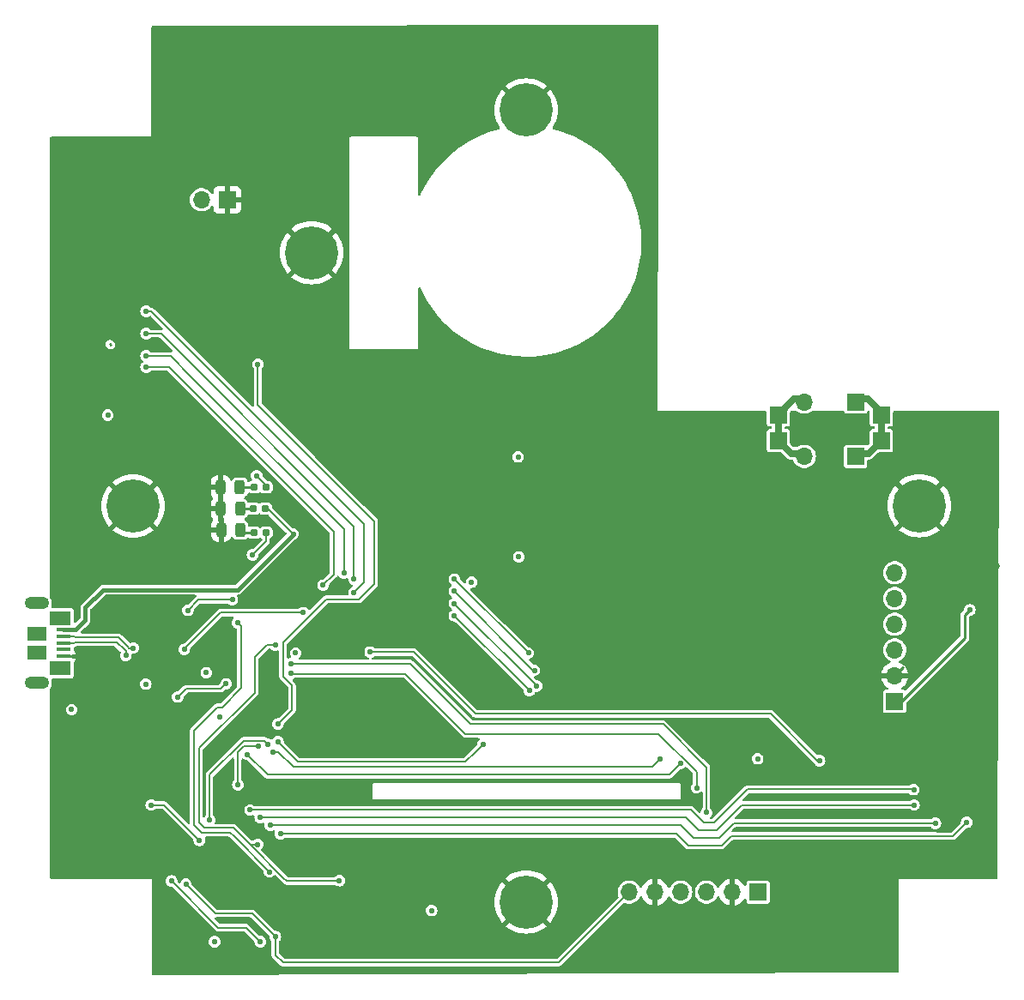
<source format=gbr>
%TF.GenerationSoftware,KiCad,Pcbnew,8.0.4*%
%TF.CreationDate,2024-11-15T22:59:45-05:00*%
%TF.ProjectId,payload_board,7061796c-6f61-4645-9f62-6f6172642e6b,0.7.4*%
%TF.SameCoordinates,Original*%
%TF.FileFunction,Copper,L4,Bot*%
%TF.FilePolarity,Positive*%
%FSLAX46Y46*%
G04 Gerber Fmt 4.6, Leading zero omitted, Abs format (unit mm)*
G04 Created by KiCad (PCBNEW 8.0.4) date 2024-11-15 22:59:45*
%MOMM*%
%LPD*%
G01*
G04 APERTURE LIST*
G04 Aperture macros list*
%AMRoundRect*
0 Rectangle with rounded corners*
0 $1 Rounding radius*
0 $2 $3 $4 $5 $6 $7 $8 $9 X,Y pos of 4 corners*
0 Add a 4 corners polygon primitive as box body*
4,1,4,$2,$3,$4,$5,$6,$7,$8,$9,$2,$3,0*
0 Add four circle primitives for the rounded corners*
1,1,$1+$1,$2,$3*
1,1,$1+$1,$4,$5*
1,1,$1+$1,$6,$7*
1,1,$1+$1,$8,$9*
0 Add four rect primitives between the rounded corners*
20,1,$1+$1,$2,$3,$4,$5,0*
20,1,$1+$1,$4,$5,$6,$7,0*
20,1,$1+$1,$6,$7,$8,$9,0*
20,1,$1+$1,$8,$9,$2,$3,0*%
G04 Aperture macros list end*
%TA.AperFunction,ComponentPad*%
%ADD10C,5.250000*%
%TD*%
%TA.AperFunction,ComponentPad*%
%ADD11R,1.700000X1.700000*%
%TD*%
%TA.AperFunction,ComponentPad*%
%ADD12O,1.700000X1.700000*%
%TD*%
%TA.AperFunction,SMDPad,CuDef*%
%ADD13RoundRect,0.160000X-0.197500X-0.160000X0.197500X-0.160000X0.197500X0.160000X-0.197500X0.160000X0*%
%TD*%
%TA.AperFunction,SMDPad,CuDef*%
%ADD14RoundRect,0.243750X-0.243750X-0.456250X0.243750X-0.456250X0.243750X0.456250X-0.243750X0.456250X0*%
%TD*%
%TA.AperFunction,SMDPad,CuDef*%
%ADD15R,1.380000X0.450000*%
%TD*%
%TA.AperFunction,ComponentPad*%
%ADD16O,2.416000X1.208000*%
%TD*%
%TA.AperFunction,SMDPad,CuDef*%
%ADD17R,2.100000X1.475000*%
%TD*%
%TA.AperFunction,SMDPad,CuDef*%
%ADD18R,1.900000X1.375000*%
%TD*%
%TA.AperFunction,ViaPad*%
%ADD19C,0.550000*%
%TD*%
%TA.AperFunction,ViaPad*%
%ADD20C,0.800000*%
%TD*%
%TA.AperFunction,Conductor*%
%ADD21C,0.250000*%
%TD*%
%TA.AperFunction,Conductor*%
%ADD22C,0.152400*%
%TD*%
%TA.AperFunction,Conductor*%
%ADD23C,0.381000*%
%TD*%
%TA.AperFunction,Conductor*%
%ADD24C,0.200000*%
%TD*%
%TA.AperFunction,Conductor*%
%ADD25C,0.254000*%
%TD*%
%TA.AperFunction,Conductor*%
%ADD26C,0.635000*%
%TD*%
%TA.AperFunction,Conductor*%
%ADD27C,0.293370*%
%TD*%
G04 APERTURE END LIST*
D10*
%TO.P,,1,DAT2*%
%TO.N,GND*%
X101782992Y-62956243D03*
%TD*%
D11*
%TO.P,J2,1,Pin_1*%
%TO.N,CIN-*%
X99340000Y-82270000D03*
D12*
%TO.P,J2,2,Pin_2*%
%TO.N,GND*%
X99340000Y-79730000D03*
%TO.P,J2,3,Pin_3*%
%TO.N,SPI1_SCK_Cam*%
X99340000Y-77190000D03*
%TO.P,J2,4,Pin_4*%
%TO.N,SPI1_MISO_Cam*%
X99340000Y-74650000D03*
%TO.P,J2,5,Pin_5*%
%TO.N,SPI1_MOSI_Cam*%
X99340000Y-72110000D03*
%TO.P,J2,6,Pin_6*%
%TO.N,SPI1_CS_Cam*%
X99340000Y-69570000D03*
%TD*%
D11*
%TO.P,J15,1,Pin_1*%
%TO.N,SWCLK*%
X85852000Y-101092000D03*
D12*
%TO.P,J15,2,Pin_2*%
%TO.N,GND*%
X83312000Y-101092000D03*
%TO.P,J15,3*%
%TO.N,SWDIO*%
X80772000Y-101092000D03*
%TO.P,J15,4*%
%TO.N,UART1_TX*%
X78232000Y-101092000D03*
%TO.P,J15,5*%
%TO.N,GND*%
X75692000Y-101092000D03*
%TO.P,J15,6*%
%TO.N,UART1_RX*%
X73152000Y-101092000D03*
%TD*%
D11*
%TO.P,J12,1,Pin_1*%
%TO.N,GND*%
X33500000Y-32750000D03*
D12*
%TO.P,J12,2,Pin_2*%
%TO.N,+3.3V*%
X30960000Y-32750000D03*
%TD*%
D10*
%TO.P,,1,Pin_1*%
%TO.N,GND*%
X24195000Y-63000000D03*
%TD*%
%TO.P,J2,1,VTref*%
%TO.N,GND*%
X62988996Y-102081941D03*
%TD*%
D13*
%TO.P,R10,1,1*%
%TO.N,Net-(D2-A)*%
X36127500Y-65610000D03*
%TO.P,R10,2,2*%
%TO.N,Net-(IC1-GPIO25)*%
X37322500Y-65610000D03*
%TD*%
D14*
%TO.P,D2,1,K*%
%TO.N,GND*%
X32897500Y-65330000D03*
%TO.P,D2,2,A*%
%TO.N,Net-(D2-A)*%
X34772500Y-65330000D03*
%TD*%
%TO.P,D3,1,K*%
%TO.N,GND*%
X32877500Y-63250000D03*
%TO.P,D3,2,A*%
%TO.N,Net-(D3-A)*%
X34752500Y-63250000D03*
%TD*%
D11*
%TO.P,J_Burn,1*%
%TO.N,BGND*%
X95495000Y-58080000D03*
X98035000Y-56520000D03*
X98035000Y-53980000D03*
X95495000Y-52710000D03*
D12*
%TO.P,J_Burn,2*%
%TO.N,BPWR*%
X90415000Y-58080000D03*
D11*
X87875000Y-56520000D03*
X87875000Y-53980000D03*
D12*
X90415000Y-52710000D03*
%TD*%
D10*
%TO.P,,1,In*%
%TO.N,GND*%
X41822243Y-37976859D03*
%TD*%
D14*
%TO.P,D4,1,K*%
%TO.N,GND*%
X32867500Y-61150000D03*
%TO.P,D4,2,A*%
%TO.N,Net-(D4-A)*%
X34742500Y-61150000D03*
%TD*%
D13*
%TO.P,R12,1,1*%
%TO.N,Net-(D4-A)*%
X36135000Y-61120000D03*
%TO.P,R12,2,2*%
%TO.N,+3.3V*%
X37330000Y-61120000D03*
%TD*%
D15*
%TO.P,J7,1,VBUS*%
%TO.N,VBUS*%
X17360000Y-75217500D03*
%TO.P,J7,2,D-*%
%TO.N,/D-*%
X17360000Y-75867500D03*
%TO.P,J7,3,D+*%
%TO.N,/D+*%
X17360000Y-76517500D03*
%TO.P,J7,4,ID*%
%TO.N,unconnected-(J7-ID-Pad4)*%
X17360000Y-77167500D03*
%TO.P,J7,5,GND*%
%TO.N,GND*%
X17360000Y-77817500D03*
D16*
%TO.P,J7,SH1*%
%TO.N,N/C*%
X14700000Y-80467500D03*
D17*
%TO.P,J7,SH2*%
X17000000Y-78980000D03*
D18*
%TO.P,J7,SH3*%
X14700000Y-77455000D03*
%TO.P,J7,SH4*%
X14700000Y-75580000D03*
D17*
%TO.P,J7,SH5*%
X17000000Y-74055000D03*
D16*
%TO.P,J7,SH6*%
X14700000Y-72567500D03*
%TD*%
D13*
%TO.P,R11,1,1*%
%TO.N,Net-(D3-A)*%
X36047500Y-63230000D03*
%TO.P,R11,2,2*%
%TO.N,VBUS*%
X37242500Y-63230000D03*
%TD*%
D10*
%TO.P,J5,1,Pin_1*%
%TO.N,GND*%
X62988996Y-23896243D03*
%TD*%
D19*
%TO.N,GND*%
X19280000Y-96560000D03*
X93890000Y-88070000D03*
X39250000Y-81250000D03*
X39750000Y-85000000D03*
X25460000Y-98880000D03*
X28150000Y-88140000D03*
X33750000Y-89000000D03*
X36670000Y-84150000D03*
X32750000Y-74750000D03*
X24830000Y-85470000D03*
X40900000Y-82200000D03*
D20*
X109290000Y-68880000D03*
D19*
X56750000Y-77750000D03*
%TO.N,1.2V*%
X33390000Y-80518000D03*
X28610000Y-81840000D03*
%TO.N,I2C1_SDA*%
X38750000Y-95342900D03*
X106430000Y-94210000D03*
%TO.N,I2C1_SCL*%
X37750000Y-94500000D03*
X103350000Y-94310000D03*
%TO.N,SPI0_CS_DISP*%
X63800000Y-79200000D03*
X55900000Y-71400000D03*
%TO.N,Cam_RST*%
X34544000Y-90500000D03*
X36561699Y-86708301D03*
%TO.N,SPI1_SCK_Cam*%
X35500000Y-87500000D03*
X78200000Y-88400000D03*
%TO.N,SPI1_MOSI_Cam*%
X38000000Y-87250000D03*
X76200000Y-88000000D03*
%TO.N,Disp_RST*%
X55900000Y-70200000D03*
X63200000Y-77500000D03*
%TO.N,/USBBOOT*%
X26000000Y-92500000D03*
X31750000Y-94000000D03*
X30750000Y-96000000D03*
X37500000Y-86500000D03*
%TO.N,Disp_DC*%
X38500000Y-86250000D03*
X58750000Y-86500000D03*
%TO.N,SWCLK*%
X39800000Y-79500000D03*
X79800000Y-90800000D03*
%TO.N,SWDIO*%
X39800000Y-78540000D03*
X80772000Y-93250000D03*
%TO.N,/~{RESET}*%
X36500000Y-96400000D03*
X38250000Y-76700000D03*
X44570000Y-99970000D03*
%TO.N,SPI0_MISO*%
X25500000Y-43770000D03*
X46000000Y-71500000D03*
%TO.N,SPI0_CS_SD*%
X42950000Y-70800000D03*
X25500000Y-49270000D03*
%TO.N,SPI0_SCK*%
X55900000Y-73800000D03*
X63300000Y-81200000D03*
X25500000Y-45970000D03*
X46000000Y-70200000D03*
%TO.N,SPI0_MOSI*%
X45000000Y-69600000D03*
X55900000Y-72600000D03*
X64000000Y-80750000D03*
X25500000Y-48170000D03*
%TO.N,WDT_WDI*%
X37661960Y-99098040D03*
X34500000Y-74500000D03*
%TO.N,ADC0*%
X34000000Y-72250000D03*
X29610000Y-73290000D03*
%TO.N,ADC1*%
X47600000Y-77400000D03*
X29260000Y-77130000D03*
X91920000Y-88130000D03*
X41000000Y-73500000D03*
%TO.N,+3.3V*%
X31430000Y-79440000D03*
X32250000Y-106000000D03*
X40250000Y-77500000D03*
X32766000Y-83820000D03*
X62250000Y-68000000D03*
X62187500Y-58140000D03*
X53661000Y-102922000D03*
X85820000Y-87940000D03*
X21720000Y-54010000D03*
X57600000Y-70500000D03*
X25460000Y-80570000D03*
X36400000Y-60000000D03*
X18150000Y-83090000D03*
%TO.N,SD_IND*%
X38500000Y-84500000D03*
X36525000Y-49000000D03*
%TO.N,VBUS*%
X40000000Y-65750000D03*
%TO.N,/D-*%
X24250000Y-77000000D03*
%TO.N,/D+*%
X23500000Y-77750000D03*
%TO.N,UART1_TX*%
X28000000Y-100000000D03*
X36750000Y-106000000D03*
%TO.N,UART1_RX*%
X38250000Y-105500000D03*
X29425000Y-100325000D03*
%TO.N,Net-(IC1-GPIO25)*%
X36000000Y-67812802D03*
%TO.N,CIN-*%
X106750000Y-73250000D03*
%TO.N,BURN_A*%
X36750000Y-93750000D03*
X101250000Y-92500000D03*
%TO.N,BURN_B*%
X35750000Y-93000000D03*
X101220000Y-90990000D03*
%TD*%
D21*
%TO.N,GND*%
X100150000Y-78920000D02*
X99340000Y-79730000D01*
D22*
%TO.N,1.2V*%
X29424000Y-81026000D02*
X28610000Y-81840000D01*
X32817000Y-81026000D02*
X33325000Y-80518000D01*
X33325000Y-80518000D02*
X33390000Y-80518000D01*
X32817000Y-81026000D02*
X29424000Y-81026000D01*
%TO.N,I2C1_SDA*%
X38750000Y-95342900D02*
X77842900Y-95342900D01*
X82250000Y-96500000D02*
X83180000Y-95570000D01*
X77842900Y-95342900D02*
X79000000Y-96500000D01*
X103380000Y-95580000D02*
X103390000Y-95570000D01*
X103370000Y-95570000D02*
X103380000Y-95580000D01*
X83180000Y-95570000D02*
X103370000Y-95570000D01*
X103390000Y-95570000D02*
X103430000Y-95570000D01*
X79000000Y-96500000D02*
X82250000Y-96500000D01*
X105060000Y-95580000D02*
X106430000Y-94210000D01*
X103380000Y-95580000D02*
X105060000Y-95580000D01*
%TO.N,I2C1_SCL*%
X83450000Y-94300000D02*
X103340000Y-94300000D01*
X103350000Y-94310000D02*
X103360000Y-94300000D01*
X79500000Y-95750000D02*
X82000000Y-95750000D01*
X103360000Y-94300000D02*
X103420000Y-94300000D01*
X82000000Y-95750000D02*
X83450000Y-94300000D01*
X78250000Y-94500000D02*
X79500000Y-95750000D01*
X103340000Y-94300000D02*
X103350000Y-94310000D01*
X37750000Y-94500000D02*
X78250000Y-94500000D01*
%TO.N,SPI0_CS_DISP*%
X55900000Y-71400000D02*
X63700000Y-79200000D01*
X63700000Y-79200000D02*
X63800000Y-79200000D01*
%TO.N,Cam_RST*%
X35115619Y-86708301D02*
X34544000Y-87279920D01*
X36680000Y-86826602D02*
X36643398Y-86790000D01*
X34544000Y-87279920D02*
X34544000Y-90500000D01*
X36561699Y-86708301D02*
X35115619Y-86708301D01*
%TO.N,SPI1_SCK_Cam*%
X41500000Y-89500000D02*
X74000000Y-89500000D01*
X37500000Y-89500000D02*
X41500000Y-89500000D01*
X35500000Y-87500000D02*
X37500000Y-89500000D01*
X74000000Y-89500000D02*
X77100000Y-89500000D01*
X77100000Y-89500000D02*
X78200000Y-88400000D01*
D21*
X99570001Y-77420001D02*
X99340000Y-77190000D01*
D22*
%TO.N,SPI1_MOSI_Cam*%
X66400000Y-88750000D02*
X75450000Y-88750000D01*
X38500000Y-87250000D02*
X40000000Y-88750000D01*
X75450000Y-88750000D02*
X76200000Y-88000000D01*
X38500000Y-87250000D02*
X38000000Y-87250000D01*
X40000000Y-88750000D02*
X66400000Y-88750000D01*
%TO.N,Disp_RST*%
X55900000Y-70200000D02*
X63200000Y-77500000D01*
%TO.N,/USBBOOT*%
X30750000Y-96000000D02*
X27250000Y-92500000D01*
X37500000Y-86500000D02*
X37166601Y-86166601D01*
X37166601Y-86166601D02*
X35124599Y-86166601D01*
X27250000Y-92500000D02*
X26500000Y-92500000D01*
X26500000Y-92500000D02*
X26000000Y-92500000D01*
X31750000Y-89541200D02*
X31750000Y-94000000D01*
X35124599Y-86166601D02*
X31770600Y-89520600D01*
X31770600Y-89520600D02*
X31750000Y-89541200D01*
%TO.N,Disp_DC*%
X38750000Y-86500000D02*
X40500000Y-88250000D01*
X57000000Y-88250000D02*
X58000000Y-87250000D01*
X38750000Y-86500000D02*
X38500000Y-86250000D01*
X58000000Y-87250000D02*
X58750000Y-86500000D01*
X40500000Y-88250000D02*
X57000000Y-88250000D01*
%TO.N,SWCLK*%
X76066080Y-85500000D02*
X79800000Y-89233920D01*
X57000000Y-85500000D02*
X76066080Y-85500000D01*
X79800000Y-89233920D02*
X79800000Y-90800000D01*
X39840000Y-79540000D02*
X51040000Y-79540000D01*
X51040000Y-79540000D02*
X57000000Y-85500000D01*
X39800000Y-79500000D02*
X39840000Y-79540000D01*
%TO.N,SWDIO*%
X50000000Y-78540000D02*
X51540000Y-78540000D01*
X51540000Y-78540000D02*
X57500000Y-84500000D01*
X76500000Y-84500000D02*
X80772000Y-88772000D01*
X57500000Y-84500000D02*
X76500000Y-84500000D01*
X80772000Y-91000000D02*
X80772000Y-93250000D01*
X40300000Y-78540000D02*
X47140000Y-78540000D01*
X40300000Y-78540000D02*
X39800000Y-78540000D01*
X47140000Y-78540000D02*
X50000000Y-78540000D01*
X80772000Y-88772000D02*
X80772000Y-91000000D01*
%TO.N,/~{RESET}*%
X44520000Y-100020000D02*
X40270000Y-100020000D01*
X30698300Y-92750000D02*
X30698300Y-86903700D01*
X39390000Y-100020000D02*
X39060000Y-99690000D01*
X39060000Y-99690000D02*
X35685000Y-96315000D01*
X36198300Y-81403700D02*
X36198300Y-77911700D01*
X36500000Y-96400000D02*
X35770000Y-96400000D01*
X36198300Y-77911700D02*
X37105000Y-77005000D01*
X35685000Y-96315000D02*
X34310000Y-94940000D01*
X34120000Y-94750000D02*
X34310000Y-94940000D01*
X37105000Y-77005000D02*
X37410000Y-76700000D01*
X37410000Y-76700000D02*
X38250000Y-76700000D01*
X31250000Y-94750000D02*
X34120000Y-94750000D01*
X40270000Y-100020000D02*
X39390000Y-100020000D01*
X35770000Y-96400000D02*
X35685000Y-96315000D01*
X37105000Y-77005000D02*
X37305000Y-76805000D01*
X44570000Y-99970000D02*
X44520000Y-100020000D01*
X30698300Y-92750000D02*
X30698300Y-94198300D01*
X30698300Y-94198300D02*
X31250000Y-94750000D01*
X30698300Y-86903700D02*
X36198300Y-81403700D01*
%TO.N,SPI0_MISO*%
X27250000Y-45000000D02*
X27000000Y-44750000D01*
X27250000Y-45000000D02*
X26020000Y-43770000D01*
X47000000Y-64750000D02*
X27250000Y-45000000D01*
X47000000Y-70000000D02*
X47000000Y-64750000D01*
X26020000Y-43770000D02*
X25500000Y-43770000D01*
X46000000Y-71500000D02*
X47000000Y-70500000D01*
X47000000Y-70500000D02*
X47000000Y-70000000D01*
%TO.N,SPI0_CS_SD*%
X44000000Y-69750000D02*
X44000000Y-65500000D01*
X27770000Y-49270000D02*
X26000000Y-49270000D01*
X26000000Y-49270000D02*
X25500000Y-49270000D01*
X44000000Y-65500000D02*
X28750000Y-50250000D01*
X28750000Y-50250000D02*
X27770000Y-49270000D01*
X42950000Y-70800000D02*
X44000000Y-69750000D01*
%TO.N,SPI0_SCK*%
X27500000Y-46500000D02*
X26970000Y-45970000D01*
X46000000Y-65000000D02*
X27500000Y-46500000D01*
X46000000Y-70200000D02*
X46000000Y-65000000D01*
X55900000Y-73800000D02*
X63200000Y-81100000D01*
X63200000Y-81100000D02*
X63300000Y-81200000D01*
X26970000Y-45970000D02*
X25500000Y-45970000D01*
%TO.N,SPI0_MOSI*%
X64000000Y-80700000D02*
X64000000Y-80750000D01*
X45000000Y-65250000D02*
X44250000Y-64500000D01*
X27920000Y-48170000D02*
X25500000Y-48170000D01*
X45000000Y-69600000D02*
X45000000Y-65250000D01*
X44250000Y-64500000D02*
X30000000Y-50250000D01*
X30000000Y-50250000D02*
X27920000Y-48170000D01*
X55900000Y-72600000D02*
X64000000Y-80700000D01*
%TO.N,WDT_WDI*%
X34860000Y-74860000D02*
X34860000Y-80964000D01*
X33813920Y-95250000D02*
X34156960Y-95593040D01*
X32523586Y-82845400D02*
X30190000Y-85178986D01*
X30190000Y-85178986D02*
X30190000Y-94440000D01*
X34500000Y-74500000D02*
X34860000Y-74860000D01*
X30190000Y-94440000D02*
X31000000Y-95250000D01*
X31000000Y-95250000D02*
X33813920Y-95250000D01*
X34156960Y-95593040D02*
X37661960Y-99098040D01*
X34860000Y-80964000D02*
X32978600Y-82845400D01*
X32978600Y-82845400D02*
X32523586Y-82845400D01*
%TO.N,ADC0*%
X29610000Y-73290000D02*
X30650000Y-72250000D01*
X30650000Y-72250000D02*
X34000000Y-72250000D01*
%TO.N,ADC1*%
X87100000Y-83500000D02*
X91730000Y-88130000D01*
X40990000Y-73510000D02*
X41000000Y-73500000D01*
X51900000Y-77400000D02*
X58000000Y-83500000D01*
X29260000Y-77130000D02*
X29240000Y-77120960D01*
X58000000Y-83500000D02*
X87100000Y-83500000D01*
X32850960Y-73510000D02*
X40990000Y-73510000D01*
X91730000Y-88130000D02*
X91920000Y-88130000D01*
X29240000Y-77120960D02*
X32850960Y-73510000D01*
X47600000Y-77400000D02*
X51900000Y-77400000D01*
%TO.N,+3.3V*%
X37330000Y-61120000D02*
X37330000Y-60930000D01*
X37330000Y-60930000D02*
X36400000Y-60000000D01*
D21*
X21930000Y-47000000D02*
X22000000Y-47070000D01*
D22*
%TO.N,SD_IND*%
X48000000Y-64500000D02*
X47750000Y-64250000D01*
X39900000Y-83100000D02*
X39900000Y-80700000D01*
X48000000Y-70250000D02*
X48000000Y-64500000D01*
X43250000Y-72200000D02*
X46500000Y-72200000D01*
X48000000Y-70700000D02*
X48000000Y-70250000D01*
X39000000Y-76450000D02*
X43250000Y-72200000D01*
X37000000Y-53500000D02*
X36525000Y-53025000D01*
X36525000Y-53025000D02*
X36525000Y-49000000D01*
X46500000Y-72200000D02*
X48000000Y-70700000D01*
X38500000Y-84500000D02*
X39900000Y-83100000D01*
X39900000Y-80700000D02*
X39000000Y-79800000D01*
X39000000Y-79800000D02*
X39000000Y-76450000D01*
X47750000Y-64250000D02*
X37000000Y-53500000D01*
D23*
%TO.N,VBUS*%
X24500000Y-71250000D02*
X34500000Y-71250000D01*
X18532500Y-75217500D02*
X17360000Y-75217500D01*
X19500000Y-74250000D02*
X18532500Y-75217500D01*
X19500000Y-73000000D02*
X19500000Y-74250000D01*
X21250000Y-71250000D02*
X24500000Y-71250000D01*
D22*
X37480000Y-63230000D02*
X40000000Y-65750000D01*
D23*
X34500000Y-71250000D02*
X40000000Y-65750000D01*
D22*
X37242500Y-63230000D02*
X37480000Y-63230000D01*
D23*
X19500000Y-73000000D02*
X21250000Y-71250000D01*
D24*
%TO.N,/D-*%
X18495001Y-75967500D02*
X22785700Y-75967500D01*
X18395001Y-75867500D02*
X18495001Y-75967500D01*
X23659100Y-76840900D02*
X23818200Y-77000000D01*
X23818200Y-77000000D02*
X24250000Y-77000000D01*
X17360000Y-75867500D02*
X18395001Y-75867500D01*
X22785700Y-75967500D02*
X23659100Y-76840900D01*
%TO.N,/D+*%
X18395001Y-76517500D02*
X18495001Y-76417500D01*
X17360000Y-76517500D02*
X18395001Y-76517500D01*
X23340900Y-77159100D02*
X23500000Y-77318200D01*
X23500000Y-77318200D02*
X23500000Y-77750000D01*
X18495001Y-76417500D02*
X22599300Y-76417500D01*
X22599300Y-76417500D02*
X23340900Y-77159100D01*
D22*
%TO.N,UART1_TX*%
X32600000Y-104600000D02*
X28000000Y-100000000D01*
X35350000Y-104600000D02*
X32600000Y-104600000D01*
X36750000Y-106000000D02*
X35350000Y-104600000D01*
%TO.N,UART1_RX*%
X38250000Y-107310000D02*
X39000000Y-108060000D01*
X38250000Y-105500000D02*
X38250000Y-107310000D01*
X32300000Y-103200000D02*
X29425000Y-100325000D01*
X66184000Y-108060000D02*
X39000000Y-108060000D01*
X73152000Y-101092000D02*
X66184000Y-108060000D01*
X35950000Y-103200000D02*
X32300000Y-103200000D01*
X38250000Y-105500000D02*
X35950000Y-103200000D01*
D25*
%TO.N,Net-(D2-A)*%
X36127500Y-65610000D02*
X35052500Y-65610000D01*
X35052500Y-65610000D02*
X34772500Y-65330000D01*
%TO.N,Net-(D3-A)*%
X34772500Y-63230000D02*
X34752500Y-63250000D01*
X36047500Y-63230000D02*
X34772500Y-63230000D01*
%TO.N,Net-(D4-A)*%
X34772500Y-61120000D02*
X34742500Y-61150000D01*
X36135000Y-61120000D02*
X34772500Y-61120000D01*
D22*
%TO.N,Net-(IC1-GPIO25)*%
X37322500Y-66490302D02*
X37322500Y-65610000D01*
X36000000Y-67812802D02*
X37322500Y-66490302D01*
D26*
%TO.N,BGND*%
X95465000Y-52420000D02*
X96648200Y-52420000D01*
X98005000Y-56520000D02*
X96735000Y-57790000D01*
X98005000Y-53776800D02*
X98005000Y-56520000D01*
X96648200Y-52420000D02*
X98005000Y-53776800D01*
X96735000Y-57790000D02*
X95465000Y-57790000D01*
%TO.N,BPWR*%
X90385000Y-52420000D02*
X89395400Y-52420000D01*
X88983199Y-52832200D02*
X88983200Y-52841800D01*
X89115000Y-57790000D02*
X90385000Y-57790000D01*
X87845000Y-56520000D02*
X89115000Y-57790000D01*
X87845000Y-53980000D02*
X87845000Y-56520000D01*
X89395400Y-52420000D02*
X88983199Y-52832200D01*
X88983200Y-52841800D02*
X87845000Y-53980000D01*
D27*
%TO.N,CIN-*%
X103500000Y-78750000D02*
X106250000Y-76000000D01*
X99980000Y-82270000D02*
X103500000Y-78750000D01*
X99340000Y-82270000D02*
X99980000Y-82270000D01*
X106250000Y-74000000D02*
X106250000Y-73750000D01*
X106250000Y-76000000D02*
X106250000Y-74000000D01*
X106250000Y-73750000D02*
X106750000Y-73250000D01*
D22*
%TO.N,BURN_A*%
X84250000Y-92500000D02*
X83625000Y-93125000D01*
X80000000Y-95000000D02*
X81750000Y-95000000D01*
X78750000Y-93750000D02*
X80000000Y-95000000D01*
X36750000Y-93750000D02*
X78750000Y-93750000D01*
X81750000Y-95000000D02*
X83625000Y-93125000D01*
X101250000Y-92500000D02*
X84250000Y-92500000D01*
%TO.N,BURN_B*%
X80500000Y-94250000D02*
X79250000Y-93000000D01*
X84809999Y-90940001D02*
X81500000Y-94250000D01*
X79250000Y-93000000D02*
X35750000Y-93000000D01*
X101170001Y-90940001D02*
X84809999Y-90940001D01*
X81500000Y-94250000D02*
X80500000Y-94250000D01*
X101220000Y-90990000D02*
X101170001Y-90940001D01*
%TD*%
%TA.AperFunction,Conductor*%
%TO.N,GND*%
G36*
X37824301Y-77089755D02*
G01*
X37840891Y-77103124D01*
X37844275Y-77105720D01*
X37844277Y-77105723D01*
X37963110Y-77196907D01*
X37963113Y-77196908D01*
X37963114Y-77196909D01*
X38032302Y-77225567D01*
X38101495Y-77254228D01*
X38175747Y-77264003D01*
X38249999Y-77273779D01*
X38250000Y-77273779D01*
X38250001Y-77273779D01*
X38299540Y-77267257D01*
X38398505Y-77254228D01*
X38458479Y-77229385D01*
X38527946Y-77221917D01*
X38590425Y-77253192D01*
X38626078Y-77313280D01*
X38629930Y-77343947D01*
X38629930Y-79848721D01*
X38655150Y-79942842D01*
X38667234Y-79963772D01*
X38700328Y-80021093D01*
X38703869Y-80027226D01*
X38703871Y-80027229D01*
X39493611Y-80816969D01*
X39527096Y-80878292D01*
X39529930Y-80904650D01*
X39529930Y-82895349D01*
X39510245Y-82962388D01*
X39493611Y-82983030D01*
X38586739Y-83889902D01*
X38525416Y-83923387D01*
X38504191Y-83925669D01*
X38351495Y-83945772D01*
X38351494Y-83945772D01*
X38213111Y-84003092D01*
X38094277Y-84094277D01*
X38003092Y-84213111D01*
X37945772Y-84351494D01*
X37945771Y-84351496D01*
X37926221Y-84499998D01*
X37926221Y-84500001D01*
X37945771Y-84648503D01*
X37945773Y-84648508D01*
X38003090Y-84786885D01*
X38003090Y-84786886D01*
X38003092Y-84786889D01*
X38003093Y-84786890D01*
X38094277Y-84905723D01*
X38213110Y-84996907D01*
X38213113Y-84996908D01*
X38213114Y-84996909D01*
X38282302Y-85025567D01*
X38351495Y-85054228D01*
X38425747Y-85064003D01*
X38499999Y-85073779D01*
X38500000Y-85073779D01*
X38500001Y-85073779D01*
X38549501Y-85067262D01*
X38648505Y-85054228D01*
X38786885Y-84996909D01*
X38786886Y-84996909D01*
X38786886Y-84996908D01*
X38786890Y-84996907D01*
X38905723Y-84905723D01*
X38996907Y-84786890D01*
X39054228Y-84648505D01*
X39069710Y-84530909D01*
X39074840Y-84491942D01*
X39076362Y-84492142D01*
X39093464Y-84433901D01*
X39110098Y-84413259D01*
X39631490Y-83891867D01*
X40196130Y-83327228D01*
X40242899Y-83246221D01*
X40244850Y-83242842D01*
X40270070Y-83148721D01*
X40270070Y-80651279D01*
X40244850Y-80557158D01*
X40244848Y-80557155D01*
X40244848Y-80557153D01*
X40244847Y-80557152D01*
X40222243Y-80518001D01*
X40222241Y-80517999D01*
X40222240Y-80517998D01*
X40196130Y-80472772D01*
X39958871Y-80235513D01*
X39925386Y-80174190D01*
X39930370Y-80104498D01*
X39972242Y-80048565D01*
X39999100Y-80033271D01*
X40086885Y-79996909D01*
X40086886Y-79996909D01*
X40086886Y-79996908D01*
X40086890Y-79996907D01*
X40166665Y-79935693D01*
X40231832Y-79910500D01*
X40242150Y-79910070D01*
X50835350Y-79910070D01*
X50902389Y-79929755D01*
X50923031Y-79946389D01*
X56772772Y-85796130D01*
X56772773Y-85796131D01*
X56772775Y-85796132D01*
X56817147Y-85821749D01*
X56817149Y-85821751D01*
X56817150Y-85821751D01*
X56857158Y-85844850D01*
X56951279Y-85870070D01*
X58271178Y-85870070D01*
X58338217Y-85889755D01*
X58383972Y-85942559D01*
X58393916Y-86011717D01*
X58364891Y-86075273D01*
X58346668Y-86092442D01*
X58345073Y-86093666D01*
X58344275Y-86094278D01*
X58253092Y-86213111D01*
X58195772Y-86351494D01*
X58195772Y-86351495D01*
X58175160Y-86508058D01*
X58173637Y-86507857D01*
X58156536Y-86566097D01*
X58139902Y-86586739D01*
X57772772Y-86953870D01*
X56883031Y-87843611D01*
X56821708Y-87877096D01*
X56795350Y-87879930D01*
X40704650Y-87879930D01*
X40637611Y-87860245D01*
X40616969Y-87843611D01*
X39110098Y-86336740D01*
X39076613Y-86275417D01*
X39074330Y-86254186D01*
X39054228Y-86101496D01*
X39054228Y-86101495D01*
X38996907Y-85963111D01*
X38973101Y-85932086D01*
X38905724Y-85844278D01*
X38899607Y-85839584D01*
X38786890Y-85753093D01*
X38786887Y-85753092D01*
X38786885Y-85753090D01*
X38648508Y-85695773D01*
X38648503Y-85695771D01*
X38500001Y-85676221D01*
X38499999Y-85676221D01*
X38351496Y-85695771D01*
X38351494Y-85695772D01*
X38213111Y-85753092D01*
X38094277Y-85844277D01*
X38003092Y-85963111D01*
X38000222Y-85970041D01*
X37956380Y-86024443D01*
X37890085Y-86046506D01*
X37822386Y-86029225D01*
X37810183Y-86020966D01*
X37786890Y-86003093D01*
X37786887Y-86003092D01*
X37786885Y-86003090D01*
X37648508Y-85945773D01*
X37648506Y-85945772D01*
X37648505Y-85945772D01*
X37574564Y-85936037D01*
X37491942Y-85925160D01*
X37492142Y-85923637D01*
X37433902Y-85906536D01*
X37413260Y-85889902D01*
X37393831Y-85870473D01*
X37393829Y-85870471D01*
X37340330Y-85839583D01*
X37309443Y-85821751D01*
X37215322Y-85796531D01*
X35075878Y-85796531D01*
X35009717Y-85814258D01*
X34981752Y-85821752D01*
X34950870Y-85839581D01*
X34950869Y-85839583D01*
X34942739Y-85844277D01*
X34897370Y-85870471D01*
X34897367Y-85870473D01*
X32367842Y-88400000D01*
X31543372Y-89224470D01*
X31498620Y-89269221D01*
X31453869Y-89313972D01*
X31432555Y-89350889D01*
X31422982Y-89367470D01*
X31422981Y-89367472D01*
X31422980Y-89367471D01*
X31405151Y-89398353D01*
X31405150Y-89398358D01*
X31379930Y-89492479D01*
X31379930Y-89492481D01*
X31379930Y-93507261D01*
X31360245Y-93574300D01*
X31346854Y-93590916D01*
X31290746Y-93664039D01*
X31234318Y-93705242D01*
X31164572Y-93709397D01*
X31103652Y-93675185D01*
X31070899Y-93613467D01*
X31068370Y-93588553D01*
X31068370Y-87108350D01*
X31088055Y-87041311D01*
X31104689Y-87020669D01*
X33796692Y-84328666D01*
X36494430Y-81630928D01*
X36543151Y-81546541D01*
X36568370Y-81452420D01*
X36568370Y-81354979D01*
X36568370Y-78116350D01*
X36588055Y-78049311D01*
X36604689Y-78028669D01*
X37526969Y-77106389D01*
X37588292Y-77072904D01*
X37614650Y-77070070D01*
X37757262Y-77070070D01*
X37824301Y-77089755D01*
G37*
%TD.AperFunction*%
%TA.AperFunction,Conductor*%
G36*
X75976507Y-15470485D02*
G01*
X76022416Y-15523155D01*
X76033773Y-15574996D01*
X76033773Y-26391307D01*
X75963773Y-53621307D01*
X86607057Y-53615037D01*
X86674108Y-53634682D01*
X86719894Y-53687459D01*
X86731130Y-53739037D01*
X86731130Y-54873864D01*
X86731132Y-54873890D01*
X86733979Y-54898443D01*
X86733981Y-54898447D01*
X86778355Y-54998947D01*
X86778358Y-54998951D01*
X86778359Y-54998953D01*
X86856047Y-55076641D01*
X86956553Y-55121019D01*
X86981127Y-55123870D01*
X87109630Y-55123869D01*
X87176669Y-55143553D01*
X87222424Y-55196357D01*
X87233630Y-55247869D01*
X87233630Y-55252130D01*
X87213945Y-55319169D01*
X87161141Y-55364924D01*
X87109631Y-55376130D01*
X86981134Y-55376130D01*
X86981111Y-55376132D01*
X86956555Y-55378980D01*
X86956552Y-55378981D01*
X86856052Y-55423355D01*
X86856044Y-55423361D01*
X86778361Y-55501044D01*
X86778357Y-55501051D01*
X86733981Y-55601550D01*
X86733981Y-55601552D01*
X86731130Y-55626125D01*
X86731130Y-57413864D01*
X86731132Y-57413890D01*
X86733979Y-57438443D01*
X86733981Y-57438447D01*
X86778355Y-57538947D01*
X86778358Y-57538951D01*
X86778359Y-57538953D01*
X86856047Y-57616641D01*
X86956553Y-57661019D01*
X86981127Y-57663870D01*
X88072898Y-57663869D01*
X88139937Y-57683554D01*
X88160579Y-57700188D01*
X88725271Y-58264880D01*
X88825411Y-58331791D01*
X88936665Y-58377873D01*
X88936670Y-58377875D01*
X88936674Y-58377875D01*
X88936675Y-58377876D01*
X89054782Y-58401370D01*
X89054785Y-58401370D01*
X89175214Y-58401370D01*
X89223528Y-58401370D01*
X89290567Y-58421055D01*
X89336322Y-58473859D01*
X89342796Y-58491440D01*
X89343805Y-58494987D01*
X89438292Y-58684743D01*
X89438297Y-58684751D01*
X89566050Y-58853923D01*
X89697620Y-58973864D01*
X89722711Y-58996738D01*
X89902949Y-59108337D01*
X90100624Y-59184916D01*
X90309005Y-59223870D01*
X90309008Y-59223870D01*
X90520992Y-59223870D01*
X90520995Y-59223870D01*
X90729376Y-59184916D01*
X90927051Y-59108337D01*
X91107289Y-58996738D01*
X91263951Y-58853921D01*
X91391704Y-58684749D01*
X91486196Y-58494984D01*
X91544210Y-58291086D01*
X91563770Y-58080000D01*
X91544210Y-57868914D01*
X91486196Y-57665016D01*
X91486191Y-57665005D01*
X91391707Y-57475256D01*
X91391702Y-57475248D01*
X91263949Y-57306076D01*
X91107290Y-57163263D01*
X91107289Y-57163262D01*
X90927051Y-57051663D01*
X90927049Y-57051662D01*
X90729379Y-56975085D01*
X90729378Y-56975084D01*
X90729376Y-56975084D01*
X90520995Y-56936130D01*
X90309005Y-56936130D01*
X90100624Y-56975084D01*
X90100622Y-56975084D01*
X90100620Y-56975085D01*
X89902950Y-57051662D01*
X89902943Y-57051666D01*
X89727886Y-57160057D01*
X89662609Y-57178630D01*
X89419600Y-57178630D01*
X89352561Y-57158945D01*
X89331919Y-57142311D01*
X89055188Y-56865580D01*
X89021703Y-56804257D01*
X89018869Y-56777899D01*
X89018869Y-55626135D01*
X89018869Y-55626128D01*
X89018867Y-55626109D01*
X89016020Y-55601556D01*
X89016019Y-55601554D01*
X89016019Y-55601553D01*
X88997671Y-55560000D01*
X88971644Y-55501052D01*
X88971642Y-55501049D01*
X88971641Y-55501047D01*
X88893953Y-55423359D01*
X88861794Y-55409159D01*
X88793448Y-55378981D01*
X88768875Y-55376130D01*
X88768873Y-55376130D01*
X88580370Y-55376130D01*
X88513331Y-55356445D01*
X88467576Y-55303641D01*
X88456370Y-55252130D01*
X88456370Y-55247869D01*
X88476055Y-55180830D01*
X88528859Y-55135075D01*
X88580370Y-55123869D01*
X88768864Y-55123869D01*
X88768872Y-55123869D01*
X88768887Y-55123867D01*
X88768890Y-55123867D01*
X88793443Y-55121020D01*
X88793444Y-55121019D01*
X88793447Y-55121019D01*
X88867851Y-55088166D01*
X88893947Y-55076644D01*
X88893948Y-55076643D01*
X88893953Y-55076641D01*
X88971641Y-54998953D01*
X89016019Y-54898447D01*
X89018870Y-54873873D01*
X89018869Y-53737542D01*
X89038554Y-53670504D01*
X89091357Y-53624749D01*
X89142792Y-53613543D01*
X89665553Y-53613235D01*
X89730897Y-53631807D01*
X89902949Y-53738337D01*
X90100624Y-53814916D01*
X90309005Y-53853870D01*
X90309008Y-53853870D01*
X90520992Y-53853870D01*
X90520995Y-53853870D01*
X90729376Y-53814916D01*
X90927051Y-53738337D01*
X91100530Y-53630922D01*
X91165727Y-53612351D01*
X94265196Y-53610526D01*
X94332247Y-53630171D01*
X94378033Y-53682948D01*
X94378703Y-53684438D01*
X94398357Y-53728950D01*
X94398358Y-53728951D01*
X94398359Y-53728953D01*
X94476047Y-53806641D01*
X94576553Y-53851019D01*
X94601127Y-53853870D01*
X96388872Y-53853869D01*
X96388887Y-53853867D01*
X96388890Y-53853867D01*
X96413443Y-53851020D01*
X96413444Y-53851019D01*
X96413447Y-53851019D01*
X96495217Y-53814914D01*
X96513947Y-53806644D01*
X96513948Y-53806643D01*
X96513953Y-53806641D01*
X96591641Y-53728953D01*
X96611936Y-53682988D01*
X96657021Y-53629614D01*
X96723807Y-53609086D01*
X96725182Y-53609076D01*
X96767059Y-53609052D01*
X96834109Y-53628698D01*
X96879895Y-53681476D01*
X96891130Y-53733052D01*
X96891130Y-54873864D01*
X96891132Y-54873890D01*
X96893979Y-54898443D01*
X96893981Y-54898447D01*
X96938355Y-54998947D01*
X96938358Y-54998951D01*
X96938359Y-54998953D01*
X97016047Y-55076641D01*
X97116553Y-55121019D01*
X97141127Y-55123870D01*
X97269630Y-55123869D01*
X97336669Y-55143553D01*
X97382424Y-55196357D01*
X97393630Y-55247869D01*
X97393630Y-55252130D01*
X97373945Y-55319169D01*
X97321141Y-55364924D01*
X97269631Y-55376130D01*
X97141134Y-55376130D01*
X97141111Y-55376132D01*
X97116555Y-55378980D01*
X97116552Y-55378981D01*
X97016052Y-55423355D01*
X97016044Y-55423361D01*
X96938361Y-55501044D01*
X96938357Y-55501051D01*
X96893981Y-55601550D01*
X96893981Y-55601552D01*
X96891130Y-55626124D01*
X96891130Y-56717899D01*
X96871445Y-56784938D01*
X96854811Y-56805580D01*
X96683173Y-56977217D01*
X96621850Y-57010702D01*
X96552158Y-57005718D01*
X96524665Y-56988048D01*
X96523430Y-56989852D01*
X96513957Y-56983363D01*
X96513953Y-56983359D01*
X96481794Y-56969159D01*
X96413448Y-56938981D01*
X96388873Y-56936130D01*
X94601135Y-56936130D01*
X94601109Y-56936132D01*
X94576556Y-56938979D01*
X94576552Y-56938981D01*
X94476052Y-56983355D01*
X94476044Y-56983361D01*
X94398361Y-57061044D01*
X94398357Y-57061051D01*
X94353981Y-57161550D01*
X94353981Y-57161552D01*
X94351130Y-57186125D01*
X94351130Y-58973864D01*
X94351132Y-58973890D01*
X94353979Y-58998443D01*
X94353981Y-58998447D01*
X94398355Y-59098947D01*
X94398358Y-59098951D01*
X94398359Y-59098953D01*
X94476047Y-59176641D01*
X94576553Y-59221019D01*
X94601127Y-59223870D01*
X96388872Y-59223869D01*
X96388887Y-59223867D01*
X96388890Y-59223867D01*
X96413443Y-59221020D01*
X96413444Y-59221019D01*
X96413447Y-59221019D01*
X96495217Y-59184914D01*
X96513947Y-59176644D01*
X96513948Y-59176643D01*
X96513953Y-59176641D01*
X96591641Y-59098953D01*
X96636019Y-58998447D01*
X96638870Y-58973873D01*
X96638870Y-58525370D01*
X96658555Y-58458331D01*
X96711359Y-58412576D01*
X96762870Y-58401370D01*
X96795217Y-58401370D01*
X96874676Y-58385563D01*
X96913330Y-58377875D01*
X96968961Y-58354832D01*
X97024588Y-58331791D01*
X97024589Y-58331790D01*
X97024592Y-58331789D01*
X97124726Y-58264882D01*
X97209882Y-58179726D01*
X97209882Y-58179724D01*
X97220090Y-58169517D01*
X97220092Y-58169514D01*
X97689418Y-57700188D01*
X97750741Y-57666703D01*
X97777099Y-57663869D01*
X98928864Y-57663869D01*
X98928872Y-57663869D01*
X98928887Y-57663867D01*
X98928890Y-57663867D01*
X98953443Y-57661020D01*
X98953444Y-57661019D01*
X98953447Y-57661019D01*
X99027851Y-57628166D01*
X99053947Y-57616644D01*
X99053948Y-57616643D01*
X99053953Y-57616641D01*
X99131641Y-57538953D01*
X99176019Y-57438447D01*
X99178870Y-57413873D01*
X99178869Y-55626128D01*
X99178867Y-55626109D01*
X99176020Y-55601556D01*
X99176019Y-55601554D01*
X99176019Y-55601553D01*
X99157671Y-55560000D01*
X99131644Y-55501052D01*
X99131642Y-55501049D01*
X99131641Y-55501047D01*
X99053953Y-55423359D01*
X99021794Y-55409159D01*
X98953448Y-55378981D01*
X98928875Y-55376130D01*
X98928873Y-55376130D01*
X98740370Y-55376130D01*
X98673331Y-55356445D01*
X98627576Y-55303641D01*
X98616370Y-55252130D01*
X98616370Y-55247869D01*
X98636055Y-55180830D01*
X98688859Y-55135075D01*
X98740370Y-55123869D01*
X98928864Y-55123869D01*
X98928872Y-55123869D01*
X98928887Y-55123867D01*
X98928890Y-55123867D01*
X98953443Y-55121020D01*
X98953444Y-55121019D01*
X98953447Y-55121019D01*
X99027851Y-55088166D01*
X99053947Y-55076644D01*
X99053948Y-55076643D01*
X99053953Y-55076641D01*
X99131641Y-54998953D01*
X99176019Y-54898447D01*
X99178870Y-54873873D01*
X99178869Y-53731558D01*
X99198554Y-53664520D01*
X99251357Y-53618765D01*
X99302795Y-53607559D01*
X109541515Y-53601528D01*
X109608565Y-53621173D01*
X109654351Y-53673950D01*
X109665586Y-53726062D01*
X109467515Y-99706534D01*
X109447542Y-99773488D01*
X109394541Y-99819015D01*
X109343516Y-99830000D01*
X99789999Y-99830000D01*
X99770000Y-99849999D01*
X99770000Y-108946178D01*
X99750315Y-109013217D01*
X99697511Y-109058972D01*
X99646433Y-109070177D01*
X26204433Y-109326544D01*
X26137325Y-109307094D01*
X26091386Y-109254450D01*
X26080000Y-109202545D01*
X26080000Y-105999998D01*
X31676221Y-105999998D01*
X31676221Y-106000001D01*
X31695771Y-106148503D01*
X31695773Y-106148508D01*
X31753090Y-106286885D01*
X31753090Y-106286886D01*
X31753092Y-106286889D01*
X31753093Y-106286890D01*
X31844277Y-106405723D01*
X31963110Y-106496907D01*
X31963113Y-106496908D01*
X31963114Y-106496909D01*
X32032302Y-106525567D01*
X32101495Y-106554228D01*
X32175747Y-106564003D01*
X32249999Y-106573779D01*
X32250000Y-106573779D01*
X32250001Y-106573779D01*
X32299501Y-106567262D01*
X32398505Y-106554228D01*
X32536885Y-106496909D01*
X32536886Y-106496909D01*
X32536886Y-106496908D01*
X32536890Y-106496907D01*
X32655723Y-106405723D01*
X32746907Y-106286890D01*
X32804228Y-106148505D01*
X32823779Y-106000000D01*
X32812359Y-105913260D01*
X32804228Y-105851496D01*
X32804228Y-105851495D01*
X32746907Y-105713111D01*
X32655723Y-105594277D01*
X32536890Y-105503093D01*
X32536887Y-105503092D01*
X32536885Y-105503090D01*
X32398508Y-105445773D01*
X32398503Y-105445771D01*
X32250001Y-105426221D01*
X32249999Y-105426221D01*
X32101496Y-105445771D01*
X32101494Y-105445772D01*
X31963111Y-105503092D01*
X31844277Y-105594277D01*
X31753092Y-105713111D01*
X31695772Y-105851494D01*
X31695771Y-105851496D01*
X31676221Y-105999998D01*
X26080000Y-105999998D01*
X26080000Y-99999998D01*
X27426221Y-99999998D01*
X27426221Y-100000000D01*
X27445771Y-100148503D01*
X27445773Y-100148508D01*
X27503090Y-100286885D01*
X27503090Y-100286886D01*
X27503092Y-100286889D01*
X27503093Y-100286890D01*
X27594277Y-100405723D01*
X27713110Y-100496907D01*
X27713113Y-100496908D01*
X27713114Y-100496909D01*
X27779064Y-100524226D01*
X27851495Y-100554228D01*
X27925435Y-100563962D01*
X28008058Y-100574840D01*
X28007857Y-100576362D01*
X28066098Y-100593464D01*
X28086740Y-100610098D01*
X32372772Y-104896130D01*
X32372774Y-104896131D01*
X32372778Y-104896134D01*
X32424891Y-104926221D01*
X32457158Y-104944850D01*
X32551279Y-104970070D01*
X35145350Y-104970070D01*
X35212389Y-104989755D01*
X35233031Y-105006389D01*
X36139902Y-105913260D01*
X36173387Y-105974583D01*
X36175669Y-105995813D01*
X36195772Y-106148504D01*
X36195773Y-106148508D01*
X36253090Y-106286885D01*
X36253090Y-106286886D01*
X36253092Y-106286889D01*
X36253093Y-106286890D01*
X36344277Y-106405723D01*
X36463110Y-106496907D01*
X36463113Y-106496908D01*
X36463114Y-106496909D01*
X36532302Y-106525567D01*
X36601495Y-106554228D01*
X36675747Y-106564003D01*
X36749999Y-106573779D01*
X36750000Y-106573779D01*
X36750001Y-106573779D01*
X36799501Y-106567262D01*
X36898505Y-106554228D01*
X37036885Y-106496909D01*
X37036886Y-106496909D01*
X37036886Y-106496908D01*
X37036890Y-106496907D01*
X37155723Y-106405723D01*
X37246907Y-106286890D01*
X37304228Y-106148505D01*
X37323779Y-106000000D01*
X37312359Y-105913260D01*
X37304228Y-105851496D01*
X37304228Y-105851495D01*
X37246907Y-105713111D01*
X37155723Y-105594277D01*
X37036890Y-105503093D01*
X37036887Y-105503092D01*
X37036885Y-105503090D01*
X36898508Y-105445773D01*
X36898506Y-105445772D01*
X36898505Y-105445772D01*
X36824564Y-105436037D01*
X36741942Y-105425160D01*
X36742142Y-105423637D01*
X36683902Y-105406536D01*
X36663260Y-105389902D01*
X35577230Y-104303872D01*
X35577228Y-104303870D01*
X35523729Y-104272982D01*
X35492842Y-104255150D01*
X35398721Y-104229930D01*
X35398718Y-104229930D01*
X32804650Y-104229930D01*
X32737611Y-104210245D01*
X32716969Y-104193611D01*
X32305109Y-103781751D01*
X32271624Y-103720428D01*
X32276608Y-103650736D01*
X32318480Y-103594803D01*
X32383944Y-103570386D01*
X32392790Y-103570070D01*
X35745350Y-103570070D01*
X35812389Y-103589755D01*
X35833031Y-103606389D01*
X37639902Y-105413260D01*
X37673387Y-105474583D01*
X37675669Y-105495813D01*
X37695772Y-105648504D01*
X37695773Y-105648508D01*
X37753090Y-105786885D01*
X37753093Y-105786890D01*
X37849225Y-105912172D01*
X37848006Y-105913107D01*
X37877096Y-105966381D01*
X37879930Y-105992739D01*
X37879930Y-107358721D01*
X37905150Y-107452842D01*
X37922982Y-107483729D01*
X37953870Y-107537228D01*
X38772772Y-108356130D01*
X38826270Y-108387017D01*
X38857158Y-108404850D01*
X38951279Y-108430070D01*
X38951282Y-108430070D01*
X66232718Y-108430070D01*
X66232721Y-108430070D01*
X66326842Y-108404850D01*
X66357729Y-108387017D01*
X66411228Y-108356130D01*
X72587914Y-102179442D01*
X72649235Y-102145959D01*
X72718927Y-102150943D01*
X72720386Y-102151498D01*
X72837624Y-102196916D01*
X73046005Y-102235870D01*
X73046007Y-102235870D01*
X73257992Y-102235870D01*
X73257995Y-102235870D01*
X73466376Y-102196916D01*
X73664051Y-102120337D01*
X73844289Y-102008738D01*
X74000951Y-101865921D01*
X74128704Y-101696749D01*
X74197742Y-101558103D01*
X74245245Y-101506866D01*
X74312908Y-101489445D01*
X74379248Y-101511371D01*
X74421124Y-101560970D01*
X74518399Y-101769578D01*
X74653894Y-101963082D01*
X74820917Y-102130105D01*
X75014421Y-102265600D01*
X75228507Y-102365429D01*
X75228516Y-102365433D01*
X75442000Y-102422634D01*
X75442000Y-101525012D01*
X75499007Y-101557925D01*
X75626174Y-101592000D01*
X75757826Y-101592000D01*
X75884993Y-101557925D01*
X75942000Y-101525012D01*
X75942000Y-102422633D01*
X76155483Y-102365433D01*
X76155492Y-102365429D01*
X76369578Y-102265600D01*
X76563082Y-102130105D01*
X76730105Y-101963082D01*
X76865600Y-101769577D01*
X76865601Y-101769575D01*
X76962875Y-101560971D01*
X77009047Y-101508531D01*
X77076240Y-101489379D01*
X77143122Y-101509595D01*
X77186257Y-101558103D01*
X77255292Y-101696743D01*
X77255297Y-101696751D01*
X77383050Y-101865923D01*
X77514648Y-101985890D01*
X77539711Y-102008738D01*
X77719949Y-102120337D01*
X77917624Y-102196916D01*
X78126005Y-102235870D01*
X78126008Y-102235870D01*
X78337992Y-102235870D01*
X78337995Y-102235870D01*
X78546376Y-102196916D01*
X78744051Y-102120337D01*
X78924289Y-102008738D01*
X79080951Y-101865921D01*
X79208704Y-101696749D01*
X79303196Y-101506984D01*
X79361210Y-101303086D01*
X79378529Y-101116183D01*
X79387399Y-101093845D01*
X79385483Y-101090153D01*
X79616600Y-101090153D01*
X79623693Y-101103817D01*
X79625471Y-101116184D01*
X79642789Y-101303085D01*
X79642790Y-101303087D01*
X79700802Y-101506979D01*
X79700808Y-101506994D01*
X79795292Y-101696743D01*
X79795297Y-101696751D01*
X79923050Y-101865923D01*
X80054648Y-101985890D01*
X80079711Y-102008738D01*
X80259949Y-102120337D01*
X80457624Y-102196916D01*
X80666005Y-102235870D01*
X80666008Y-102235870D01*
X80877992Y-102235870D01*
X80877995Y-102235870D01*
X81086376Y-102196916D01*
X81284051Y-102120337D01*
X81464289Y-102008738D01*
X81620951Y-101865921D01*
X81748704Y-101696749D01*
X81817742Y-101558103D01*
X81865245Y-101506866D01*
X81932908Y-101489445D01*
X81999248Y-101511371D01*
X82041124Y-101560970D01*
X82138399Y-101769578D01*
X82273894Y-101963082D01*
X82440917Y-102130105D01*
X82634421Y-102265600D01*
X82848507Y-102365429D01*
X82848516Y-102365433D01*
X83062000Y-102422634D01*
X83062000Y-101525012D01*
X83119007Y-101557925D01*
X83246174Y-101592000D01*
X83377826Y-101592000D01*
X83504993Y-101557925D01*
X83562000Y-101525012D01*
X83562000Y-102422633D01*
X83775483Y-102365433D01*
X83775492Y-102365429D01*
X83989578Y-102265600D01*
X84183082Y-102130105D01*
X84350108Y-101963079D01*
X84482555Y-101773926D01*
X84537132Y-101730301D01*
X84606630Y-101723107D01*
X84668985Y-101754630D01*
X84704399Y-101814860D01*
X84708130Y-101845048D01*
X84708130Y-101985863D01*
X84708132Y-101985890D01*
X84710979Y-102010443D01*
X84710981Y-102010447D01*
X84755355Y-102110947D01*
X84755358Y-102110951D01*
X84755359Y-102110953D01*
X84833047Y-102188641D01*
X84933553Y-102233019D01*
X84958127Y-102235870D01*
X86745872Y-102235869D01*
X86745887Y-102235867D01*
X86745890Y-102235867D01*
X86770443Y-102233020D01*
X86770444Y-102233019D01*
X86770447Y-102233019D01*
X86852212Y-102196916D01*
X86870947Y-102188644D01*
X86870948Y-102188643D01*
X86870953Y-102188641D01*
X86948641Y-102110953D01*
X86993019Y-102010447D01*
X86995870Y-101985873D01*
X86995869Y-100198128D01*
X86995867Y-100198109D01*
X86993020Y-100173556D01*
X86993019Y-100173554D01*
X86993019Y-100173553D01*
X86973992Y-100130461D01*
X86948644Y-100073052D01*
X86948642Y-100073049D01*
X86948641Y-100073047D01*
X86870953Y-99995359D01*
X86813521Y-99970000D01*
X86770448Y-99950981D01*
X86745873Y-99948130D01*
X84958135Y-99948130D01*
X84958109Y-99948132D01*
X84933556Y-99950979D01*
X84933552Y-99950981D01*
X84833052Y-99995355D01*
X84833044Y-99995361D01*
X84755361Y-100073044D01*
X84755357Y-100073051D01*
X84710981Y-100173550D01*
X84710981Y-100173552D01*
X84708130Y-100198125D01*
X84708130Y-100338949D01*
X84688445Y-100405988D01*
X84635641Y-100451743D01*
X84566483Y-100461687D01*
X84502927Y-100432662D01*
X84482555Y-100410073D01*
X84350109Y-100220922D01*
X84350108Y-100220920D01*
X84183082Y-100053894D01*
X83989578Y-99918399D01*
X83775492Y-99818570D01*
X83775486Y-99818567D01*
X83562000Y-99761364D01*
X83562000Y-100658988D01*
X83504993Y-100626075D01*
X83377826Y-100592000D01*
X83246174Y-100592000D01*
X83119007Y-100626075D01*
X83062000Y-100658988D01*
X83062000Y-99761364D01*
X83061999Y-99761364D01*
X82848513Y-99818567D01*
X82848507Y-99818570D01*
X82634422Y-99918399D01*
X82634420Y-99918400D01*
X82440926Y-100053886D01*
X82440920Y-100053891D01*
X82273891Y-100220920D01*
X82273886Y-100220926D01*
X82138400Y-100414420D01*
X82138399Y-100414422D01*
X82041124Y-100623029D01*
X81994951Y-100675468D01*
X81927758Y-100694620D01*
X81860877Y-100674404D01*
X81817742Y-100625896D01*
X81748707Y-100487256D01*
X81748702Y-100487248D01*
X81620949Y-100318076D01*
X81465643Y-100176496D01*
X81464289Y-100175262D01*
X81284051Y-100063663D01*
X81284049Y-100063662D01*
X81086379Y-99987085D01*
X81086378Y-99987084D01*
X81086376Y-99987084D01*
X80877995Y-99948130D01*
X80666005Y-99948130D01*
X80457624Y-99987084D01*
X80457622Y-99987084D01*
X80457620Y-99987085D01*
X80259950Y-100063662D01*
X80259948Y-100063663D01*
X80079709Y-100175263D01*
X79923050Y-100318076D01*
X79795297Y-100487248D01*
X79795292Y-100487256D01*
X79700808Y-100677005D01*
X79700802Y-100677020D01*
X79642790Y-100880912D01*
X79642789Y-100880914D01*
X79625471Y-101067815D01*
X79616600Y-101090153D01*
X79385483Y-101090153D01*
X79380307Y-101080182D01*
X79378529Y-101067815D01*
X79361210Y-100880914D01*
X79361209Y-100880912D01*
X79343994Y-100820408D01*
X79303196Y-100677016D01*
X79303191Y-100677005D01*
X79208707Y-100487256D01*
X79208702Y-100487248D01*
X79080949Y-100318076D01*
X78925643Y-100176496D01*
X78924289Y-100175262D01*
X78744051Y-100063663D01*
X78744049Y-100063662D01*
X78546379Y-99987085D01*
X78546378Y-99987084D01*
X78546376Y-99987084D01*
X78337995Y-99948130D01*
X78126005Y-99948130D01*
X77917624Y-99987084D01*
X77917622Y-99987084D01*
X77917620Y-99987085D01*
X77719950Y-100063662D01*
X77719948Y-100063663D01*
X77539709Y-100175263D01*
X77383050Y-100318076D01*
X77255297Y-100487248D01*
X77255295Y-100487252D01*
X77186257Y-100625897D01*
X77138753Y-100677133D01*
X77071090Y-100694554D01*
X77004750Y-100672628D01*
X76962875Y-100623029D01*
X76865600Y-100414422D01*
X76865599Y-100414420D01*
X76730113Y-100220926D01*
X76730108Y-100220920D01*
X76563082Y-100053894D01*
X76369578Y-99918399D01*
X76155492Y-99818570D01*
X76155486Y-99818567D01*
X75942000Y-99761364D01*
X75942000Y-100658988D01*
X75884993Y-100626075D01*
X75757826Y-100592000D01*
X75626174Y-100592000D01*
X75499007Y-100626075D01*
X75442000Y-100658988D01*
X75442000Y-99761364D01*
X75441999Y-99761364D01*
X75228513Y-99818567D01*
X75228507Y-99818570D01*
X75014422Y-99918399D01*
X75014420Y-99918400D01*
X74820926Y-100053886D01*
X74820920Y-100053891D01*
X74653891Y-100220920D01*
X74653886Y-100220926D01*
X74518400Y-100414420D01*
X74518399Y-100414422D01*
X74421124Y-100623029D01*
X74374951Y-100675468D01*
X74307758Y-100694620D01*
X74240877Y-100674404D01*
X74197742Y-100625896D01*
X74128707Y-100487256D01*
X74128702Y-100487248D01*
X74000949Y-100318076D01*
X73845643Y-100176496D01*
X73844289Y-100175262D01*
X73664051Y-100063663D01*
X73664049Y-100063662D01*
X73466379Y-99987085D01*
X73466378Y-99987084D01*
X73466376Y-99987084D01*
X73257995Y-99948130D01*
X73046005Y-99948130D01*
X72837624Y-99987084D01*
X72837622Y-99987084D01*
X72837620Y-99987085D01*
X72639950Y-100063662D01*
X72639948Y-100063663D01*
X72459709Y-100175263D01*
X72303050Y-100318076D01*
X72175297Y-100487248D01*
X72175292Y-100487256D01*
X72080808Y-100677005D01*
X72080802Y-100677020D01*
X72022790Y-100880912D01*
X72022789Y-100880914D01*
X72003230Y-101091999D01*
X72003230Y-101092000D01*
X72022789Y-101303085D01*
X72022790Y-101303088D01*
X72080799Y-101506972D01*
X72080807Y-101506991D01*
X72085197Y-101515807D01*
X72097460Y-101584592D01*
X72070587Y-101649087D01*
X72061879Y-101658761D01*
X66067031Y-107653611D01*
X66005708Y-107687096D01*
X65979350Y-107689930D01*
X39204650Y-107689930D01*
X39137611Y-107670245D01*
X39116969Y-107653611D01*
X38656389Y-107193031D01*
X38622904Y-107131708D01*
X38620070Y-107105350D01*
X38620070Y-105992739D01*
X38639755Y-105925700D01*
X38653140Y-105909089D01*
X38655723Y-105905723D01*
X38746907Y-105786890D01*
X38804228Y-105648505D01*
X38823779Y-105500000D01*
X38812359Y-105413260D01*
X38804228Y-105351496D01*
X38804228Y-105351495D01*
X38746907Y-105213111D01*
X38730850Y-105192185D01*
X38655724Y-105094278D01*
X38655723Y-105094277D01*
X38536890Y-105003093D01*
X38536887Y-105003092D01*
X38536885Y-105003090D01*
X38398508Y-104945773D01*
X38398506Y-104945772D01*
X38398505Y-104945772D01*
X38324564Y-104936037D01*
X38241942Y-104925160D01*
X38242142Y-104923637D01*
X38183902Y-104906536D01*
X38163260Y-104889902D01*
X36195356Y-102921998D01*
X53087221Y-102921998D01*
X53087221Y-102922001D01*
X53106771Y-103070503D01*
X53106773Y-103070508D01*
X53164090Y-103208885D01*
X53164090Y-103208886D01*
X53164092Y-103208889D01*
X53164093Y-103208890D01*
X53255277Y-103327723D01*
X53374110Y-103418907D01*
X53374113Y-103418908D01*
X53374114Y-103418909D01*
X53424929Y-103439957D01*
X53512495Y-103476228D01*
X53586747Y-103486003D01*
X53660999Y-103495779D01*
X53661000Y-103495779D01*
X53661001Y-103495779D01*
X53710501Y-103489262D01*
X53809505Y-103476228D01*
X53947885Y-103418909D01*
X53947886Y-103418909D01*
X53947886Y-103418908D01*
X53947890Y-103418907D01*
X54066723Y-103327723D01*
X54157907Y-103208890D01*
X54215228Y-103070505D01*
X54234779Y-102922000D01*
X54232392Y-102903872D01*
X54215228Y-102773496D01*
X54215228Y-102773495D01*
X54157907Y-102635111D01*
X54066723Y-102516277D01*
X53947890Y-102425093D01*
X53947887Y-102425092D01*
X53947885Y-102425090D01*
X53809508Y-102367773D01*
X53809503Y-102367771D01*
X53661001Y-102348221D01*
X53660999Y-102348221D01*
X53512496Y-102367771D01*
X53512494Y-102367772D01*
X53374111Y-102425092D01*
X53255277Y-102516277D01*
X53164092Y-102635111D01*
X53106772Y-102773494D01*
X53106771Y-102773496D01*
X53087221Y-102921998D01*
X36195356Y-102921998D01*
X36177230Y-102903872D01*
X36177228Y-102903870D01*
X36123729Y-102872982D01*
X36092842Y-102855150D01*
X35998721Y-102829930D01*
X35998718Y-102829930D01*
X32504650Y-102829930D01*
X32437611Y-102810245D01*
X32416969Y-102793611D01*
X31705299Y-102081941D01*
X59859072Y-102081941D01*
X59878751Y-102432376D01*
X59878753Y-102432388D01*
X59937545Y-102778411D01*
X59937547Y-102778420D01*
X60034712Y-103115686D01*
X60169028Y-103439957D01*
X60169030Y-103439961D01*
X60338814Y-103747161D01*
X60541924Y-104033418D01*
X60608956Y-104108426D01*
X61784234Y-102933148D01*
X61863929Y-103042839D01*
X62028098Y-103207008D01*
X62137787Y-103286701D01*
X60962509Y-104461979D01*
X61037518Y-104529012D01*
X61323775Y-104732122D01*
X61630975Y-104901906D01*
X61630979Y-104901908D01*
X61955250Y-105036224D01*
X62292516Y-105133389D01*
X62292525Y-105133391D01*
X62638548Y-105192183D01*
X62638560Y-105192185D01*
X62988996Y-105211864D01*
X63339431Y-105192185D01*
X63339443Y-105192183D01*
X63685466Y-105133391D01*
X63685475Y-105133389D01*
X64022741Y-105036224D01*
X64347012Y-104901908D01*
X64347016Y-104901906D01*
X64654216Y-104732122D01*
X64940473Y-104529012D01*
X65015481Y-104461979D01*
X63840204Y-103286702D01*
X63949894Y-103207008D01*
X64114063Y-103042839D01*
X64193757Y-102933149D01*
X65369034Y-104108426D01*
X65436067Y-104033418D01*
X65639177Y-103747161D01*
X65808961Y-103439961D01*
X65808963Y-103439957D01*
X65943279Y-103115686D01*
X66040444Y-102778420D01*
X66040446Y-102778411D01*
X66099238Y-102432388D01*
X66099240Y-102432376D01*
X66118919Y-102081941D01*
X66099240Y-101731505D01*
X66099238Y-101731493D01*
X66040446Y-101385470D01*
X66040444Y-101385461D01*
X65943279Y-101048195D01*
X65808963Y-100723924D01*
X65808961Y-100723920D01*
X65639177Y-100416720D01*
X65436067Y-100130463D01*
X65369034Y-100055454D01*
X64193756Y-101230732D01*
X64114063Y-101121043D01*
X63949894Y-100956874D01*
X63840204Y-100877179D01*
X65015482Y-99701901D01*
X64940473Y-99634869D01*
X64654216Y-99431759D01*
X64347016Y-99261975D01*
X64347012Y-99261973D01*
X64022741Y-99127657D01*
X63685475Y-99030492D01*
X63685466Y-99030490D01*
X63339443Y-98971698D01*
X63339431Y-98971696D01*
X62988996Y-98952017D01*
X62638560Y-98971696D01*
X62638548Y-98971698D01*
X62292525Y-99030490D01*
X62292516Y-99030492D01*
X61955250Y-99127657D01*
X61630979Y-99261973D01*
X61630975Y-99261975D01*
X61323771Y-99431761D01*
X61323766Y-99431764D01*
X61037524Y-99634865D01*
X61037516Y-99634870D01*
X60962509Y-99701900D01*
X60962509Y-99701901D01*
X62137787Y-100877179D01*
X62028098Y-100956874D01*
X61863929Y-101121043D01*
X61784234Y-101230732D01*
X60608956Y-100055454D01*
X60608955Y-100055454D01*
X60541925Y-100130461D01*
X60541920Y-100130469D01*
X60338819Y-100416711D01*
X60338816Y-100416716D01*
X60169030Y-100723920D01*
X60169028Y-100723924D01*
X60034712Y-101048195D01*
X59937547Y-101385461D01*
X59937545Y-101385470D01*
X59878753Y-101731493D01*
X59878751Y-101731505D01*
X59859072Y-102081941D01*
X31705299Y-102081941D01*
X30035098Y-100411740D01*
X30001613Y-100350417D01*
X29999330Y-100329186D01*
X29989812Y-100256886D01*
X29979228Y-100176495D01*
X29921907Y-100038111D01*
X29889104Y-99995361D01*
X29830724Y-99919278D01*
X29829580Y-99918400D01*
X29711890Y-99828093D01*
X29711887Y-99828092D01*
X29711885Y-99828090D01*
X29573508Y-99770773D01*
X29573503Y-99770771D01*
X29425001Y-99751221D01*
X29424999Y-99751221D01*
X29276496Y-99770771D01*
X29276494Y-99770772D01*
X29138111Y-99828092D01*
X29019277Y-99919277D01*
X28928093Y-100038110D01*
X28891728Y-100125901D01*
X28847886Y-100180304D01*
X28781591Y-100202368D01*
X28713892Y-100185088D01*
X28689486Y-100166128D01*
X28610098Y-100086740D01*
X28576613Y-100025417D01*
X28574330Y-100004186D01*
X28572079Y-99987085D01*
X28554228Y-99851495D01*
X28496907Y-99713111D01*
X28433322Y-99630245D01*
X28405724Y-99594278D01*
X28405723Y-99594277D01*
X28286890Y-99503093D01*
X28286887Y-99503092D01*
X28286885Y-99503090D01*
X28148508Y-99445773D01*
X28148503Y-99445771D01*
X28000001Y-99426221D01*
X27999999Y-99426221D01*
X27851496Y-99445771D01*
X27851494Y-99445772D01*
X27713111Y-99503092D01*
X27594277Y-99594277D01*
X27503092Y-99713111D01*
X27445772Y-99851494D01*
X27445771Y-99851496D01*
X27426221Y-99999998D01*
X26080000Y-99999998D01*
X26080000Y-99790000D01*
X25852674Y-99790000D01*
X25842674Y-99790000D01*
X16134000Y-99790000D01*
X16066961Y-99770315D01*
X16021206Y-99717511D01*
X16010000Y-99666000D01*
X16010000Y-83089998D01*
X17576221Y-83089998D01*
X17576221Y-83090001D01*
X17595771Y-83238503D01*
X17595773Y-83238508D01*
X17653090Y-83376885D01*
X17653090Y-83376886D01*
X17653092Y-83376889D01*
X17653093Y-83376890D01*
X17744277Y-83495723D01*
X17863110Y-83586907D01*
X17863113Y-83586908D01*
X17863114Y-83586909D01*
X17898898Y-83601731D01*
X18001495Y-83644228D01*
X18075747Y-83654003D01*
X18149999Y-83663779D01*
X18150000Y-83663779D01*
X18150001Y-83663779D01*
X18199501Y-83657262D01*
X18298505Y-83644228D01*
X18436885Y-83586909D01*
X18436886Y-83586909D01*
X18436886Y-83586908D01*
X18436890Y-83586907D01*
X18555723Y-83495723D01*
X18646907Y-83376890D01*
X18704228Y-83238505D01*
X18723779Y-83090000D01*
X18704228Y-82941495D01*
X18646907Y-82803111D01*
X18555723Y-82684277D01*
X18436890Y-82593093D01*
X18436887Y-82593092D01*
X18436885Y-82593090D01*
X18298508Y-82535773D01*
X18298503Y-82535771D01*
X18150001Y-82516221D01*
X18149999Y-82516221D01*
X18001496Y-82535771D01*
X18001494Y-82535772D01*
X17863111Y-82593092D01*
X17744277Y-82684277D01*
X17653092Y-82803111D01*
X17595772Y-82941494D01*
X17595771Y-82941496D01*
X17576221Y-83089998D01*
X16010000Y-83089998D01*
X16010000Y-81839998D01*
X28036221Y-81839998D01*
X28036221Y-81840001D01*
X28055771Y-81988503D01*
X28055773Y-81988508D01*
X28113090Y-82126885D01*
X28113090Y-82126886D01*
X28113092Y-82126889D01*
X28113093Y-82126890D01*
X28204277Y-82245723D01*
X28323110Y-82336907D01*
X28323113Y-82336908D01*
X28323114Y-82336909D01*
X28361597Y-82352849D01*
X28461495Y-82394228D01*
X28535747Y-82404003D01*
X28609999Y-82413779D01*
X28610000Y-82413779D01*
X28610001Y-82413779D01*
X28659501Y-82407262D01*
X28758505Y-82394228D01*
X28896885Y-82336909D01*
X28896886Y-82336909D01*
X28896886Y-82336908D01*
X28896890Y-82336907D01*
X29015723Y-82245723D01*
X29106907Y-82126890D01*
X29164228Y-81988505D01*
X29183779Y-81840000D01*
X29183779Y-81839998D01*
X29184840Y-81831942D01*
X29186362Y-81832142D01*
X29203464Y-81773901D01*
X29220098Y-81753259D01*
X29540969Y-81432389D01*
X29602292Y-81398904D01*
X29628650Y-81396070D01*
X32865718Y-81396070D01*
X32865721Y-81396070D01*
X32959842Y-81370850D01*
X33007918Y-81343093D01*
X33044228Y-81322130D01*
X33244769Y-81121587D01*
X33306088Y-81088105D01*
X33348628Y-81086332D01*
X33390000Y-81091779D01*
X33538505Y-81072228D01*
X33676885Y-81014909D01*
X33676886Y-81014909D01*
X33676886Y-81014908D01*
X33676890Y-81014907D01*
X33795723Y-80923723D01*
X33886907Y-80804890D01*
X33944228Y-80666505D01*
X33963779Y-80518000D01*
X33944228Y-80369495D01*
X33886907Y-80231111D01*
X33858041Y-80193492D01*
X33795724Y-80112278D01*
X33785585Y-80104498D01*
X33676890Y-80021093D01*
X33676887Y-80021092D01*
X33676885Y-80021090D01*
X33538508Y-79963773D01*
X33538503Y-79963771D01*
X33390001Y-79944221D01*
X33389999Y-79944221D01*
X33241496Y-79963771D01*
X33241494Y-79963772D01*
X33103111Y-80021092D01*
X32984277Y-80112277D01*
X32893092Y-80231111D01*
X32835772Y-80369494D01*
X32835772Y-80369496D01*
X32823925Y-80459477D01*
X32795658Y-80523374D01*
X32788668Y-80530971D01*
X32700031Y-80619610D01*
X32638708Y-80653096D01*
X32612349Y-80655930D01*
X29375279Y-80655930D01*
X29309118Y-80673657D01*
X29281153Y-80681151D01*
X29250272Y-80698979D01*
X29250273Y-80698980D01*
X29196769Y-80729871D01*
X28696739Y-81229902D01*
X28635416Y-81263387D01*
X28614191Y-81265669D01*
X28461495Y-81285772D01*
X28461494Y-81285772D01*
X28323111Y-81343092D01*
X28204277Y-81434277D01*
X28113092Y-81553111D01*
X28055772Y-81691494D01*
X28055771Y-81691496D01*
X28036221Y-81839998D01*
X16010000Y-81839998D01*
X16010000Y-81064634D01*
X16029685Y-80997595D01*
X16030898Y-80995743D01*
X16044276Y-80975722D01*
X16099682Y-80892801D01*
X16167365Y-80729399D01*
X16199072Y-80569998D01*
X24886221Y-80569998D01*
X24886221Y-80570001D01*
X24905771Y-80718503D01*
X24905773Y-80718508D01*
X24963090Y-80856885D01*
X24963090Y-80856886D01*
X24963092Y-80856889D01*
X24963093Y-80856890D01*
X25054277Y-80975723D01*
X25173110Y-81066907D01*
X25173113Y-81066908D01*
X25173114Y-81066909D01*
X25224286Y-81088105D01*
X25311495Y-81124228D01*
X25385747Y-81134003D01*
X25459999Y-81143779D01*
X25460000Y-81143779D01*
X25460001Y-81143779D01*
X25509501Y-81137262D01*
X25608505Y-81124228D01*
X25746885Y-81066909D01*
X25746886Y-81066909D01*
X25746886Y-81066908D01*
X25746890Y-81066907D01*
X25865723Y-80975723D01*
X25956907Y-80856890D01*
X26014228Y-80718505D01*
X26027262Y-80619501D01*
X26033779Y-80570001D01*
X26033779Y-80569998D01*
X26014228Y-80421496D01*
X26014228Y-80421495D01*
X25956907Y-80283111D01*
X25889890Y-80195772D01*
X25865724Y-80164278D01*
X25821181Y-80130099D01*
X25746890Y-80073093D01*
X25746887Y-80073092D01*
X25746885Y-80073090D01*
X25608508Y-80015773D01*
X25608503Y-80015771D01*
X25460001Y-79996221D01*
X25459999Y-79996221D01*
X25311496Y-80015771D01*
X25311494Y-80015772D01*
X25173111Y-80073092D01*
X25054277Y-80164277D01*
X24963092Y-80283111D01*
X24905772Y-80421494D01*
X24905771Y-80421496D01*
X24886221Y-80569998D01*
X16199072Y-80569998D01*
X16201870Y-80555932D01*
X16201870Y-80379068D01*
X16201870Y-80379065D01*
X16201869Y-80379063D01*
X16167366Y-80205608D01*
X16167365Y-80205601D01*
X16157929Y-80182820D01*
X16150462Y-80113350D01*
X16181738Y-80050872D01*
X16241827Y-80015220D01*
X16272491Y-80011369D01*
X18093864Y-80011369D01*
X18093872Y-80011369D01*
X18093887Y-80011367D01*
X18093890Y-80011367D01*
X18118443Y-80008520D01*
X18118444Y-80008519D01*
X18118447Y-80008519D01*
X18193954Y-79975179D01*
X18218947Y-79964144D01*
X18218948Y-79964143D01*
X18218953Y-79964141D01*
X18296641Y-79886453D01*
X18341019Y-79785947D01*
X18343870Y-79761373D01*
X18343870Y-79439998D01*
X30856221Y-79439998D01*
X30856221Y-79440001D01*
X30875771Y-79588503D01*
X30875773Y-79588508D01*
X30933090Y-79726885D01*
X30933090Y-79726886D01*
X30933092Y-79726889D01*
X30933093Y-79726890D01*
X31024277Y-79845723D01*
X31143110Y-79936907D01*
X31143113Y-79936908D01*
X31143114Y-79936909D01*
X31207963Y-79963770D01*
X31281495Y-79994228D01*
X31355747Y-80004003D01*
X31429999Y-80013779D01*
X31430000Y-80013779D01*
X31430001Y-80013779D01*
X31479501Y-80007262D01*
X31578505Y-79994228D01*
X31716885Y-79936909D01*
X31716886Y-79936909D01*
X31716886Y-79936908D01*
X31716890Y-79936907D01*
X31835723Y-79845723D01*
X31926907Y-79726890D01*
X31984228Y-79588505D01*
X32003779Y-79440000D01*
X31991733Y-79348505D01*
X31984228Y-79291496D01*
X31984228Y-79291495D01*
X31926907Y-79153111D01*
X31848934Y-79051494D01*
X31835724Y-79034278D01*
X31835723Y-79034277D01*
X31716890Y-78943093D01*
X31716887Y-78943092D01*
X31716885Y-78943090D01*
X31578508Y-78885773D01*
X31578503Y-78885771D01*
X31430001Y-78866221D01*
X31429999Y-78866221D01*
X31281496Y-78885771D01*
X31281494Y-78885772D01*
X31143111Y-78943092D01*
X31024277Y-79034277D01*
X30933092Y-79153111D01*
X30875772Y-79291494D01*
X30875771Y-79291496D01*
X30856221Y-79439998D01*
X18343870Y-79439998D01*
X18343869Y-78509158D01*
X18363554Y-78442120D01*
X18393559Y-78409891D01*
X18407191Y-78399686D01*
X18493352Y-78284588D01*
X18493354Y-78284586D01*
X18543596Y-78149879D01*
X18543598Y-78149872D01*
X18549999Y-78090344D01*
X18550000Y-78090327D01*
X18550000Y-78042500D01*
X18316956Y-78042500D01*
X18249917Y-78022815D01*
X18229275Y-78006181D01*
X18218955Y-77995861D01*
X18218953Y-77995859D01*
X18168947Y-77973779D01*
X18118448Y-77951481D01*
X18093875Y-77948630D01*
X18093873Y-77948630D01*
X17259000Y-77948630D01*
X17191961Y-77928945D01*
X17146206Y-77876141D01*
X17135000Y-77824630D01*
X17135000Y-77810369D01*
X17154685Y-77743330D01*
X17207489Y-77697575D01*
X17258997Y-77686369D01*
X18093872Y-77686369D01*
X18093887Y-77686367D01*
X18093890Y-77686367D01*
X18118443Y-77683520D01*
X18118444Y-77683519D01*
X18118447Y-77683519D01*
X18197750Y-77648503D01*
X18218947Y-77639144D01*
X18218948Y-77639143D01*
X18218953Y-77639141D01*
X18229275Y-77628819D01*
X18290598Y-77595334D01*
X18316956Y-77592500D01*
X18550000Y-77592500D01*
X18550000Y-77544672D01*
X18549999Y-77544655D01*
X18543598Y-77485127D01*
X18543596Y-77485120D01*
X18493354Y-77350413D01*
X18493350Y-77350406D01*
X18407191Y-77235314D01*
X18407183Y-77235306D01*
X18393556Y-77225104D01*
X18351686Y-77169169D01*
X18343869Y-77125839D01*
X18343869Y-77033673D01*
X18363554Y-76966634D01*
X18416358Y-76920879D01*
X18439229Y-76914310D01*
X18439005Y-76913473D01*
X18446854Y-76911370D01*
X18446855Y-76911370D01*
X18547030Y-76884529D01*
X18585774Y-76862159D01*
X18585776Y-76862159D01*
X18585776Y-76862158D01*
X18636843Y-76832675D01*
X18636843Y-76832674D01*
X18643882Y-76828611D01*
X18645525Y-76831457D01*
X18696404Y-76811798D01*
X18706701Y-76811370D01*
X22384792Y-76811370D01*
X22451831Y-76831055D01*
X22472473Y-76847689D01*
X22969343Y-77344560D01*
X23002828Y-77405883D01*
X22997844Y-77475575D01*
X22996223Y-77479693D01*
X22945773Y-77601491D01*
X22945771Y-77601496D01*
X22926221Y-77749998D01*
X22926221Y-77750001D01*
X22945771Y-77898503D01*
X22945773Y-77898508D01*
X23003090Y-78036885D01*
X23003090Y-78036886D01*
X23003092Y-78036889D01*
X23003093Y-78036890D01*
X23094277Y-78155723D01*
X23213110Y-78246907D01*
X23213113Y-78246908D01*
X23213114Y-78246909D01*
X23279028Y-78274211D01*
X23351495Y-78304228D01*
X23425747Y-78314003D01*
X23499999Y-78323779D01*
X23500000Y-78323779D01*
X23500001Y-78323779D01*
X23549501Y-78317262D01*
X23648505Y-78304228D01*
X23786885Y-78246909D01*
X23786886Y-78246909D01*
X23786886Y-78246908D01*
X23786890Y-78246907D01*
X23905723Y-78155723D01*
X23996907Y-78036890D01*
X24054228Y-77898505D01*
X24067888Y-77794749D01*
X24073779Y-77750001D01*
X24068785Y-77712069D01*
X24068154Y-77707277D01*
X24078919Y-77638244D01*
X24125298Y-77585988D01*
X24192567Y-77567102D01*
X24207266Y-77568153D01*
X24250000Y-77573779D01*
X24398505Y-77554228D01*
X24536885Y-77496909D01*
X24536886Y-77496909D01*
X24536886Y-77496908D01*
X24536890Y-77496907D01*
X24655723Y-77405723D01*
X24746907Y-77286890D01*
X24804228Y-77148505D01*
X24823779Y-77000000D01*
X24823365Y-76996859D01*
X24804228Y-76851496D01*
X24804228Y-76851495D01*
X24746907Y-76713111D01*
X24702049Y-76654650D01*
X24655724Y-76594278D01*
X24655723Y-76594277D01*
X24536890Y-76503093D01*
X24536887Y-76503092D01*
X24536885Y-76503090D01*
X24398508Y-76445773D01*
X24398503Y-76445771D01*
X24250001Y-76426221D01*
X24249999Y-76426221D01*
X24101496Y-76445771D01*
X24101494Y-76445772D01*
X23979694Y-76496224D01*
X23910224Y-76503693D01*
X23847745Y-76472418D01*
X23844560Y-76469344D01*
X23107945Y-75732729D01*
X23107943Y-75732726D01*
X23027543Y-75652326D01*
X23027542Y-75652325D01*
X22970602Y-75619451D01*
X22937729Y-75600471D01*
X22930839Y-75598625D01*
X22837555Y-75573630D01*
X22837554Y-75573630D01*
X19160735Y-75573630D01*
X19093696Y-75553945D01*
X19047941Y-75501141D01*
X19037997Y-75431983D01*
X19067022Y-75368427D01*
X19073054Y-75361949D01*
X19438096Y-74996907D01*
X19887593Y-74547410D01*
X19949281Y-74440561D01*
X19949287Y-74440555D01*
X19949286Y-74440555D01*
X19951359Y-74436964D01*
X19951359Y-74436962D01*
X19951361Y-74436960D01*
X19958442Y-74410532D01*
X19984371Y-74313769D01*
X19984371Y-74186231D01*
X19984371Y-74178636D01*
X19984370Y-74178618D01*
X19984370Y-73251995D01*
X20004055Y-73184956D01*
X20020689Y-73164314D01*
X21414314Y-71770689D01*
X21475637Y-71737204D01*
X21501995Y-71734370D01*
X24436231Y-71734370D01*
X30343537Y-71734370D01*
X30410576Y-71754055D01*
X30456331Y-71806859D01*
X30466275Y-71876017D01*
X30437250Y-71939573D01*
X30428351Y-71947956D01*
X30428518Y-71948123D01*
X29696739Y-72679902D01*
X29635416Y-72713387D01*
X29614191Y-72715669D01*
X29461495Y-72735772D01*
X29461494Y-72735772D01*
X29323111Y-72793092D01*
X29204277Y-72884277D01*
X29113092Y-73003111D01*
X29055772Y-73141494D01*
X29055771Y-73141496D01*
X29036221Y-73289998D01*
X29036221Y-73290001D01*
X29055771Y-73438503D01*
X29055773Y-73438508D01*
X29113090Y-73576885D01*
X29113090Y-73576886D01*
X29113092Y-73576889D01*
X29113093Y-73576890D01*
X29204277Y-73695723D01*
X29323110Y-73786907D01*
X29323113Y-73786908D01*
X29323114Y-73786909D01*
X29380829Y-73810815D01*
X29461495Y-73844228D01*
X29535747Y-73854003D01*
X29609999Y-73863779D01*
X29610000Y-73863779D01*
X29610001Y-73863779D01*
X29659501Y-73857262D01*
X29758505Y-73844228D01*
X29896885Y-73786909D01*
X29896886Y-73786909D01*
X29896886Y-73786908D01*
X29896890Y-73786907D01*
X30015723Y-73695723D01*
X30106907Y-73576890D01*
X30164228Y-73438505D01*
X30183779Y-73290000D01*
X30183779Y-73289998D01*
X30184840Y-73281942D01*
X30186362Y-73282142D01*
X30203464Y-73223901D01*
X30220098Y-73203259D01*
X30766969Y-72656389D01*
X30828292Y-72622904D01*
X30854650Y-72620070D01*
X33507262Y-72620070D01*
X33574301Y-72639755D01*
X33590891Y-72653124D01*
X33594275Y-72655720D01*
X33594277Y-72655723D01*
X33713110Y-72746907D01*
X33713113Y-72746908D01*
X33713114Y-72746909D01*
X33728044Y-72753093D01*
X33851495Y-72804228D01*
X33918406Y-72813037D01*
X33999999Y-72823779D01*
X34000000Y-72823779D01*
X34000001Y-72823779D01*
X34049501Y-72817262D01*
X34148505Y-72804228D01*
X34286885Y-72746909D01*
X34286886Y-72746909D01*
X34286886Y-72746908D01*
X34286890Y-72746907D01*
X34405723Y-72655723D01*
X34496907Y-72536890D01*
X34554228Y-72398505D01*
X34573779Y-72250000D01*
X34554228Y-72101495D01*
X34520649Y-72020431D01*
X34496907Y-71963110D01*
X34474373Y-71933744D01*
X34449178Y-71868575D01*
X34463216Y-71800130D01*
X34512029Y-71750140D01*
X34556567Y-71735317D01*
X34563755Y-71734370D01*
X34563769Y-71734370D01*
X34686960Y-71701361D01*
X34797410Y-71637593D01*
X40100798Y-66334203D01*
X40141024Y-66307326D01*
X40148502Y-66304228D01*
X40148505Y-66304228D01*
X40286885Y-66246909D01*
X40286886Y-66246909D01*
X40286886Y-66246908D01*
X40286890Y-66246907D01*
X40405723Y-66155723D01*
X40496907Y-66036890D01*
X40554228Y-65898505D01*
X40573779Y-65750000D01*
X40568843Y-65712511D01*
X40554228Y-65601496D01*
X40554228Y-65601495D01*
X40496907Y-65463111D01*
X40470190Y-65428292D01*
X40405724Y-65344278D01*
X40395302Y-65336281D01*
X40286890Y-65253093D01*
X40286887Y-65253092D01*
X40286885Y-65253090D01*
X40148508Y-65195773D01*
X40148506Y-65195772D01*
X40148505Y-65195772D01*
X40074564Y-65186037D01*
X39991942Y-65175160D01*
X39992142Y-65173637D01*
X39933902Y-65156536D01*
X39913260Y-65139902D01*
X37930189Y-63156831D01*
X37896704Y-63095508D01*
X37893870Y-63069150D01*
X37893870Y-63015321D01*
X37890995Y-62984666D01*
X37890995Y-62984664D01*
X37845806Y-62855526D01*
X37845806Y-62855525D01*
X37764560Y-62745440D01*
X37654475Y-62664194D01*
X37654473Y-62664193D01*
X37525334Y-62619004D01*
X37494678Y-62616130D01*
X37494674Y-62616130D01*
X36990326Y-62616130D01*
X36990322Y-62616130D01*
X36959666Y-62619004D01*
X36959664Y-62619004D01*
X36830524Y-62664194D01*
X36830523Y-62664194D01*
X36718633Y-62746773D01*
X36653004Y-62770744D01*
X36584834Y-62755428D01*
X36571367Y-62746773D01*
X36459475Y-62664194D01*
X36330334Y-62619004D01*
X36299678Y-62616130D01*
X36299674Y-62616130D01*
X35795326Y-62616130D01*
X35795322Y-62616130D01*
X35764669Y-62619004D01*
X35649268Y-62659385D01*
X35579489Y-62662946D01*
X35518861Y-62628217D01*
X35492959Y-62587834D01*
X35469277Y-62527780D01*
X35430985Y-62477285D01*
X35379978Y-62410021D01*
X35262219Y-62320722D01*
X35243606Y-62313382D01*
X35188463Y-62270476D01*
X35165270Y-62204568D01*
X35181391Y-62136584D01*
X35231708Y-62088108D01*
X35243609Y-62082673D01*
X35246871Y-62081386D01*
X35252220Y-62079277D01*
X35369978Y-61989978D01*
X35459277Y-61872220D01*
X35513494Y-61734736D01*
X35513494Y-61734733D01*
X35516410Y-61727340D01*
X35519717Y-61728644D01*
X35546687Y-61682450D01*
X35608945Y-61650736D01*
X35678465Y-61657716D01*
X35705451Y-61672835D01*
X35723025Y-61685806D01*
X35748471Y-61694710D01*
X35852165Y-61730995D01*
X35882822Y-61733870D01*
X35882826Y-61733870D01*
X36387178Y-61733870D01*
X36417833Y-61730995D01*
X36417835Y-61730995D01*
X36482404Y-61708400D01*
X36546975Y-61685806D01*
X36657060Y-61604560D01*
X36657061Y-61604557D01*
X36658866Y-61603226D01*
X36724495Y-61579255D01*
X36792665Y-61594570D01*
X36806134Y-61603226D01*
X36807938Y-61604557D01*
X36807940Y-61604560D01*
X36918025Y-61685806D01*
X36943471Y-61694710D01*
X37047165Y-61730995D01*
X37077822Y-61733870D01*
X37077826Y-61733870D01*
X37582178Y-61733870D01*
X37612833Y-61730995D01*
X37612835Y-61730995D01*
X37677404Y-61708400D01*
X37741975Y-61685806D01*
X37852060Y-61604560D01*
X37933306Y-61494475D01*
X37955900Y-61429904D01*
X37978495Y-61365335D01*
X37978495Y-61365333D01*
X37981370Y-61334678D01*
X37981370Y-60905321D01*
X37978495Y-60874666D01*
X37978495Y-60874664D01*
X37933306Y-60745526D01*
X37933306Y-60745525D01*
X37852060Y-60635440D01*
X37741975Y-60554194D01*
X37741973Y-60554193D01*
X37612834Y-60509004D01*
X37582178Y-60506130D01*
X37582174Y-60506130D01*
X37480850Y-60506130D01*
X37413811Y-60486445D01*
X37393169Y-60469811D01*
X37010098Y-60086740D01*
X36976613Y-60025417D01*
X36974330Y-60004186D01*
X36954228Y-59851496D01*
X36954228Y-59851495D01*
X36896907Y-59713111D01*
X36805723Y-59594277D01*
X36686890Y-59503093D01*
X36686887Y-59503092D01*
X36686885Y-59503090D01*
X36548508Y-59445773D01*
X36548503Y-59445771D01*
X36400001Y-59426221D01*
X36399999Y-59426221D01*
X36251496Y-59445771D01*
X36251494Y-59445772D01*
X36113111Y-59503092D01*
X35994277Y-59594277D01*
X35903092Y-59713111D01*
X35845772Y-59851494D01*
X35845771Y-59851496D01*
X35826221Y-59999998D01*
X35826221Y-60000001D01*
X35845771Y-60148503D01*
X35845773Y-60148508D01*
X35903090Y-60286885D01*
X35903090Y-60286886D01*
X35903092Y-60286889D01*
X35903093Y-60286890D01*
X35922854Y-60312643D01*
X35948048Y-60377812D01*
X35934010Y-60446256D01*
X35885196Y-60496246D01*
X35859161Y-60506146D01*
X35859289Y-60506512D01*
X35723026Y-60554193D01*
X35687151Y-60580670D01*
X35621521Y-60604640D01*
X35553351Y-60589324D01*
X35504284Y-60539583D01*
X35498166Y-60526397D01*
X35459277Y-60427780D01*
X35459276Y-60427779D01*
X35459276Y-60427778D01*
X35369978Y-60310021D01*
X35252221Y-60220723D01*
X35114733Y-60166505D01*
X35028335Y-60156130D01*
X34456672Y-60156130D01*
X34370265Y-60166505D01*
X34232778Y-60220723D01*
X34115021Y-60310021D01*
X34025718Y-60427785D01*
X34025395Y-60428361D01*
X34024961Y-60428783D01*
X34020598Y-60434538D01*
X34019733Y-60433882D01*
X33975374Y-60477143D01*
X33906921Y-60491139D01*
X33841768Y-60465903D01*
X33800600Y-60409449D01*
X33799609Y-60406577D01*
X33789903Y-60377287D01*
X33789903Y-60377285D01*
X33698629Y-60229308D01*
X33575691Y-60106370D01*
X33427714Y-60015096D01*
X33427709Y-60015094D01*
X33262673Y-59960407D01*
X33160815Y-59950000D01*
X33117500Y-59950000D01*
X33117500Y-62028880D01*
X33124666Y-62042004D01*
X33127500Y-62068362D01*
X33127500Y-64100566D01*
X33144666Y-64132004D01*
X33147500Y-64158362D01*
X33147500Y-66530000D01*
X33190803Y-66530000D01*
X33190815Y-66529999D01*
X33292673Y-66519592D01*
X33457709Y-66464905D01*
X33457714Y-66464903D01*
X33605691Y-66373629D01*
X33728629Y-66250691D01*
X33819903Y-66102714D01*
X33819904Y-66102710D01*
X33829609Y-66073423D01*
X33869380Y-66015977D01*
X33933896Y-65989152D01*
X34002672Y-66001466D01*
X34050299Y-66045688D01*
X34050598Y-66045462D01*
X34051889Y-66047165D01*
X34053873Y-66049007D01*
X34055398Y-66051644D01*
X34055719Y-66052215D01*
X34145021Y-66169978D01*
X34262778Y-66259276D01*
X34262779Y-66259276D01*
X34262780Y-66259277D01*
X34400264Y-66313494D01*
X34486665Y-66323870D01*
X35058334Y-66323869D01*
X35144736Y-66313494D01*
X35282220Y-66259277D01*
X35399978Y-66169978D01*
X35436418Y-66121924D01*
X35492608Y-66080402D01*
X35562329Y-66075849D01*
X35608853Y-66097079D01*
X35715525Y-66175806D01*
X35757429Y-66190469D01*
X35844665Y-66220995D01*
X35875322Y-66223870D01*
X35875326Y-66223870D01*
X36379678Y-66223870D01*
X36410333Y-66220995D01*
X36410335Y-66220995D01*
X36474904Y-66198400D01*
X36539475Y-66175806D01*
X36649560Y-66094560D01*
X36649561Y-66094557D01*
X36651366Y-66093226D01*
X36716995Y-66069255D01*
X36785165Y-66084570D01*
X36798634Y-66093226D01*
X36800438Y-66094557D01*
X36800440Y-66094560D01*
X36902064Y-66169562D01*
X36944314Y-66225209D01*
X36952430Y-66269331D01*
X36952430Y-66285651D01*
X36932745Y-66352690D01*
X36916111Y-66373332D01*
X36086739Y-67202704D01*
X36025416Y-67236189D01*
X36004191Y-67238471D01*
X35851495Y-67258574D01*
X35851494Y-67258574D01*
X35713111Y-67315894D01*
X35594277Y-67407079D01*
X35503092Y-67525913D01*
X35445772Y-67664296D01*
X35445771Y-67664298D01*
X35426221Y-67812800D01*
X35426221Y-67812803D01*
X35445771Y-67961305D01*
X35445773Y-67961310D01*
X35503090Y-68099687D01*
X35503090Y-68099688D01*
X35503092Y-68099691D01*
X35503093Y-68099692D01*
X35594277Y-68218525D01*
X35713110Y-68309709D01*
X35713113Y-68309710D01*
X35713114Y-68309711D01*
X35782302Y-68338369D01*
X35851495Y-68367030D01*
X35925747Y-68376805D01*
X35999999Y-68386581D01*
X36000000Y-68386581D01*
X36000001Y-68386581D01*
X36049501Y-68380064D01*
X36148505Y-68367030D01*
X36286885Y-68309711D01*
X36286886Y-68309711D01*
X36286886Y-68309710D01*
X36286890Y-68309709D01*
X36405723Y-68218525D01*
X36496907Y-68099692D01*
X36554228Y-67961307D01*
X36573779Y-67812802D01*
X36573779Y-67812800D01*
X36574840Y-67804744D01*
X36576362Y-67804944D01*
X36593464Y-67746703D01*
X36610098Y-67726061D01*
X37091271Y-67244888D01*
X37618630Y-66717530D01*
X37667350Y-66633144D01*
X37692570Y-66539023D01*
X37692570Y-66269331D01*
X37712255Y-66202292D01*
X37742937Y-66169561D01*
X37773770Y-66146804D01*
X37844560Y-66094560D01*
X37925806Y-65984475D01*
X37951682Y-65910526D01*
X37970995Y-65855335D01*
X37970995Y-65855333D01*
X37973870Y-65824678D01*
X37973870Y-65395321D01*
X37970995Y-65364666D01*
X37970995Y-65364664D01*
X37925806Y-65235526D01*
X37925806Y-65235525D01*
X37844560Y-65125440D01*
X37734475Y-65044194D01*
X37734473Y-65044193D01*
X37605334Y-64999004D01*
X37574678Y-64996130D01*
X37574674Y-64996130D01*
X37070326Y-64996130D01*
X37070322Y-64996130D01*
X37039666Y-64999004D01*
X37039664Y-64999004D01*
X36910524Y-65044194D01*
X36910523Y-65044194D01*
X36798633Y-65126773D01*
X36733004Y-65150744D01*
X36664834Y-65135428D01*
X36651367Y-65126773D01*
X36539475Y-65044194D01*
X36410334Y-64999004D01*
X36379678Y-64996130D01*
X36379674Y-64996130D01*
X35875326Y-64996130D01*
X35875322Y-64996130D01*
X35844666Y-64999004D01*
X35844664Y-64999005D01*
X35718824Y-65043039D01*
X35649045Y-65046601D01*
X35588418Y-65011873D01*
X35556190Y-64949879D01*
X35553869Y-64925998D01*
X35553869Y-64831672D01*
X35553869Y-64831666D01*
X35543494Y-64745264D01*
X35489277Y-64607780D01*
X35489276Y-64607779D01*
X35489276Y-64607778D01*
X35399978Y-64490021D01*
X35282219Y-64400722D01*
X35282217Y-64400721D01*
X35281530Y-64400450D01*
X35280995Y-64400033D01*
X35274826Y-64396565D01*
X35275346Y-64395638D01*
X35226387Y-64357543D01*
X35203195Y-64291634D01*
X35219318Y-64223650D01*
X35256903Y-64186302D01*
X35255462Y-64184402D01*
X35379978Y-64089978D01*
X35469276Y-63972221D01*
X35469275Y-63972221D01*
X35469277Y-63972220D01*
X35506821Y-63877013D01*
X35549726Y-63821872D01*
X35615634Y-63798679D01*
X35663127Y-63805464D01*
X35764667Y-63840995D01*
X35764666Y-63840995D01*
X35795322Y-63843870D01*
X35795326Y-63843870D01*
X36299678Y-63843870D01*
X36330333Y-63840995D01*
X36330335Y-63840995D01*
X36394904Y-63818400D01*
X36459475Y-63795806D01*
X36569560Y-63714560D01*
X36569561Y-63714557D01*
X36571366Y-63713226D01*
X36636995Y-63689255D01*
X36705165Y-63704570D01*
X36718634Y-63713226D01*
X36720438Y-63714557D01*
X36720440Y-63714560D01*
X36830525Y-63795806D01*
X36838736Y-63798679D01*
X36959665Y-63840995D01*
X36990322Y-63843870D01*
X36990326Y-63843870D01*
X37494667Y-63843870D01*
X37494674Y-63843870D01*
X37505967Y-63842811D01*
X37574548Y-63856145D01*
X37605229Y-63878587D01*
X39308138Y-65581496D01*
X39341623Y-65642819D01*
X39336639Y-65712511D01*
X39308138Y-65756858D01*
X34335686Y-70729311D01*
X34274363Y-70762796D01*
X34248005Y-70765630D01*
X24563769Y-70765630D01*
X21313769Y-70765630D01*
X21186231Y-70765630D01*
X21063040Y-70798639D01*
X21063038Y-70798640D01*
X21063037Y-70798640D01*
X20952593Y-70862404D01*
X20952588Y-70862408D01*
X19112408Y-72702588D01*
X19112404Y-72702593D01*
X19048640Y-72813037D01*
X19048640Y-72813038D01*
X19048639Y-72813040D01*
X19015630Y-72936231D01*
X19015630Y-72936233D01*
X19015630Y-73998004D01*
X18995945Y-74065043D01*
X18979311Y-74085685D01*
X18555550Y-74509446D01*
X18494227Y-74542931D01*
X18424535Y-74537947D01*
X18368602Y-74496075D01*
X18344185Y-74430611D01*
X18343869Y-74421765D01*
X18343869Y-73273635D01*
X18343869Y-73273628D01*
X18343409Y-73269660D01*
X18341020Y-73249056D01*
X18341019Y-73249054D01*
X18341019Y-73249053D01*
X18316389Y-73193271D01*
X18296644Y-73148552D01*
X18296642Y-73148549D01*
X18296641Y-73148547D01*
X18218953Y-73070859D01*
X18186794Y-73056659D01*
X18118448Y-73026481D01*
X18093875Y-73023630D01*
X18093873Y-73023630D01*
X16272491Y-73023630D01*
X16205452Y-73003945D01*
X16159697Y-72951141D01*
X16149753Y-72881983D01*
X16157930Y-72852178D01*
X16167363Y-72829403D01*
X16167365Y-72829399D01*
X16201870Y-72655932D01*
X16201870Y-72479068D01*
X16201870Y-72479065D01*
X16201869Y-72479063D01*
X16167365Y-72305601D01*
X16144335Y-72250001D01*
X16099683Y-72142201D01*
X16030898Y-72039256D01*
X16010020Y-71972578D01*
X16010000Y-71970365D01*
X16010000Y-63000000D01*
X21065076Y-63000000D01*
X21084755Y-63350435D01*
X21084757Y-63350447D01*
X21143549Y-63696470D01*
X21143551Y-63696479D01*
X21240716Y-64033745D01*
X21375032Y-64358016D01*
X21375034Y-64358020D01*
X21544818Y-64665220D01*
X21747928Y-64951477D01*
X21814960Y-65026485D01*
X22990238Y-63851207D01*
X23069933Y-63960898D01*
X23234102Y-64125067D01*
X23343791Y-64204760D01*
X22168513Y-65380038D01*
X22243522Y-65447071D01*
X22529779Y-65650181D01*
X22836979Y-65819965D01*
X22836983Y-65819967D01*
X23161254Y-65954283D01*
X23498520Y-66051448D01*
X23498529Y-66051450D01*
X23844552Y-66110242D01*
X23844564Y-66110244D01*
X24195000Y-66129923D01*
X24545435Y-66110244D01*
X24545447Y-66110242D01*
X24891470Y-66051450D01*
X24891479Y-66051448D01*
X25228745Y-65954283D01*
X25514755Y-65835815D01*
X31910000Y-65835815D01*
X31920407Y-65937673D01*
X31975094Y-66102709D01*
X31975096Y-66102714D01*
X32066370Y-66250691D01*
X32189308Y-66373629D01*
X32337285Y-66464903D01*
X32337290Y-66464905D01*
X32502326Y-66519592D01*
X32604184Y-66529999D01*
X32604197Y-66530000D01*
X32647500Y-66530000D01*
X32647500Y-65580000D01*
X31910000Y-65580000D01*
X31910000Y-65835815D01*
X25514755Y-65835815D01*
X25553016Y-65819967D01*
X25553020Y-65819965D01*
X25860220Y-65650181D01*
X26146477Y-65447071D01*
X26221485Y-65380038D01*
X25046208Y-64204761D01*
X25155898Y-64125067D01*
X25320067Y-63960898D01*
X25399761Y-63851208D01*
X26575038Y-65026485D01*
X26642071Y-64951477D01*
X26845181Y-64665220D01*
X27014965Y-64358020D01*
X27014967Y-64358016D01*
X27149283Y-64033745D01*
X27229354Y-63755815D01*
X31890000Y-63755815D01*
X31900407Y-63857673D01*
X31955094Y-64022709D01*
X31955096Y-64022714D01*
X32046370Y-64170691D01*
X32087997Y-64212318D01*
X32121482Y-64273641D01*
X32116498Y-64343333D01*
X32088001Y-64387677D01*
X32066369Y-64409310D01*
X31975096Y-64557285D01*
X31975094Y-64557290D01*
X31920407Y-64722326D01*
X31910000Y-64824184D01*
X31910000Y-65080000D01*
X32647500Y-65080000D01*
X32647500Y-64479433D01*
X32630334Y-64447996D01*
X32627500Y-64421638D01*
X32627500Y-63500000D01*
X31890000Y-63500000D01*
X31890000Y-63755815D01*
X27229354Y-63755815D01*
X27246448Y-63696479D01*
X27246450Y-63696470D01*
X27305242Y-63350447D01*
X27305244Y-63350435D01*
X27324923Y-63000000D01*
X27305244Y-62649564D01*
X27305242Y-62649552D01*
X27246450Y-62303529D01*
X27246448Y-62303520D01*
X27149283Y-61966254D01*
X27020696Y-61655815D01*
X31880000Y-61655815D01*
X31890407Y-61757673D01*
X31945094Y-61922709D01*
X31945096Y-61922714D01*
X32036370Y-62070691D01*
X32082998Y-62117320D01*
X32116482Y-62178643D01*
X32111497Y-62248335D01*
X32082998Y-62292680D01*
X32046370Y-62329308D01*
X31955096Y-62477285D01*
X31955094Y-62477290D01*
X31900407Y-62642326D01*
X31890000Y-62744184D01*
X31890000Y-63000000D01*
X32627500Y-63000000D01*
X32627500Y-62371119D01*
X32620334Y-62357996D01*
X32617500Y-62331638D01*
X32617500Y-61400000D01*
X31880000Y-61400000D01*
X31880000Y-61655815D01*
X27020696Y-61655815D01*
X27014967Y-61641983D01*
X27014965Y-61641979D01*
X26845181Y-61334779D01*
X26642071Y-61048522D01*
X26575038Y-60973513D01*
X25399760Y-62148791D01*
X25320067Y-62039102D01*
X25155898Y-61874933D01*
X25046208Y-61795238D01*
X26197262Y-60644184D01*
X31880000Y-60644184D01*
X31880000Y-60900000D01*
X32617500Y-60900000D01*
X32617500Y-59950000D01*
X32574184Y-59950000D01*
X32472326Y-59960407D01*
X32307290Y-60015094D01*
X32307285Y-60015096D01*
X32159308Y-60106370D01*
X32036370Y-60229308D01*
X31945096Y-60377285D01*
X31945094Y-60377290D01*
X31890407Y-60542326D01*
X31880000Y-60644184D01*
X26197262Y-60644184D01*
X26221486Y-60619960D01*
X26146477Y-60552928D01*
X25860220Y-60349818D01*
X25553020Y-60180034D01*
X25553016Y-60180032D01*
X25228745Y-60045716D01*
X24891479Y-59948551D01*
X24891470Y-59948549D01*
X24545447Y-59889757D01*
X24545435Y-59889755D01*
X24195000Y-59870076D01*
X23844564Y-59889755D01*
X23844552Y-59889757D01*
X23498529Y-59948549D01*
X23498520Y-59948551D01*
X23161254Y-60045716D01*
X22836983Y-60180032D01*
X22836979Y-60180034D01*
X22529775Y-60349820D01*
X22529770Y-60349823D01*
X22243528Y-60552924D01*
X22243520Y-60552929D01*
X22168513Y-60619959D01*
X22168513Y-60619960D01*
X23343791Y-61795238D01*
X23234102Y-61874933D01*
X23069933Y-62039102D01*
X22990238Y-62148791D01*
X21814960Y-60973513D01*
X21814959Y-60973513D01*
X21747929Y-61048520D01*
X21747924Y-61048528D01*
X21544823Y-61334770D01*
X21544820Y-61334775D01*
X21375034Y-61641979D01*
X21375032Y-61641983D01*
X21240716Y-61966254D01*
X21143551Y-62303520D01*
X21143549Y-62303529D01*
X21084757Y-62649552D01*
X21084755Y-62649564D01*
X21065076Y-63000000D01*
X16010000Y-63000000D01*
X16010000Y-54009998D01*
X21146221Y-54009998D01*
X21146221Y-54010001D01*
X21165771Y-54158503D01*
X21165773Y-54158508D01*
X21223090Y-54296885D01*
X21223090Y-54296886D01*
X21223092Y-54296889D01*
X21223093Y-54296890D01*
X21314277Y-54415723D01*
X21433110Y-54506907D01*
X21433113Y-54506908D01*
X21433114Y-54506909D01*
X21502302Y-54535567D01*
X21571495Y-54564228D01*
X21645747Y-54574003D01*
X21719999Y-54583779D01*
X21720000Y-54583779D01*
X21720001Y-54583779D01*
X21769501Y-54577262D01*
X21868505Y-54564228D01*
X22006885Y-54506909D01*
X22006886Y-54506909D01*
X22006886Y-54506908D01*
X22006890Y-54506907D01*
X22125723Y-54415723D01*
X22216907Y-54296890D01*
X22274228Y-54158505D01*
X22293779Y-54010000D01*
X22274228Y-53861495D01*
X22216907Y-53723111D01*
X22176719Y-53670737D01*
X22125724Y-53604278D01*
X22122071Y-53601475D01*
X22006890Y-53513093D01*
X22006887Y-53513092D01*
X22006885Y-53513090D01*
X21868508Y-53455773D01*
X21868503Y-53455771D01*
X21720001Y-53436221D01*
X21719999Y-53436221D01*
X21571496Y-53455771D01*
X21571494Y-53455772D01*
X21433111Y-53513092D01*
X21314277Y-53604277D01*
X21223092Y-53723111D01*
X21165772Y-53861494D01*
X21165771Y-53861496D01*
X21146221Y-54009998D01*
X16010000Y-54009998D01*
X16010000Y-46944855D01*
X21511130Y-46944855D01*
X21511130Y-47055145D01*
X21539676Y-47161677D01*
X21594821Y-47257192D01*
X21742808Y-47405179D01*
X21838323Y-47460324D01*
X21944855Y-47488870D01*
X21944857Y-47488870D01*
X22055143Y-47488870D01*
X22055145Y-47488870D01*
X22161677Y-47460324D01*
X22257192Y-47405179D01*
X22335179Y-47327192D01*
X22390324Y-47231677D01*
X22418870Y-47125145D01*
X22418870Y-47014855D01*
X22390324Y-46908323D01*
X22335179Y-46812808D01*
X22187192Y-46664821D01*
X22091677Y-46609676D01*
X21985145Y-46581130D01*
X21874855Y-46581130D01*
X21768323Y-46609676D01*
X21768322Y-46609676D01*
X21672809Y-46664820D01*
X21672806Y-46664822D01*
X21594822Y-46742806D01*
X21594820Y-46742809D01*
X21539676Y-46838322D01*
X21539676Y-46838323D01*
X21511130Y-46944855D01*
X16010000Y-46944855D01*
X16010000Y-43769998D01*
X24926221Y-43769998D01*
X24926221Y-43770001D01*
X24945771Y-43918503D01*
X24945773Y-43918508D01*
X25003090Y-44056885D01*
X25003090Y-44056886D01*
X25003092Y-44056889D01*
X25003093Y-44056890D01*
X25094277Y-44175723D01*
X25213110Y-44266907D01*
X25213113Y-44266908D01*
X25213114Y-44266909D01*
X25282302Y-44295567D01*
X25351495Y-44324228D01*
X25425747Y-44334003D01*
X25499999Y-44343779D01*
X25500000Y-44343779D01*
X25500001Y-44343779D01*
X25549501Y-44337262D01*
X25648505Y-44324228D01*
X25786890Y-44266907D01*
X25817550Y-44243380D01*
X25882717Y-44218186D01*
X25951162Y-44232224D01*
X25980717Y-44254075D01*
X27114945Y-45388303D01*
X27148430Y-45449626D01*
X27143446Y-45519318D01*
X27101574Y-45575251D01*
X27036110Y-45599668D01*
X27026848Y-45599400D01*
X27026848Y-45599930D01*
X25992739Y-45599930D01*
X25925700Y-45580245D01*
X25909089Y-45566859D01*
X25786890Y-45473093D01*
X25786885Y-45473090D01*
X25648508Y-45415773D01*
X25648503Y-45415771D01*
X25500001Y-45396221D01*
X25499999Y-45396221D01*
X25351496Y-45415771D01*
X25351494Y-45415772D01*
X25213111Y-45473092D01*
X25094277Y-45564277D01*
X25003092Y-45683111D01*
X24945772Y-45821494D01*
X24945771Y-45821496D01*
X24926221Y-45969998D01*
X24926221Y-45970001D01*
X24945771Y-46118503D01*
X24945773Y-46118508D01*
X25003090Y-46256885D01*
X25003090Y-46256886D01*
X25003092Y-46256889D01*
X25003093Y-46256890D01*
X25094277Y-46375723D01*
X25213110Y-46466907D01*
X25213113Y-46466908D01*
X25213114Y-46466909D01*
X25282302Y-46495567D01*
X25351495Y-46524228D01*
X25425747Y-46534003D01*
X25499999Y-46543779D01*
X25500000Y-46543779D01*
X25500001Y-46543779D01*
X25549501Y-46537262D01*
X25648505Y-46524228D01*
X25786885Y-46466909D01*
X25786886Y-46466909D01*
X25786886Y-46466908D01*
X25786890Y-46466907D01*
X25905723Y-46375723D01*
X25905724Y-46375720D01*
X25912170Y-46370775D01*
X25913105Y-46371994D01*
X25966380Y-46342904D01*
X25992738Y-46340070D01*
X26765350Y-46340070D01*
X26832389Y-46359755D01*
X26853031Y-46376389D01*
X28064945Y-47588303D01*
X28098430Y-47649626D01*
X28093446Y-47719318D01*
X28051574Y-47775251D01*
X27986110Y-47799668D01*
X27976848Y-47799400D01*
X27976848Y-47799930D01*
X25992739Y-47799930D01*
X25925700Y-47780245D01*
X25909089Y-47766859D01*
X25786890Y-47673093D01*
X25786885Y-47673090D01*
X25648508Y-47615773D01*
X25648503Y-47615771D01*
X25500001Y-47596221D01*
X25499999Y-47596221D01*
X25351496Y-47615771D01*
X25351494Y-47615772D01*
X25213111Y-47673092D01*
X25094277Y-47764277D01*
X25003092Y-47883111D01*
X24945772Y-48021494D01*
X24945771Y-48021496D01*
X24926221Y-48169998D01*
X24926221Y-48170001D01*
X24945771Y-48318503D01*
X24945773Y-48318508D01*
X25003090Y-48456885D01*
X25003090Y-48456886D01*
X25003092Y-48456889D01*
X25003093Y-48456890D01*
X25094277Y-48575723D01*
X25118457Y-48594277D01*
X25154097Y-48621625D01*
X25195299Y-48678053D01*
X25199454Y-48747799D01*
X25165241Y-48808719D01*
X25154097Y-48818375D01*
X25094277Y-48864276D01*
X25003092Y-48983111D01*
X24945772Y-49121494D01*
X24945771Y-49121496D01*
X24926221Y-49269998D01*
X24926221Y-49270001D01*
X24945771Y-49418503D01*
X24945773Y-49418508D01*
X25003090Y-49556885D01*
X25003090Y-49556886D01*
X25003092Y-49556889D01*
X25003093Y-49556890D01*
X25094277Y-49675723D01*
X25213110Y-49766907D01*
X25213113Y-49766908D01*
X25213114Y-49766909D01*
X25282302Y-49795567D01*
X25351495Y-49824228D01*
X25425747Y-49834003D01*
X25499999Y-49843779D01*
X25500000Y-49843779D01*
X25500001Y-49843779D01*
X25549501Y-49837262D01*
X25648505Y-49824228D01*
X25786885Y-49766909D01*
X25786886Y-49766909D01*
X25786886Y-49766908D01*
X25786890Y-49766907D01*
X25905723Y-49675723D01*
X25905724Y-49675720D01*
X25912170Y-49670775D01*
X25913105Y-49671994D01*
X25966380Y-49642904D01*
X25992738Y-49640070D01*
X27565350Y-49640070D01*
X27632389Y-49659755D01*
X27653031Y-49676389D01*
X43593611Y-65616969D01*
X43627096Y-65678292D01*
X43629930Y-65704650D01*
X43629930Y-69545349D01*
X43610245Y-69612388D01*
X43593611Y-69633030D01*
X43036739Y-70189902D01*
X42975416Y-70223387D01*
X42954191Y-70225669D01*
X42801495Y-70245772D01*
X42801494Y-70245772D01*
X42663111Y-70303092D01*
X42544277Y-70394277D01*
X42453092Y-70513111D01*
X42395772Y-70651494D01*
X42395771Y-70651496D01*
X42376221Y-70799998D01*
X42376221Y-70800001D01*
X42395771Y-70948503D01*
X42395773Y-70948508D01*
X42453090Y-71086885D01*
X42453090Y-71086886D01*
X42453092Y-71086889D01*
X42453093Y-71086890D01*
X42544277Y-71205723D01*
X42663110Y-71296907D01*
X42663113Y-71296908D01*
X42663114Y-71296909D01*
X42732302Y-71325567D01*
X42801495Y-71354228D01*
X42875747Y-71364003D01*
X42949999Y-71373779D01*
X42950000Y-71373779D01*
X42950001Y-71373779D01*
X42999501Y-71367262D01*
X43098505Y-71354228D01*
X43236885Y-71296909D01*
X43236886Y-71296909D01*
X43236886Y-71296908D01*
X43236890Y-71296907D01*
X43355723Y-71205723D01*
X43446907Y-71086890D01*
X43504228Y-70948505D01*
X43523779Y-70800000D01*
X43523779Y-70799998D01*
X43524840Y-70791942D01*
X43526362Y-70792142D01*
X43543464Y-70733901D01*
X43560098Y-70713259D01*
X43879080Y-70394277D01*
X44296130Y-69977228D01*
X44321964Y-69932480D01*
X44372528Y-69884266D01*
X44441135Y-69871041D01*
X44506000Y-69897008D01*
X44527726Y-69918993D01*
X44570986Y-69975370D01*
X44594277Y-70005723D01*
X44713110Y-70096907D01*
X44713113Y-70096908D01*
X44713114Y-70096909D01*
X44743152Y-70109351D01*
X44851495Y-70154228D01*
X44925747Y-70164003D01*
X44999999Y-70173779D01*
X45000000Y-70173779D01*
X45000001Y-70173779D01*
X45049501Y-70167262D01*
X45148505Y-70154228D01*
X45256848Y-70109350D01*
X45326315Y-70101882D01*
X45388795Y-70133157D01*
X45424447Y-70193246D01*
X45427238Y-70207726D01*
X45445772Y-70348504D01*
X45445773Y-70348508D01*
X45503090Y-70486885D01*
X45503090Y-70486886D01*
X45503092Y-70486889D01*
X45503093Y-70486890D01*
X45594277Y-70605723D01*
X45713110Y-70696907D01*
X45752587Y-70713259D01*
X45806134Y-70735439D01*
X45860537Y-70779280D01*
X45882602Y-70845574D01*
X45865323Y-70913273D01*
X45814186Y-70960884D01*
X45806134Y-70964561D01*
X45713111Y-71003092D01*
X45594277Y-71094277D01*
X45503092Y-71213111D01*
X45445772Y-71351494D01*
X45445771Y-71351496D01*
X45426221Y-71499998D01*
X45426221Y-71500001D01*
X45445771Y-71648503D01*
X45445772Y-71648504D01*
X45449903Y-71658477D01*
X45457372Y-71727946D01*
X45426097Y-71790425D01*
X45366009Y-71826078D01*
X45335342Y-71829930D01*
X43201276Y-71829930D01*
X43176060Y-71836686D01*
X43176060Y-71836687D01*
X43107159Y-71855149D01*
X43107157Y-71855149D01*
X43107157Y-71855150D01*
X43022772Y-71903870D01*
X43022769Y-71903872D01*
X41690465Y-73236175D01*
X41629142Y-73269660D01*
X41559450Y-73264676D01*
X41503517Y-73222804D01*
X41498438Y-73215106D01*
X41405724Y-73094278D01*
X41405723Y-73094277D01*
X41286890Y-73003093D01*
X41286887Y-73003092D01*
X41286885Y-73003090D01*
X41148508Y-72945773D01*
X41148503Y-72945771D01*
X41000001Y-72926221D01*
X40999999Y-72926221D01*
X40851496Y-72945771D01*
X40851494Y-72945772D01*
X40713111Y-73003092D01*
X40594273Y-73094279D01*
X40588526Y-73100027D01*
X40586901Y-73098402D01*
X40540047Y-73132618D01*
X40498096Y-73139930D01*
X32802236Y-73139930D01*
X32777020Y-73146686D01*
X32777020Y-73146687D01*
X32708119Y-73165149D01*
X32708117Y-73165149D01*
X32708117Y-73165150D01*
X32623732Y-73213870D01*
X32623729Y-73213872D01*
X29314385Y-76523215D01*
X29253062Y-76556700D01*
X29242890Y-76558473D01*
X29111495Y-76575772D01*
X29111494Y-76575772D01*
X28973111Y-76633092D01*
X28854277Y-76724277D01*
X28763092Y-76843111D01*
X28705772Y-76981494D01*
X28705771Y-76981496D01*
X28686221Y-77129998D01*
X28686221Y-77130001D01*
X28705771Y-77278503D01*
X28705773Y-77278508D01*
X28763090Y-77416885D01*
X28763090Y-77416886D01*
X28763092Y-77416889D01*
X28763093Y-77416890D01*
X28854277Y-77535723D01*
X28973110Y-77626907D01*
X28973113Y-77626908D01*
X28973114Y-77626909D01*
X29025247Y-77648503D01*
X29111495Y-77684228D01*
X29185747Y-77694003D01*
X29259999Y-77703779D01*
X29260000Y-77703779D01*
X29260001Y-77703779D01*
X29309501Y-77697262D01*
X29408505Y-77684228D01*
X29546885Y-77626909D01*
X29546886Y-77626909D01*
X29546886Y-77626908D01*
X29546890Y-77626907D01*
X29665723Y-77535723D01*
X29756907Y-77416890D01*
X29814228Y-77278505D01*
X29833779Y-77130000D01*
X29832516Y-77120409D01*
X29843280Y-77051376D01*
X29867771Y-77016545D01*
X32967929Y-73916389D01*
X33029252Y-73882904D01*
X33055610Y-73880070D01*
X34009122Y-73880070D01*
X34076161Y-73899755D01*
X34121916Y-73952559D01*
X34131860Y-74021717D01*
X34102835Y-74085273D01*
X34096803Y-74091751D01*
X34094278Y-74094275D01*
X34003092Y-74213111D01*
X33945772Y-74351494D01*
X33945771Y-74351496D01*
X33926221Y-74499998D01*
X33926221Y-74500001D01*
X33945771Y-74648503D01*
X33945773Y-74648508D01*
X34003090Y-74786885D01*
X34003090Y-74786886D01*
X34003092Y-74786889D01*
X34003093Y-74786890D01*
X34094277Y-74905723D01*
X34213110Y-74996907D01*
X34213113Y-74996908D01*
X34213114Y-74996909D01*
X34282302Y-75025567D01*
X34351495Y-75054228D01*
X34382115Y-75058259D01*
X34446012Y-75086525D01*
X34484483Y-75144850D01*
X34489930Y-75181198D01*
X34489930Y-80759350D01*
X34470245Y-80826389D01*
X34453611Y-80847031D01*
X32861631Y-82439011D01*
X32800308Y-82472496D01*
X32773950Y-82475330D01*
X32474865Y-82475330D01*
X32408704Y-82493057D01*
X32380739Y-82500551D01*
X32349857Y-82518380D01*
X32349858Y-82518381D01*
X32296357Y-82549270D01*
X32296354Y-82549272D01*
X29893871Y-84951756D01*
X29893869Y-84951758D01*
X29867805Y-84996905D01*
X29845149Y-85036145D01*
X29830588Y-85090485D01*
X29819930Y-85130265D01*
X29819930Y-85130267D01*
X29819930Y-94247210D01*
X29800245Y-94314249D01*
X29747441Y-94360004D01*
X29678283Y-94369948D01*
X29614727Y-94340923D01*
X29608249Y-94334891D01*
X27477230Y-92203872D01*
X27477228Y-92203870D01*
X27423729Y-92172982D01*
X27392842Y-92155150D01*
X27298721Y-92129930D01*
X27298718Y-92129930D01*
X26492739Y-92129930D01*
X26425700Y-92110245D01*
X26409089Y-92096859D01*
X26286890Y-92003093D01*
X26286885Y-92003090D01*
X26148508Y-91945773D01*
X26148503Y-91945771D01*
X26000001Y-91926221D01*
X25999999Y-91926221D01*
X25851496Y-91945771D01*
X25851494Y-91945772D01*
X25713111Y-92003092D01*
X25594277Y-92094277D01*
X25503092Y-92213111D01*
X25445772Y-92351494D01*
X25445771Y-92351496D01*
X25426221Y-92499998D01*
X25426221Y-92500001D01*
X25445771Y-92648503D01*
X25445773Y-92648508D01*
X25503090Y-92786885D01*
X25503090Y-92786886D01*
X25503092Y-92786889D01*
X25503093Y-92786890D01*
X25594277Y-92905723D01*
X25713110Y-92996907D01*
X25713113Y-92996908D01*
X25713114Y-92996909D01*
X25782302Y-93025567D01*
X25851495Y-93054228D01*
X25925747Y-93064003D01*
X25999999Y-93073779D01*
X26000000Y-93073779D01*
X26000001Y-93073779D01*
X26049501Y-93067262D01*
X26148505Y-93054228D01*
X26286885Y-92996909D01*
X26286886Y-92996909D01*
X26286886Y-92996908D01*
X26286890Y-92996907D01*
X26405723Y-92905723D01*
X26405724Y-92905720D01*
X26412170Y-92900775D01*
X26413105Y-92901994D01*
X26466380Y-92872904D01*
X26492738Y-92870070D01*
X27045350Y-92870070D01*
X27112389Y-92889755D01*
X27133031Y-92906389D01*
X30139902Y-95913260D01*
X30173387Y-95974583D01*
X30175669Y-95995813D01*
X30195772Y-96148504D01*
X30195773Y-96148508D01*
X30253090Y-96286885D01*
X30253090Y-96286886D01*
X30253092Y-96286889D01*
X30253093Y-96286890D01*
X30344277Y-96405723D01*
X30463110Y-96496907D01*
X30463113Y-96496908D01*
X30463114Y-96496909D01*
X30532302Y-96525567D01*
X30601495Y-96554228D01*
X30675747Y-96564003D01*
X30749999Y-96573779D01*
X30750000Y-96573779D01*
X30750001Y-96573779D01*
X30799501Y-96567262D01*
X30898505Y-96554228D01*
X31036885Y-96496909D01*
X31036886Y-96496909D01*
X31036886Y-96496908D01*
X31036890Y-96496907D01*
X31155723Y-96405723D01*
X31246907Y-96286890D01*
X31304228Y-96148505D01*
X31323779Y-96000000D01*
X31323516Y-95998006D01*
X31304228Y-95851496D01*
X31304226Y-95851491D01*
X31279387Y-95791522D01*
X31271918Y-95722053D01*
X31303194Y-95659574D01*
X31363283Y-95623922D01*
X31393948Y-95620070D01*
X33609270Y-95620070D01*
X33676309Y-95639755D01*
X33696951Y-95656389D01*
X37051862Y-99011300D01*
X37085347Y-99072623D01*
X37087629Y-99093853D01*
X37107732Y-99246544D01*
X37107733Y-99246548D01*
X37165050Y-99384925D01*
X37165050Y-99384926D01*
X37165052Y-99384929D01*
X37165053Y-99384930D01*
X37256237Y-99503763D01*
X37375070Y-99594947D01*
X37375073Y-99594948D01*
X37375074Y-99594949D01*
X37420129Y-99613611D01*
X37513455Y-99652268D01*
X37587707Y-99662043D01*
X37661959Y-99671819D01*
X37661960Y-99671819D01*
X37661961Y-99671819D01*
X37711461Y-99665302D01*
X37810465Y-99652268D01*
X37948845Y-99594949D01*
X37948846Y-99594949D01*
X37948846Y-99594948D01*
X37948850Y-99594947D01*
X38067683Y-99503763D01*
X38104359Y-99455965D01*
X38160784Y-99414764D01*
X38230530Y-99410609D01*
X38290414Y-99443772D01*
X38763870Y-99917228D01*
X39162772Y-100316130D01*
X39162774Y-100316131D01*
X39162778Y-100316134D01*
X39222159Y-100350417D01*
X39247158Y-100364850D01*
X39341279Y-100390070D01*
X40221279Y-100390070D01*
X44140882Y-100390070D01*
X44207921Y-100409755D01*
X44216355Y-100415684D01*
X44283110Y-100466907D01*
X44421495Y-100524228D01*
X44495747Y-100534003D01*
X44569999Y-100543779D01*
X44570000Y-100543779D01*
X44570001Y-100543779D01*
X44619501Y-100537262D01*
X44718505Y-100524228D01*
X44856885Y-100466909D01*
X44856886Y-100466909D01*
X44856886Y-100466908D01*
X44856890Y-100466907D01*
X44975723Y-100375723D01*
X45066907Y-100256890D01*
X45124228Y-100118505D01*
X45143779Y-99970000D01*
X45136831Y-99917228D01*
X45125097Y-99828093D01*
X45124228Y-99821495D01*
X45066907Y-99683111D01*
X45053777Y-99666000D01*
X44975724Y-99564278D01*
X44975723Y-99564277D01*
X44856890Y-99473093D01*
X44856887Y-99473092D01*
X44856885Y-99473090D01*
X44718508Y-99415773D01*
X44718503Y-99415771D01*
X44570001Y-99396221D01*
X44569999Y-99396221D01*
X44421496Y-99415771D01*
X44421494Y-99415772D01*
X44283111Y-99473092D01*
X44164274Y-99564278D01*
X44135779Y-99601416D01*
X44079352Y-99642619D01*
X44037403Y-99649930D01*
X39594650Y-99649930D01*
X39527611Y-99630245D01*
X39506969Y-99613611D01*
X36888781Y-96995423D01*
X36855296Y-96934100D01*
X36860280Y-96864408D01*
X36900977Y-96809365D01*
X36902084Y-96808515D01*
X36905723Y-96805723D01*
X36996907Y-96686890D01*
X37054228Y-96548505D01*
X37073779Y-96400000D01*
X37054228Y-96251495D01*
X36996907Y-96113111D01*
X36945511Y-96046130D01*
X36905724Y-95994278D01*
X36880057Y-95974583D01*
X36786890Y-95903093D01*
X36786887Y-95903092D01*
X36786885Y-95903090D01*
X36648508Y-95845773D01*
X36648503Y-95845771D01*
X36500001Y-95826221D01*
X36499999Y-95826221D01*
X36351496Y-95845771D01*
X36351494Y-95845772D01*
X36213111Y-95903092D01*
X36087829Y-95999225D01*
X36086893Y-95998006D01*
X36033620Y-96027096D01*
X36007262Y-96029930D01*
X35974650Y-96029930D01*
X35907611Y-96010245D01*
X35886969Y-95993611D01*
X34347230Y-94453872D01*
X34347228Y-94453870D01*
X34293729Y-94422982D01*
X34262842Y-94405150D01*
X34168721Y-94379930D01*
X34168718Y-94379930D01*
X32393948Y-94379930D01*
X32326909Y-94360245D01*
X32281154Y-94307441D01*
X32271210Y-94238283D01*
X32279387Y-94208478D01*
X32296501Y-94167159D01*
X32304228Y-94148505D01*
X32323779Y-94000000D01*
X32304228Y-93851495D01*
X32264578Y-93755772D01*
X32246907Y-93713110D01*
X32150776Y-93587829D01*
X32151994Y-93586894D01*
X32122904Y-93533619D01*
X32120070Y-93507261D01*
X32120070Y-89745850D01*
X32139755Y-89678811D01*
X32156389Y-89658169D01*
X33962249Y-87852309D01*
X34023572Y-87818824D01*
X34093264Y-87823808D01*
X34149197Y-87865680D01*
X34173614Y-87931144D01*
X34173930Y-87939990D01*
X34173930Y-90007261D01*
X34154245Y-90074300D01*
X34140855Y-90090915D01*
X34047092Y-90213110D01*
X33989772Y-90351494D01*
X33989771Y-90351496D01*
X33970221Y-90499998D01*
X33970221Y-90500001D01*
X33989771Y-90648503D01*
X33989773Y-90648508D01*
X34047090Y-90786885D01*
X34047090Y-90786886D01*
X34047092Y-90786889D01*
X34047093Y-90786890D01*
X34138277Y-90905723D01*
X34257110Y-90996907D01*
X34257113Y-90996908D01*
X34257114Y-90996909D01*
X34326302Y-91025567D01*
X34395495Y-91054228D01*
X34469747Y-91064003D01*
X34543999Y-91073779D01*
X34544000Y-91073779D01*
X34544001Y-91073779D01*
X34593501Y-91067262D01*
X34692505Y-91054228D01*
X34830885Y-90996909D01*
X34830886Y-90996909D01*
X34830886Y-90996908D01*
X34830890Y-90996907D01*
X34949723Y-90905723D01*
X35040907Y-90786890D01*
X35098228Y-90648505D01*
X35117779Y-90500000D01*
X35116869Y-90493090D01*
X35113134Y-90464716D01*
X47828496Y-90464716D01*
X47828496Y-90464718D01*
X47828496Y-91724718D01*
X47828496Y-91804482D01*
X47859020Y-91878174D01*
X47915422Y-91934576D01*
X47989114Y-91965100D01*
X47989116Y-91965100D01*
X78068876Y-91965100D01*
X78068878Y-91965100D01*
X78142570Y-91934576D01*
X78198972Y-91878174D01*
X78229496Y-91804482D01*
X78229496Y-90464718D01*
X78198972Y-90391026D01*
X78142570Y-90334624D01*
X78068879Y-90304100D01*
X78068878Y-90304100D01*
X48068878Y-90304100D01*
X47989114Y-90304100D01*
X47989112Y-90304100D01*
X47915421Y-90334624D01*
X47859020Y-90391025D01*
X47828496Y-90464716D01*
X35113134Y-90464716D01*
X35098228Y-90351496D01*
X35098228Y-90351495D01*
X35040907Y-90213111D01*
X35040907Y-90213110D01*
X34944776Y-90087829D01*
X34945994Y-90086894D01*
X34916904Y-90033619D01*
X34914070Y-90007261D01*
X34914070Y-88018892D01*
X34933755Y-87951853D01*
X34986559Y-87906098D01*
X35055717Y-87896154D01*
X35113553Y-87920514D01*
X35213110Y-87996907D01*
X35213113Y-87996908D01*
X35213114Y-87996909D01*
X35266186Y-88018892D01*
X35351495Y-88054228D01*
X35425435Y-88063962D01*
X35508058Y-88074840D01*
X35507857Y-88076362D01*
X35566098Y-88093464D01*
X35586740Y-88110098D01*
X37272772Y-89796130D01*
X37308453Y-89816730D01*
X37357158Y-89844850D01*
X37451279Y-89870070D01*
X37451282Y-89870070D01*
X77148718Y-89870070D01*
X77148721Y-89870070D01*
X77242842Y-89844850D01*
X77291547Y-89816730D01*
X77327228Y-89796130D01*
X78113259Y-89010097D01*
X78174582Y-88976613D01*
X78195817Y-88974329D01*
X78199997Y-88973778D01*
X78200000Y-88973779D01*
X78348505Y-88954228D01*
X78486885Y-88896909D01*
X78486886Y-88896909D01*
X78486886Y-88896908D01*
X78486890Y-88896907D01*
X78605723Y-88805723D01*
X78625032Y-88780558D01*
X78681456Y-88739358D01*
X78751202Y-88735201D01*
X78811087Y-88768365D01*
X79393611Y-89350889D01*
X79427096Y-89412212D01*
X79429930Y-89438570D01*
X79429930Y-90307261D01*
X79410245Y-90374300D01*
X79396855Y-90390915D01*
X79303092Y-90513110D01*
X79245772Y-90651494D01*
X79245771Y-90651496D01*
X79226221Y-90799998D01*
X79226221Y-90800001D01*
X79245771Y-90948503D01*
X79245773Y-90948508D01*
X79303090Y-91086885D01*
X79303090Y-91086886D01*
X79303092Y-91086889D01*
X79303093Y-91086890D01*
X79394277Y-91205723D01*
X79513110Y-91296907D01*
X79513113Y-91296908D01*
X79513114Y-91296909D01*
X79582302Y-91325567D01*
X79651495Y-91354228D01*
X79725747Y-91364003D01*
X79799999Y-91373779D01*
X79800000Y-91373779D01*
X79800001Y-91373779D01*
X79849501Y-91367262D01*
X79948505Y-91354228D01*
X80086890Y-91296907D01*
X80202445Y-91208238D01*
X80267612Y-91183044D01*
X80336057Y-91197082D01*
X80386047Y-91245896D01*
X80401930Y-91306614D01*
X80401930Y-92757261D01*
X80382245Y-92824300D01*
X80368855Y-92840915D01*
X80275092Y-92963110D01*
X80217772Y-93101494D01*
X80217772Y-93101496D01*
X80210698Y-93155225D01*
X80182431Y-93219122D01*
X80124106Y-93257592D01*
X80054241Y-93258423D01*
X80000078Y-93226720D01*
X79477230Y-92703872D01*
X79477228Y-92703870D01*
X79423729Y-92672982D01*
X79392842Y-92655150D01*
X79298721Y-92629930D01*
X79298718Y-92629930D01*
X36242739Y-92629930D01*
X36175700Y-92610245D01*
X36159089Y-92596859D01*
X36036890Y-92503093D01*
X36036885Y-92503090D01*
X35898508Y-92445773D01*
X35898503Y-92445771D01*
X35750001Y-92426221D01*
X35749999Y-92426221D01*
X35601496Y-92445771D01*
X35601494Y-92445772D01*
X35463111Y-92503092D01*
X35344277Y-92594277D01*
X35253092Y-92713111D01*
X35195772Y-92851494D01*
X35195771Y-92851496D01*
X35176221Y-92999998D01*
X35176221Y-93000001D01*
X35195771Y-93148503D01*
X35195773Y-93148508D01*
X35253090Y-93286885D01*
X35253090Y-93286886D01*
X35253092Y-93286889D01*
X35253093Y-93286890D01*
X35344277Y-93405723D01*
X35463110Y-93496907D01*
X35463113Y-93496908D01*
X35463114Y-93496909D01*
X35532302Y-93525567D01*
X35601495Y-93554228D01*
X35675747Y-93564003D01*
X35749999Y-93573779D01*
X35750000Y-93573779D01*
X35750001Y-93573779D01*
X35802107Y-93566919D01*
X35898505Y-93554228D01*
X36021075Y-93503457D01*
X36090542Y-93495989D01*
X36153022Y-93527264D01*
X36188674Y-93587353D01*
X36191465Y-93634204D01*
X36176221Y-93749998D01*
X36176221Y-93750001D01*
X36195771Y-93898503D01*
X36195773Y-93898508D01*
X36253090Y-94036885D01*
X36253090Y-94036886D01*
X36253092Y-94036889D01*
X36253093Y-94036890D01*
X36344277Y-94155723D01*
X36463110Y-94246907D01*
X36463113Y-94246908D01*
X36463114Y-94246909D01*
X36532302Y-94275567D01*
X36601495Y-94304228D01*
X36675747Y-94314003D01*
X36749999Y-94323779D01*
X36750000Y-94323779D01*
X36750001Y-94323779D01*
X36799501Y-94317262D01*
X36898505Y-94304228D01*
X37021075Y-94253457D01*
X37090542Y-94245989D01*
X37153022Y-94277264D01*
X37188674Y-94337353D01*
X37191465Y-94384204D01*
X37176221Y-94499998D01*
X37176221Y-94500001D01*
X37195771Y-94648503D01*
X37195773Y-94648508D01*
X37253090Y-94786885D01*
X37253090Y-94786886D01*
X37253092Y-94786889D01*
X37253093Y-94786890D01*
X37344277Y-94905723D01*
X37463110Y-94996907D01*
X37463113Y-94996908D01*
X37463114Y-94996909D01*
X37532302Y-95025567D01*
X37601495Y-95054228D01*
X37632296Y-95058283D01*
X37749999Y-95073779D01*
X37750000Y-95073779D01*
X37750001Y-95073779D01*
X37799501Y-95067262D01*
X37898505Y-95054228D01*
X37971961Y-95023801D01*
X38044400Y-94993797D01*
X38044887Y-94994974D01*
X38104759Y-94980444D01*
X38170788Y-95003289D01*
X38213985Y-95058206D01*
X38220634Y-95127758D01*
X38213434Y-95151756D01*
X38195771Y-95194397D01*
X38176221Y-95342898D01*
X38176221Y-95342901D01*
X38195771Y-95491403D01*
X38195773Y-95491408D01*
X38253090Y-95629785D01*
X38253090Y-95629786D01*
X38253092Y-95629789D01*
X38253093Y-95629790D01*
X38344277Y-95748623D01*
X38463110Y-95839807D01*
X38463113Y-95839808D01*
X38463114Y-95839809D01*
X38532302Y-95868467D01*
X38601495Y-95897128D01*
X38646804Y-95903093D01*
X38749999Y-95916679D01*
X38750000Y-95916679D01*
X38750001Y-95916679D01*
X38799501Y-95910162D01*
X38898505Y-95897128D01*
X39036885Y-95839809D01*
X39036886Y-95839809D01*
X39036886Y-95839808D01*
X39036890Y-95839807D01*
X39155723Y-95748623D01*
X39155724Y-95748620D01*
X39162170Y-95743675D01*
X39163105Y-95744894D01*
X39216380Y-95715804D01*
X39242738Y-95712970D01*
X77638250Y-95712970D01*
X77705289Y-95732655D01*
X77725931Y-95749289D01*
X78772772Y-96796130D01*
X78857159Y-96844851D01*
X78926057Y-96863311D01*
X78926060Y-96863313D01*
X78926060Y-96863312D01*
X78951279Y-96870070D01*
X78951280Y-96870070D01*
X82298718Y-96870070D01*
X82298721Y-96870070D01*
X82392842Y-96844850D01*
X82428797Y-96824091D01*
X82477228Y-96796130D01*
X83296969Y-95976389D01*
X83358292Y-95942904D01*
X83384650Y-95940070D01*
X103277634Y-95940070D01*
X103309726Y-95944294D01*
X103331279Y-95950070D01*
X103331281Y-95950070D01*
X105108718Y-95950070D01*
X105108721Y-95950070D01*
X105202842Y-95924850D01*
X105240526Y-95903093D01*
X105287228Y-95876130D01*
X106343259Y-94820097D01*
X106404582Y-94786613D01*
X106425817Y-94784329D01*
X106429997Y-94783778D01*
X106430000Y-94783779D01*
X106578505Y-94764228D01*
X106716885Y-94706909D01*
X106716886Y-94706909D01*
X106716886Y-94706908D01*
X106716890Y-94706907D01*
X106835723Y-94615723D01*
X106926907Y-94496890D01*
X106984228Y-94358505D01*
X106999041Y-94245989D01*
X107003779Y-94210001D01*
X107003779Y-94209998D01*
X106984228Y-94061496D01*
X106984228Y-94061495D01*
X106926907Y-93923111D01*
X106871955Y-93851496D01*
X106835724Y-93804278D01*
X106814879Y-93788283D01*
X106716890Y-93713093D01*
X106716887Y-93713092D01*
X106716885Y-93713090D01*
X106578508Y-93655773D01*
X106578503Y-93655771D01*
X106430001Y-93636221D01*
X106429999Y-93636221D01*
X106281496Y-93655771D01*
X106281494Y-93655772D01*
X106143111Y-93713092D01*
X106024277Y-93804277D01*
X105933092Y-93923111D01*
X105875772Y-94061494D01*
X105875772Y-94061495D01*
X105855160Y-94218058D01*
X105853637Y-94217857D01*
X105836536Y-94276097D01*
X105819902Y-94296739D01*
X104943031Y-95173611D01*
X104881708Y-95207096D01*
X104855350Y-95209930D01*
X103532366Y-95209930D01*
X103500273Y-95205705D01*
X103478721Y-95199930D01*
X103418721Y-95199930D01*
X83372789Y-95199930D01*
X83305750Y-95180245D01*
X83259995Y-95127441D01*
X83250051Y-95058283D01*
X83279076Y-94994727D01*
X83285108Y-94988249D01*
X83336181Y-94937177D01*
X83566969Y-94706389D01*
X83628292Y-94672904D01*
X83654650Y-94670070D01*
X102848097Y-94670070D01*
X102915136Y-94689755D01*
X102937851Y-94710654D01*
X102938530Y-94709976D01*
X102944272Y-94715718D01*
X102944274Y-94715720D01*
X102944277Y-94715723D01*
X103063110Y-94806907D01*
X103063113Y-94806908D01*
X103063114Y-94806909D01*
X103132302Y-94835567D01*
X103201495Y-94864228D01*
X103245870Y-94870070D01*
X103349999Y-94883779D01*
X103350000Y-94883779D01*
X103350001Y-94883779D01*
X103399501Y-94877262D01*
X103498505Y-94864228D01*
X103636885Y-94806909D01*
X103636886Y-94806909D01*
X103636886Y-94806908D01*
X103636890Y-94806907D01*
X103755723Y-94715723D01*
X103846907Y-94596890D01*
X103904228Y-94458505D01*
X103923779Y-94310000D01*
X103904228Y-94161495D01*
X103846907Y-94023111D01*
X103829172Y-93999998D01*
X103755724Y-93904278D01*
X103755723Y-93904277D01*
X103636890Y-93813093D01*
X103636887Y-93813092D01*
X103636885Y-93813090D01*
X103498508Y-93755773D01*
X103498503Y-93755771D01*
X103350001Y-93736221D01*
X103349999Y-93736221D01*
X103201496Y-93755771D01*
X103201494Y-93755772D01*
X103063113Y-93813091D01*
X103033077Y-93836138D01*
X102944277Y-93904277D01*
X102944274Y-93904280D01*
X102944241Y-93904306D01*
X102879071Y-93929500D01*
X102868754Y-93929930D01*
X83642789Y-93929930D01*
X83575750Y-93910245D01*
X83529995Y-93857441D01*
X83520051Y-93788283D01*
X83549076Y-93724727D01*
X83555108Y-93718249D01*
X83637137Y-93636221D01*
X83921130Y-93352228D01*
X84366969Y-92906389D01*
X84428292Y-92872904D01*
X84454650Y-92870070D01*
X100757262Y-92870070D01*
X100824301Y-92889755D01*
X100840891Y-92903124D01*
X100844275Y-92905720D01*
X100844277Y-92905723D01*
X100963110Y-92996907D01*
X100963113Y-92996908D01*
X100963114Y-92996909D01*
X101032302Y-93025567D01*
X101101495Y-93054228D01*
X101175747Y-93064003D01*
X101249999Y-93073779D01*
X101250000Y-93073779D01*
X101250001Y-93073779D01*
X101299501Y-93067262D01*
X101398505Y-93054228D01*
X101536885Y-92996909D01*
X101536886Y-92996909D01*
X101536886Y-92996908D01*
X101536890Y-92996907D01*
X101655723Y-92905723D01*
X101746907Y-92786890D01*
X101804228Y-92648505D01*
X101823779Y-92500000D01*
X101804228Y-92351495D01*
X101746907Y-92213111D01*
X101702432Y-92155150D01*
X101655724Y-92094278D01*
X101655723Y-92094277D01*
X101536890Y-92003093D01*
X101536887Y-92003092D01*
X101536885Y-92003090D01*
X101398508Y-91945773D01*
X101398503Y-91945771D01*
X101250001Y-91926221D01*
X101249999Y-91926221D01*
X101101496Y-91945771D01*
X101101494Y-91945772D01*
X100963111Y-92003092D01*
X100837829Y-92099225D01*
X100836893Y-92098006D01*
X100783620Y-92127096D01*
X100757262Y-92129930D01*
X84442789Y-92129930D01*
X84375750Y-92110245D01*
X84329995Y-92057441D01*
X84320051Y-91988283D01*
X84349076Y-91924727D01*
X84355108Y-91918249D01*
X84548640Y-91724718D01*
X84926968Y-91346390D01*
X84988291Y-91312905D01*
X85014649Y-91310071D01*
X100687404Y-91310071D01*
X100754443Y-91329756D01*
X100785777Y-91358581D01*
X100814277Y-91395723D01*
X100933110Y-91486907D01*
X100933113Y-91486908D01*
X100933114Y-91486909D01*
X101002302Y-91515567D01*
X101071495Y-91544228D01*
X101145747Y-91554003D01*
X101219999Y-91563779D01*
X101220000Y-91563779D01*
X101220001Y-91563779D01*
X101269501Y-91557262D01*
X101368505Y-91544228D01*
X101506885Y-91486909D01*
X101506886Y-91486909D01*
X101506886Y-91486908D01*
X101506890Y-91486907D01*
X101625723Y-91395723D01*
X101716907Y-91276890D01*
X101774228Y-91138505D01*
X101787262Y-91039501D01*
X101793779Y-90990001D01*
X101793779Y-90989998D01*
X101774228Y-90841496D01*
X101774228Y-90841495D01*
X101716907Y-90703111D01*
X101625723Y-90584277D01*
X101506890Y-90493093D01*
X101506887Y-90493092D01*
X101506885Y-90493090D01*
X101368508Y-90435773D01*
X101368503Y-90435771D01*
X101220001Y-90416221D01*
X101219999Y-90416221D01*
X101071496Y-90435771D01*
X101071494Y-90435772D01*
X100933111Y-90493092D01*
X100866367Y-90544307D01*
X100801198Y-90569501D01*
X100790881Y-90569931D01*
X84761278Y-90569931D01*
X84707739Y-90584277D01*
X84667155Y-90595151D01*
X84667150Y-90595154D01*
X84582777Y-90643866D01*
X84582769Y-90643872D01*
X81383031Y-93843611D01*
X81321708Y-93877096D01*
X81295350Y-93879930D01*
X81250822Y-93879930D01*
X81183783Y-93860245D01*
X81138028Y-93807441D01*
X81128084Y-93738283D01*
X81157109Y-93674727D01*
X81175331Y-93657557D01*
X81177723Y-93655723D01*
X81268907Y-93536890D01*
X81326228Y-93398505D01*
X81344670Y-93258423D01*
X81345779Y-93250001D01*
X81345779Y-93249998D01*
X81326228Y-93101496D01*
X81326228Y-93101495D01*
X81292649Y-93020431D01*
X81268907Y-92963110D01*
X81172776Y-92837829D01*
X81173994Y-92836894D01*
X81144904Y-92783619D01*
X81142070Y-92757261D01*
X81142070Y-88723281D01*
X81142070Y-88723279D01*
X81116850Y-88629158D01*
X81097042Y-88594850D01*
X81097042Y-88594848D01*
X81068134Y-88544778D01*
X81068128Y-88544770D01*
X80463356Y-87939998D01*
X85246221Y-87939998D01*
X85246221Y-87940001D01*
X85265771Y-88088503D01*
X85265773Y-88088508D01*
X85323090Y-88226885D01*
X85323090Y-88226886D01*
X85323092Y-88226889D01*
X85323093Y-88226890D01*
X85414277Y-88345723D01*
X85533110Y-88436907D01*
X85533113Y-88436908D01*
X85533114Y-88436909D01*
X85602302Y-88465567D01*
X85671495Y-88494228D01*
X85745747Y-88504003D01*
X85819999Y-88513779D01*
X85820000Y-88513779D01*
X85820001Y-88513779D01*
X85869501Y-88507262D01*
X85968505Y-88494228D01*
X86106885Y-88436909D01*
X86106886Y-88436909D01*
X86106886Y-88436908D01*
X86106890Y-88436907D01*
X86225723Y-88345723D01*
X86316907Y-88226890D01*
X86374228Y-88088505D01*
X86393779Y-87940000D01*
X86391136Y-87919927D01*
X86374228Y-87791496D01*
X86374228Y-87791495D01*
X86316907Y-87653111D01*
X86301544Y-87633090D01*
X86225724Y-87534278D01*
X86214176Y-87525417D01*
X86106890Y-87443093D01*
X86106887Y-87443092D01*
X86106885Y-87443090D01*
X85968508Y-87385773D01*
X85968503Y-87385771D01*
X85820001Y-87366221D01*
X85819999Y-87366221D01*
X85671496Y-87385771D01*
X85671494Y-87385772D01*
X85533111Y-87443092D01*
X85414277Y-87534277D01*
X85323092Y-87653111D01*
X85265772Y-87791494D01*
X85265771Y-87791496D01*
X85246221Y-87939998D01*
X80463356Y-87939998D01*
X76727229Y-84203871D01*
X76727228Y-84203870D01*
X76656606Y-84163097D01*
X76656605Y-84163096D01*
X76642843Y-84155150D01*
X76619311Y-84148845D01*
X76548721Y-84129930D01*
X76548718Y-84129930D01*
X57704650Y-84129930D01*
X57637611Y-84110245D01*
X57616969Y-84093611D01*
X51767229Y-78243871D01*
X51767221Y-78243865D01*
X51704805Y-78207829D01*
X51704805Y-78207830D01*
X51688866Y-78198628D01*
X51682842Y-78195150D01*
X51588721Y-78169930D01*
X51588718Y-78169930D01*
X47851144Y-78169930D01*
X47784105Y-78150245D01*
X47738350Y-78097441D01*
X47728406Y-78028283D01*
X47757431Y-77964727D01*
X47803692Y-77931369D01*
X47886885Y-77896909D01*
X47886886Y-77896909D01*
X47886886Y-77896908D01*
X47886890Y-77896907D01*
X48005723Y-77805723D01*
X48005724Y-77805720D01*
X48012170Y-77800775D01*
X48013105Y-77801994D01*
X48066380Y-77772904D01*
X48092738Y-77770070D01*
X51695350Y-77770070D01*
X51762389Y-77789755D01*
X51783031Y-77806389D01*
X57772772Y-83796130D01*
X57857159Y-83844851D01*
X57891600Y-83854079D01*
X57891609Y-83854081D01*
X57951279Y-83870070D01*
X86895350Y-83870070D01*
X86962389Y-83889755D01*
X86983031Y-83906389D01*
X91355843Y-88279201D01*
X91382723Y-88319429D01*
X91419434Y-88408058D01*
X91423093Y-88416890D01*
X91514277Y-88535723D01*
X91633110Y-88626907D01*
X91633113Y-88626908D01*
X91633114Y-88626909D01*
X91638544Y-88629158D01*
X91771495Y-88684228D01*
X91845747Y-88694003D01*
X91919999Y-88703779D01*
X91920000Y-88703779D01*
X91920001Y-88703779D01*
X91969501Y-88697262D01*
X92068505Y-88684228D01*
X92206885Y-88626909D01*
X92206886Y-88626909D01*
X92206886Y-88626908D01*
X92206890Y-88626907D01*
X92325723Y-88535723D01*
X92416907Y-88416890D01*
X92474228Y-88278505D01*
X92493779Y-88130000D01*
X92488316Y-88088508D01*
X92474228Y-87981496D01*
X92474228Y-87981495D01*
X92416907Y-87843111D01*
X92325723Y-87724277D01*
X92206890Y-87633093D01*
X92206887Y-87633092D01*
X92206885Y-87633090D01*
X92068508Y-87575773D01*
X92068503Y-87575771D01*
X91920001Y-87556221D01*
X91919999Y-87556221D01*
X91768175Y-87576209D01*
X91699140Y-87565443D01*
X91664309Y-87540951D01*
X87327229Y-83203871D01*
X87327228Y-83203870D01*
X87257950Y-83163873D01*
X87242842Y-83155150D01*
X87148721Y-83129930D01*
X87148718Y-83129930D01*
X58204650Y-83129930D01*
X58137611Y-83110245D01*
X58116969Y-83093611D01*
X52127229Y-77103871D01*
X52127224Y-77103867D01*
X52090909Y-77082901D01*
X52068684Y-77070070D01*
X52068682Y-77070068D01*
X52068682Y-77070069D01*
X52068680Y-77070068D01*
X52042842Y-77055150D01*
X51948721Y-77029930D01*
X51948718Y-77029930D01*
X48092739Y-77029930D01*
X48025700Y-77010245D01*
X48009089Y-76996859D01*
X47886890Y-76903093D01*
X47886885Y-76903090D01*
X47748508Y-76845773D01*
X47748503Y-76845771D01*
X47600001Y-76826221D01*
X47599999Y-76826221D01*
X47451496Y-76845771D01*
X47451494Y-76845772D01*
X47313111Y-76903092D01*
X47194277Y-76994277D01*
X47103092Y-77113111D01*
X47045772Y-77251494D01*
X47045771Y-77251496D01*
X47026221Y-77399998D01*
X47026221Y-77400001D01*
X47045771Y-77548503D01*
X47045773Y-77548508D01*
X47103090Y-77686885D01*
X47103090Y-77686886D01*
X47103092Y-77686889D01*
X47103093Y-77686890D01*
X47194277Y-77805723D01*
X47313110Y-77896907D01*
X47313113Y-77896908D01*
X47313114Y-77896909D01*
X47396308Y-77931369D01*
X47450712Y-77975210D01*
X47472777Y-78041504D01*
X47455498Y-78109203D01*
X47404361Y-78156814D01*
X47348856Y-78169930D01*
X40676694Y-78169930D01*
X40609655Y-78150245D01*
X40563900Y-78097441D01*
X40553956Y-78028283D01*
X40582981Y-77964727D01*
X40601207Y-77947555D01*
X40611289Y-77939817D01*
X40655723Y-77905723D01*
X40746907Y-77786890D01*
X40804228Y-77648505D01*
X40823779Y-77500000D01*
X40820563Y-77475575D01*
X40804228Y-77351496D01*
X40804228Y-77351495D01*
X40746907Y-77213111D01*
X40655723Y-77094277D01*
X40536890Y-77003093D01*
X40536887Y-77003092D01*
X40536885Y-77003090D01*
X40398508Y-76945773D01*
X40398503Y-76945771D01*
X40250001Y-76926221D01*
X40249999Y-76926221D01*
X40101496Y-76945771D01*
X40101494Y-76945772D01*
X39963111Y-77003092D01*
X39844277Y-77094277D01*
X39753092Y-77213111D01*
X39695772Y-77351494D01*
X39695771Y-77351496D01*
X39676221Y-77499998D01*
X39676221Y-77500001D01*
X39695771Y-77648503D01*
X39695773Y-77648508D01*
X39753090Y-77786885D01*
X39757155Y-77793925D01*
X39755465Y-77794900D01*
X39776825Y-77850160D01*
X39762782Y-77918604D01*
X39713965Y-77968591D01*
X39669443Y-77983409D01*
X39651494Y-77985772D01*
X39541523Y-78031324D01*
X39472053Y-78038793D01*
X39409574Y-78007518D01*
X39373922Y-77947429D01*
X39370070Y-77916763D01*
X39370070Y-76654650D01*
X39389755Y-76587611D01*
X39406389Y-76566969D01*
X43366969Y-72606389D01*
X43428292Y-72572904D01*
X43454650Y-72570070D01*
X46548718Y-72570070D01*
X46548721Y-72570070D01*
X46642842Y-72544850D01*
X46673729Y-72527017D01*
X46727228Y-72496130D01*
X48296130Y-70927228D01*
X48308546Y-70905723D01*
X48343159Y-70845772D01*
X48343162Y-70845764D01*
X48344850Y-70842842D01*
X48370070Y-70748721D01*
X48370070Y-70201279D01*
X48370070Y-70199998D01*
X55326221Y-70199998D01*
X55326221Y-70200001D01*
X55345771Y-70348503D01*
X55345773Y-70348508D01*
X55403090Y-70486885D01*
X55403090Y-70486886D01*
X55403092Y-70486889D01*
X55403093Y-70486890D01*
X55494277Y-70605723D01*
X55613110Y-70696907D01*
X55613111Y-70696907D01*
X55619258Y-70701624D01*
X55660460Y-70758052D01*
X55664615Y-70827799D01*
X55630402Y-70888719D01*
X55619258Y-70898376D01*
X55494275Y-70994278D01*
X55403092Y-71113111D01*
X55345772Y-71251494D01*
X55345771Y-71251496D01*
X55326221Y-71399998D01*
X55326221Y-71400001D01*
X55345771Y-71548503D01*
X55345773Y-71548508D01*
X55403090Y-71686885D01*
X55403090Y-71686886D01*
X55403092Y-71686889D01*
X55403093Y-71686890D01*
X55494277Y-71805723D01*
X55613110Y-71896907D01*
X55613111Y-71896907D01*
X55619258Y-71901624D01*
X55660460Y-71958052D01*
X55664615Y-72027799D01*
X55630402Y-72088719D01*
X55619258Y-72098376D01*
X55494275Y-72194278D01*
X55403092Y-72313111D01*
X55345772Y-72451494D01*
X55345771Y-72451496D01*
X55326221Y-72599998D01*
X55326221Y-72600001D01*
X55345771Y-72748503D01*
X55345773Y-72748508D01*
X55403090Y-72886885D01*
X55403090Y-72886886D01*
X55403092Y-72886889D01*
X55403093Y-72886890D01*
X55494277Y-73005723D01*
X55613110Y-73096907D01*
X55613111Y-73096907D01*
X55619258Y-73101624D01*
X55660460Y-73158052D01*
X55664615Y-73227799D01*
X55630402Y-73288719D01*
X55619258Y-73298376D01*
X55494275Y-73394278D01*
X55403092Y-73513111D01*
X55345772Y-73651494D01*
X55345771Y-73651496D01*
X55326221Y-73799998D01*
X55326221Y-73800001D01*
X55345771Y-73948503D01*
X55345773Y-73948508D01*
X55403090Y-74086885D01*
X55403090Y-74086886D01*
X55403092Y-74086889D01*
X55403093Y-74086890D01*
X55494277Y-74205723D01*
X55613110Y-74296907D01*
X55613113Y-74296908D01*
X55613114Y-74296909D01*
X55653818Y-74313769D01*
X55751495Y-74354228D01*
X55825435Y-74363962D01*
X55908058Y-74374840D01*
X55907857Y-74376362D01*
X55966098Y-74393464D01*
X55986740Y-74410098D01*
X62689902Y-81113260D01*
X62723387Y-81174583D01*
X62725669Y-81195813D01*
X62739943Y-81304228D01*
X62745060Y-81343100D01*
X62745772Y-81348504D01*
X62745773Y-81348508D01*
X62803090Y-81486885D01*
X62803090Y-81486886D01*
X62803092Y-81486888D01*
X62803093Y-81486890D01*
X62894277Y-81605723D01*
X63013110Y-81696907D01*
X63013113Y-81696908D01*
X63013114Y-81696909D01*
X63082302Y-81725567D01*
X63151495Y-81754228D01*
X63225747Y-81764003D01*
X63299999Y-81773779D01*
X63300000Y-81773779D01*
X63300001Y-81773779D01*
X63349501Y-81767262D01*
X63448505Y-81754228D01*
X63586885Y-81696909D01*
X63586886Y-81696909D01*
X63586886Y-81696908D01*
X63586890Y-81696907D01*
X63705723Y-81605723D01*
X63796907Y-81486890D01*
X63835068Y-81394761D01*
X63878906Y-81340362D01*
X63945200Y-81318296D01*
X63965810Y-81319277D01*
X64000000Y-81323779D01*
X64000001Y-81323779D01*
X64049501Y-81317262D01*
X64148505Y-81304228D01*
X64286885Y-81246909D01*
X64286886Y-81246909D01*
X64286886Y-81246908D01*
X64286890Y-81246907D01*
X64405723Y-81155723D01*
X64496907Y-81036890D01*
X64554228Y-80898505D01*
X64567262Y-80799501D01*
X64573779Y-80750001D01*
X64573779Y-80749998D01*
X64554228Y-80601496D01*
X64554228Y-80601495D01*
X64496907Y-80463111D01*
X64425074Y-80369496D01*
X64405724Y-80344278D01*
X64405723Y-80344277D01*
X64286890Y-80253093D01*
X64286887Y-80253092D01*
X64286885Y-80253090D01*
X64148508Y-80195773D01*
X64148506Y-80195772D01*
X64148505Y-80195772D01*
X64050125Y-80182820D01*
X64041246Y-80181651D01*
X63977350Y-80153384D01*
X63969751Y-80146393D01*
X63798537Y-79975179D01*
X63765052Y-79913856D01*
X63770036Y-79844164D01*
X63811908Y-79788231D01*
X63870033Y-79764559D01*
X63948505Y-79754228D01*
X64086885Y-79696909D01*
X64086886Y-79696909D01*
X64086886Y-79696908D01*
X64086890Y-79696907D01*
X64205723Y-79605723D01*
X64296907Y-79486890D01*
X64299761Y-79479999D01*
X98009364Y-79479999D01*
X98009364Y-79480000D01*
X98906988Y-79480000D01*
X98874075Y-79537007D01*
X98840000Y-79664174D01*
X98840000Y-79795826D01*
X98874075Y-79922993D01*
X98906988Y-79980000D01*
X98009364Y-79980000D01*
X98066567Y-80193486D01*
X98066570Y-80193492D01*
X98166399Y-80407578D01*
X98301894Y-80601082D01*
X98468917Y-80768105D01*
X98658074Y-80900555D01*
X98701698Y-80955132D01*
X98708891Y-81024631D01*
X98677369Y-81086985D01*
X98617139Y-81122399D01*
X98586951Y-81126130D01*
X98446136Y-81126130D01*
X98446109Y-81126132D01*
X98421556Y-81128979D01*
X98421552Y-81128981D01*
X98321052Y-81173355D01*
X98321044Y-81173361D01*
X98243361Y-81251044D01*
X98243357Y-81251051D01*
X98198981Y-81351550D01*
X98198981Y-81351552D01*
X98196130Y-81376125D01*
X98196130Y-83163864D01*
X98196132Y-83163890D01*
X98198979Y-83188443D01*
X98198981Y-83188447D01*
X98243355Y-83288947D01*
X98243358Y-83288951D01*
X98243359Y-83288953D01*
X98321047Y-83366641D01*
X98421553Y-83411019D01*
X98446127Y-83413870D01*
X100233872Y-83413869D01*
X100233887Y-83413867D01*
X100233890Y-83413867D01*
X100258443Y-83411020D01*
X100258444Y-83411019D01*
X100258447Y-83411019D01*
X100335741Y-83376890D01*
X100358947Y-83366644D01*
X100358948Y-83366643D01*
X100358953Y-83366641D01*
X100436641Y-83288953D01*
X100481019Y-83188447D01*
X100483870Y-83163873D01*
X100483869Y-82440529D01*
X100503553Y-82373491D01*
X100520183Y-82352854D01*
X103852532Y-79020507D01*
X103852532Y-79020506D01*
X106510297Y-76362739D01*
X106510302Y-76362736D01*
X106520505Y-76352532D01*
X106520507Y-76352532D01*
X106602532Y-76270507D01*
X106660532Y-76170048D01*
X106669558Y-76136364D01*
X106672993Y-76123546D01*
X106679420Y-76099554D01*
X106690555Y-76058001D01*
X106690555Y-75942000D01*
X106690555Y-73983846D01*
X106710240Y-73916807D01*
X106726873Y-73896166D01*
X106776964Y-73846074D01*
X106838287Y-73812588D01*
X106848444Y-73810818D01*
X106898505Y-73804228D01*
X107036885Y-73746909D01*
X107036886Y-73746909D01*
X107036886Y-73746908D01*
X107036890Y-73746907D01*
X107155723Y-73655723D01*
X107246907Y-73536890D01*
X107304228Y-73398505D01*
X107323779Y-73250000D01*
X107323654Y-73249053D01*
X107304228Y-73101496D01*
X107304228Y-73101495D01*
X107246907Y-72963111D01*
X107226281Y-72936231D01*
X107155724Y-72844278D01*
X107155723Y-72844277D01*
X107036890Y-72753093D01*
X107036887Y-72753092D01*
X107036885Y-72753090D01*
X106898508Y-72695773D01*
X106898503Y-72695771D01*
X106750001Y-72676221D01*
X106749999Y-72676221D01*
X106601496Y-72695771D01*
X106601494Y-72695772D01*
X106463111Y-72753092D01*
X106344277Y-72844277D01*
X106253092Y-72963111D01*
X106195772Y-73101495D01*
X106189183Y-73151540D01*
X106160916Y-73215436D01*
X106153926Y-73223034D01*
X105979493Y-73397468D01*
X105897470Y-73479490D01*
X105897466Y-73479496D01*
X105839469Y-73579949D01*
X105839468Y-73579952D01*
X105809445Y-73692000D01*
X105809445Y-75766153D01*
X105789760Y-75833192D01*
X105773126Y-75853834D01*
X103212051Y-78414909D01*
X100484673Y-81142286D01*
X100423350Y-81175771D01*
X100353658Y-81170787D01*
X100346906Y-81168039D01*
X100258451Y-81128982D01*
X100258447Y-81128981D01*
X100233874Y-81126130D01*
X100093050Y-81126130D01*
X100026011Y-81106445D01*
X99980256Y-81053641D01*
X99970312Y-80984483D01*
X99999337Y-80920927D01*
X100021926Y-80900555D01*
X100211082Y-80768105D01*
X100378105Y-80601082D01*
X100513600Y-80407578D01*
X100613429Y-80193492D01*
X100613432Y-80193486D01*
X100670636Y-79980000D01*
X99773012Y-79980000D01*
X99805925Y-79922993D01*
X99840000Y-79795826D01*
X99840000Y-79664174D01*
X99805925Y-79537007D01*
X99773012Y-79480000D01*
X100670636Y-79480000D01*
X100670635Y-79479999D01*
X100613432Y-79266513D01*
X100613429Y-79266507D01*
X100513600Y-79052422D01*
X100513599Y-79052420D01*
X100378113Y-78858926D01*
X100378108Y-78858920D01*
X100211082Y-78691894D01*
X100017578Y-78556399D01*
X99810097Y-78459649D01*
X99757658Y-78413476D01*
X99738506Y-78346283D01*
X99758722Y-78279402D01*
X99811887Y-78234067D01*
X99817668Y-78231656D01*
X99852051Y-78218337D01*
X100032289Y-78106738D01*
X100188951Y-77963921D01*
X100316704Y-77794749D01*
X100411196Y-77604984D01*
X100469210Y-77401086D01*
X100488770Y-77190000D01*
X100482794Y-77125514D01*
X100469210Y-76978914D01*
X100469209Y-76978912D01*
X100459780Y-76945773D01*
X100411196Y-76775016D01*
X100385608Y-76723628D01*
X100316707Y-76585256D01*
X100316702Y-76585248D01*
X100188949Y-76416076D01*
X100032290Y-76273263D01*
X100032289Y-76273262D01*
X99852051Y-76161663D01*
X99852049Y-76161662D01*
X99654379Y-76085085D01*
X99654378Y-76085084D01*
X99654376Y-76085084D01*
X99445995Y-76046130D01*
X99234005Y-76046130D01*
X99025624Y-76085084D01*
X99025622Y-76085084D01*
X99025620Y-76085085D01*
X98827950Y-76161662D01*
X98827948Y-76161663D01*
X98647709Y-76273263D01*
X98491050Y-76416076D01*
X98363297Y-76585248D01*
X98363292Y-76585256D01*
X98268808Y-76775005D01*
X98268802Y-76775020D01*
X98210790Y-76978912D01*
X98210789Y-76978914D01*
X98191230Y-77189999D01*
X98191230Y-77190000D01*
X98210789Y-77401085D01*
X98210790Y-77401087D01*
X98268802Y-77604979D01*
X98268808Y-77604994D01*
X98363292Y-77794743D01*
X98363297Y-77794751D01*
X98491050Y-77963923D01*
X98611302Y-78073547D01*
X98647711Y-78106738D01*
X98827949Y-78218337D01*
X98827953Y-78218338D01*
X98827956Y-78218340D01*
X98845850Y-78225272D01*
X98862289Y-78231640D01*
X98917691Y-78274211D01*
X98941283Y-78339978D01*
X98925573Y-78408058D01*
X98875550Y-78456838D01*
X98869902Y-78459649D01*
X98662422Y-78556399D01*
X98662420Y-78556400D01*
X98468926Y-78691886D01*
X98468920Y-78691891D01*
X98301891Y-78858920D01*
X98301886Y-78858926D01*
X98166400Y-79052420D01*
X98166399Y-79052422D01*
X98066570Y-79266507D01*
X98066567Y-79266513D01*
X98009364Y-79479999D01*
X64299761Y-79479999D01*
X64354228Y-79348505D01*
X64373779Y-79200000D01*
X64373140Y-79195150D01*
X64354228Y-79051496D01*
X64354228Y-79051495D01*
X64296907Y-78913111D01*
X64205723Y-78794277D01*
X64086890Y-78703093D01*
X64086887Y-78703092D01*
X64086885Y-78703090D01*
X63948508Y-78645773D01*
X63948503Y-78645771D01*
X63800001Y-78626221D01*
X63799997Y-78626221D01*
X63727703Y-78635738D01*
X63658668Y-78624972D01*
X63623838Y-78600480D01*
X63286705Y-78263347D01*
X63253220Y-78202024D01*
X63258204Y-78132332D01*
X63300076Y-78076399D01*
X63342302Y-78055889D01*
X63348498Y-78054228D01*
X63348505Y-78054228D01*
X63486885Y-77996909D01*
X63486886Y-77996909D01*
X63486886Y-77996908D01*
X63486890Y-77996907D01*
X63605723Y-77905723D01*
X63696907Y-77786890D01*
X63754228Y-77648505D01*
X63773779Y-77500000D01*
X63770563Y-77475575D01*
X63754228Y-77351496D01*
X63754228Y-77351495D01*
X63696907Y-77213111D01*
X63605723Y-77094277D01*
X63486890Y-77003093D01*
X63486887Y-77003092D01*
X63486885Y-77003090D01*
X63348508Y-76945773D01*
X63348506Y-76945772D01*
X63348505Y-76945772D01*
X63274564Y-76936037D01*
X63191942Y-76925160D01*
X63192142Y-76923637D01*
X63133902Y-76906536D01*
X63113260Y-76889902D01*
X60873357Y-74649999D01*
X98191230Y-74649999D01*
X98191230Y-74650000D01*
X98210789Y-74861085D01*
X98210790Y-74861087D01*
X98268802Y-75064979D01*
X98268808Y-75064994D01*
X98363292Y-75254743D01*
X98363297Y-75254751D01*
X98491050Y-75423923D01*
X98586511Y-75510947D01*
X98647711Y-75566738D01*
X98827949Y-75678337D01*
X99025624Y-75754916D01*
X99234005Y-75793870D01*
X99234008Y-75793870D01*
X99445992Y-75793870D01*
X99445995Y-75793870D01*
X99654376Y-75754916D01*
X99852051Y-75678337D01*
X100032289Y-75566738D01*
X100167062Y-75443875D01*
X100188949Y-75423923D01*
X100316702Y-75254751D01*
X100316704Y-75254749D01*
X100411196Y-75064984D01*
X100469210Y-74861086D01*
X100488770Y-74650000D01*
X100488631Y-74648505D01*
X100469210Y-74438914D01*
X100469209Y-74438912D01*
X100466847Y-74430611D01*
X100411196Y-74235016D01*
X100396610Y-74205723D01*
X100316707Y-74045256D01*
X100316702Y-74045248D01*
X100188949Y-73876076D01*
X100032290Y-73733263D01*
X100032289Y-73733262D01*
X99852051Y-73621663D01*
X99852049Y-73621662D01*
X99654379Y-73545085D01*
X99654378Y-73545084D01*
X99654376Y-73545084D01*
X99445995Y-73506130D01*
X99234005Y-73506130D01*
X99025624Y-73545084D01*
X99025622Y-73545084D01*
X99025620Y-73545085D01*
X98827950Y-73621662D01*
X98827948Y-73621663D01*
X98647709Y-73733263D01*
X98491050Y-73876076D01*
X98363297Y-74045248D01*
X98363292Y-74045256D01*
X98268808Y-74235005D01*
X98268802Y-74235020D01*
X98210790Y-74438912D01*
X98210789Y-74438914D01*
X98191230Y-74649999D01*
X60873357Y-74649999D01*
X58333357Y-72109999D01*
X98191230Y-72109999D01*
X98191230Y-72110000D01*
X98210789Y-72321085D01*
X98210790Y-72321087D01*
X98268802Y-72524979D01*
X98268808Y-72524994D01*
X98363292Y-72714743D01*
X98363297Y-72714751D01*
X98491050Y-72883923D01*
X98621773Y-73003092D01*
X98647711Y-73026738D01*
X98827949Y-73138337D01*
X99025624Y-73214916D01*
X99234005Y-73253870D01*
X99234008Y-73253870D01*
X99445992Y-73253870D01*
X99445995Y-73253870D01*
X99654376Y-73214916D01*
X99852051Y-73138337D01*
X100032289Y-73026738D01*
X100185700Y-72886885D01*
X100188949Y-72883923D01*
X100190415Y-72881983D01*
X100316704Y-72714749D01*
X100411196Y-72524984D01*
X100469210Y-72321086D01*
X100488770Y-72110000D01*
X100469210Y-71898914D01*
X100411196Y-71695016D01*
X100407148Y-71686886D01*
X100316707Y-71505256D01*
X100316702Y-71505248D01*
X100188949Y-71336076D01*
X100032290Y-71193263D01*
X100032289Y-71193262D01*
X99852051Y-71081663D01*
X99852049Y-71081662D01*
X99654379Y-71005085D01*
X99654378Y-71005084D01*
X99654376Y-71005084D01*
X99445995Y-70966130D01*
X99234005Y-70966130D01*
X99025624Y-71005084D01*
X99025622Y-71005084D01*
X99025620Y-71005085D01*
X98827950Y-71081662D01*
X98827948Y-71081663D01*
X98647709Y-71193263D01*
X98491050Y-71336076D01*
X98363297Y-71505248D01*
X98363292Y-71505256D01*
X98268808Y-71695005D01*
X98268802Y-71695020D01*
X98210790Y-71898912D01*
X98210789Y-71898914D01*
X98191230Y-72109999D01*
X58333357Y-72109999D01*
X57508818Y-71285460D01*
X57475333Y-71224137D01*
X57480317Y-71154445D01*
X57522189Y-71098512D01*
X57587653Y-71074095D01*
X57596499Y-71073779D01*
X57600001Y-71073779D01*
X57649501Y-71067262D01*
X57748505Y-71054228D01*
X57886885Y-70996909D01*
X57886886Y-70996909D01*
X57886886Y-70996908D01*
X57886890Y-70996907D01*
X58005723Y-70905723D01*
X58096907Y-70786890D01*
X58154228Y-70648505D01*
X58172830Y-70507209D01*
X58173779Y-70500001D01*
X58173779Y-70499998D01*
X58154228Y-70351496D01*
X58154228Y-70351495D01*
X58096907Y-70213111D01*
X58051723Y-70154226D01*
X58005724Y-70094278D01*
X58005723Y-70094277D01*
X57886890Y-70003093D01*
X57886887Y-70003092D01*
X57886885Y-70003090D01*
X57748508Y-69945773D01*
X57748503Y-69945771D01*
X57600001Y-69926221D01*
X57599999Y-69926221D01*
X57451496Y-69945771D01*
X57451494Y-69945772D01*
X57313111Y-70003092D01*
X57194277Y-70094277D01*
X57103092Y-70213111D01*
X57045772Y-70351494D01*
X57045771Y-70351496D01*
X57026221Y-70499998D01*
X57026221Y-70503501D01*
X57025385Y-70506347D01*
X57025160Y-70508058D01*
X57024893Y-70508022D01*
X57006536Y-70570540D01*
X56953732Y-70616295D01*
X56884574Y-70626239D01*
X56821018Y-70597214D01*
X56814540Y-70591182D01*
X56510098Y-70286740D01*
X56476613Y-70225417D01*
X56474330Y-70204186D01*
X56472890Y-70193246D01*
X56454228Y-70051495D01*
X56396907Y-69913111D01*
X56305723Y-69794277D01*
X56186890Y-69703093D01*
X56186887Y-69703092D01*
X56186885Y-69703090D01*
X56048508Y-69645773D01*
X56048503Y-69645771D01*
X55900001Y-69626221D01*
X55899999Y-69626221D01*
X55751496Y-69645771D01*
X55751494Y-69645772D01*
X55613111Y-69703092D01*
X55494277Y-69794277D01*
X55403092Y-69913111D01*
X55345772Y-70051494D01*
X55345771Y-70051496D01*
X55326221Y-70199998D01*
X48370070Y-70199998D01*
X48370070Y-69569999D01*
X98191230Y-69569999D01*
X98191230Y-69570000D01*
X98210789Y-69781085D01*
X98210790Y-69781087D01*
X98268802Y-69984979D01*
X98268808Y-69984994D01*
X98363292Y-70174743D01*
X98363297Y-70174751D01*
X98491050Y-70343923D01*
X98625822Y-70466783D01*
X98647711Y-70486738D01*
X98827949Y-70598337D01*
X99025624Y-70674916D01*
X99234005Y-70713870D01*
X99234008Y-70713870D01*
X99445992Y-70713870D01*
X99445995Y-70713870D01*
X99654376Y-70674916D01*
X99852051Y-70598337D01*
X100032289Y-70486738D01*
X100183925Y-70348503D01*
X100188949Y-70343923D01*
X100219783Y-70303093D01*
X100316704Y-70174749D01*
X100411196Y-69984984D01*
X100469210Y-69781086D01*
X100488770Y-69570000D01*
X100469210Y-69358914D01*
X100411196Y-69155016D01*
X100387417Y-69107261D01*
X100316707Y-68965256D01*
X100316702Y-68965248D01*
X100188949Y-68796076D01*
X100032290Y-68653263D01*
X100032289Y-68653262D01*
X99852051Y-68541663D01*
X99852049Y-68541662D01*
X99654379Y-68465085D01*
X99654378Y-68465084D01*
X99654376Y-68465084D01*
X99445995Y-68426130D01*
X99234005Y-68426130D01*
X99025624Y-68465084D01*
X99025622Y-68465084D01*
X99025620Y-68465085D01*
X98827950Y-68541662D01*
X98827948Y-68541663D01*
X98647709Y-68653263D01*
X98491050Y-68796076D01*
X98363297Y-68965248D01*
X98363292Y-68965256D01*
X98268808Y-69155005D01*
X98268802Y-69155020D01*
X98210790Y-69358912D01*
X98210789Y-69358914D01*
X98191230Y-69569999D01*
X48370070Y-69569999D01*
X48370070Y-67999998D01*
X61676221Y-67999998D01*
X61676221Y-68000001D01*
X61695771Y-68148503D01*
X61695773Y-68148508D01*
X61753090Y-68286885D01*
X61753090Y-68286886D01*
X61753092Y-68286889D01*
X61753093Y-68286890D01*
X61844277Y-68405723D01*
X61963110Y-68496907D01*
X61963113Y-68496908D01*
X61963114Y-68496909D01*
X62032302Y-68525567D01*
X62101495Y-68554228D01*
X62175747Y-68564003D01*
X62249999Y-68573779D01*
X62250000Y-68573779D01*
X62250001Y-68573779D01*
X62299501Y-68567262D01*
X62398505Y-68554228D01*
X62536885Y-68496909D01*
X62536886Y-68496909D01*
X62536886Y-68496908D01*
X62536890Y-68496907D01*
X62655723Y-68405723D01*
X62746907Y-68286890D01*
X62804228Y-68148505D01*
X62823779Y-68000000D01*
X62818685Y-67961310D01*
X62804228Y-67851496D01*
X62804228Y-67851495D01*
X62746907Y-67713111D01*
X62655723Y-67594277D01*
X62536890Y-67503093D01*
X62536887Y-67503092D01*
X62536885Y-67503090D01*
X62398508Y-67445773D01*
X62398503Y-67445771D01*
X62250001Y-67426221D01*
X62249999Y-67426221D01*
X62101496Y-67445771D01*
X62101494Y-67445772D01*
X61963111Y-67503092D01*
X61844277Y-67594277D01*
X61753092Y-67713111D01*
X61695772Y-67851494D01*
X61695771Y-67851496D01*
X61676221Y-67999998D01*
X48370070Y-67999998D01*
X48370070Y-64451279D01*
X48344850Y-64357158D01*
X48332710Y-64336131D01*
X48296130Y-64272772D01*
X47977228Y-63953870D01*
X46979601Y-62956243D01*
X98653068Y-62956243D01*
X98672747Y-63306678D01*
X98672749Y-63306690D01*
X98731541Y-63652713D01*
X98731543Y-63652722D01*
X98828708Y-63989988D01*
X98963024Y-64314259D01*
X98963026Y-64314263D01*
X99132810Y-64621463D01*
X99335920Y-64907720D01*
X99402952Y-64982728D01*
X100578230Y-63807450D01*
X100657925Y-63917141D01*
X100822094Y-64081310D01*
X100931783Y-64161003D01*
X99756505Y-65336281D01*
X99831514Y-65403314D01*
X100117771Y-65606424D01*
X100424971Y-65776208D01*
X100424975Y-65776210D01*
X100749246Y-65910526D01*
X101086512Y-66007691D01*
X101086521Y-66007693D01*
X101432544Y-66066485D01*
X101432556Y-66066487D01*
X101782992Y-66086166D01*
X102133427Y-66066487D01*
X102133439Y-66066485D01*
X102479462Y-66007693D01*
X102479471Y-66007691D01*
X102816737Y-65910526D01*
X103141008Y-65776210D01*
X103141012Y-65776208D01*
X103448212Y-65606424D01*
X103734469Y-65403314D01*
X103809477Y-65336281D01*
X102634200Y-64161004D01*
X102743890Y-64081310D01*
X102908059Y-63917141D01*
X102987753Y-63807451D01*
X104163030Y-64982728D01*
X104230063Y-64907720D01*
X104433173Y-64621463D01*
X104602957Y-64314263D01*
X104602959Y-64314259D01*
X104737275Y-63989988D01*
X104834440Y-63652722D01*
X104834442Y-63652713D01*
X104893234Y-63306690D01*
X104893236Y-63306678D01*
X104912915Y-62956243D01*
X104893236Y-62605807D01*
X104893234Y-62605795D01*
X104834442Y-62259772D01*
X104834440Y-62259763D01*
X104737275Y-61922497D01*
X104602959Y-61598226D01*
X104602957Y-61598222D01*
X104433173Y-61291022D01*
X104230063Y-61004765D01*
X104163030Y-60929756D01*
X102987752Y-62105034D01*
X102908059Y-61995345D01*
X102743890Y-61831176D01*
X102634200Y-61751481D01*
X103809478Y-60576203D01*
X103734469Y-60509171D01*
X103448212Y-60306061D01*
X103141012Y-60136277D01*
X103141008Y-60136275D01*
X102816737Y-60001959D01*
X102479471Y-59904794D01*
X102479462Y-59904792D01*
X102133439Y-59846000D01*
X102133427Y-59845998D01*
X101782992Y-59826319D01*
X101432556Y-59845998D01*
X101432544Y-59846000D01*
X101086521Y-59904792D01*
X101086512Y-59904794D01*
X100749246Y-60001959D01*
X100424975Y-60136275D01*
X100424971Y-60136277D01*
X100117767Y-60306063D01*
X100117762Y-60306066D01*
X99831520Y-60509167D01*
X99831512Y-60509172D01*
X99756505Y-60576202D01*
X99756505Y-60576203D01*
X100931783Y-61751481D01*
X100822094Y-61831176D01*
X100657925Y-61995345D01*
X100578230Y-62105034D01*
X99402952Y-60929756D01*
X99402951Y-60929756D01*
X99335921Y-61004763D01*
X99335916Y-61004771D01*
X99132815Y-61291013D01*
X99132812Y-61291018D01*
X98963026Y-61598222D01*
X98963024Y-61598226D01*
X98828708Y-61922497D01*
X98731543Y-62259763D01*
X98731541Y-62259772D01*
X98672749Y-62605795D01*
X98672747Y-62605807D01*
X98653068Y-62956243D01*
X46979601Y-62956243D01*
X42163356Y-58139998D01*
X61613721Y-58139998D01*
X61613721Y-58140001D01*
X61633271Y-58288503D01*
X61633273Y-58288508D01*
X61690590Y-58426885D01*
X61690590Y-58426886D01*
X61690592Y-58426889D01*
X61690593Y-58426890D01*
X61781777Y-58545723D01*
X61900610Y-58636907D01*
X61900613Y-58636908D01*
X61900614Y-58636909D01*
X61969802Y-58665567D01*
X62038995Y-58694228D01*
X62113247Y-58704003D01*
X62187499Y-58713779D01*
X62187500Y-58713779D01*
X62187501Y-58713779D01*
X62237001Y-58707262D01*
X62336005Y-58694228D01*
X62474385Y-58636909D01*
X62474386Y-58636909D01*
X62474386Y-58636908D01*
X62474390Y-58636907D01*
X62593223Y-58545723D01*
X62684407Y-58426890D01*
X62741728Y-58288505D01*
X62761279Y-58140000D01*
X62741728Y-57991495D01*
X62684407Y-57853111D01*
X62593223Y-57734277D01*
X62474390Y-57643093D01*
X62474387Y-57643092D01*
X62474385Y-57643090D01*
X62336008Y-57585773D01*
X62336003Y-57585771D01*
X62187501Y-57566221D01*
X62187499Y-57566221D01*
X62038996Y-57585771D01*
X62038994Y-57585772D01*
X61900611Y-57643092D01*
X61781777Y-57734277D01*
X61690592Y-57853111D01*
X61633272Y-57991494D01*
X61633271Y-57991496D01*
X61613721Y-58139998D01*
X42163356Y-58139998D01*
X37227228Y-53203870D01*
X36931389Y-52908031D01*
X36897904Y-52846708D01*
X36895070Y-52820350D01*
X36895070Y-49492739D01*
X36914755Y-49425700D01*
X36928140Y-49409089D01*
X36930723Y-49405723D01*
X37021907Y-49286890D01*
X37079228Y-49148505D01*
X37098779Y-49000000D01*
X37091272Y-48942982D01*
X37083013Y-48880245D01*
X37079228Y-48851495D01*
X37021907Y-48713111D01*
X36951708Y-48621625D01*
X36930724Y-48594278D01*
X36885733Y-48559755D01*
X36811890Y-48503093D01*
X36811887Y-48503092D01*
X36811885Y-48503090D01*
X36673508Y-48445773D01*
X36673503Y-48445771D01*
X36525001Y-48426221D01*
X36524999Y-48426221D01*
X36376496Y-48445771D01*
X36376494Y-48445772D01*
X36238111Y-48503092D01*
X36119277Y-48594277D01*
X36028092Y-48713111D01*
X35970772Y-48851494D01*
X35970771Y-48851496D01*
X35951221Y-48999998D01*
X35951221Y-49000001D01*
X35970771Y-49148503D01*
X35970773Y-49148508D01*
X36028090Y-49286885D01*
X36028093Y-49286890D01*
X36124225Y-49412172D01*
X36123006Y-49413107D01*
X36152096Y-49466381D01*
X36154930Y-49492739D01*
X36154930Y-53081848D01*
X36151499Y-53081848D01*
X36143061Y-53135317D01*
X36096587Y-53187489D01*
X36029284Y-53206252D01*
X35962520Y-53185650D01*
X35943303Y-53169945D01*
X26247230Y-43473872D01*
X26247228Y-43473870D01*
X26193729Y-43442982D01*
X26162842Y-43425150D01*
X26068721Y-43399930D01*
X26068718Y-43399930D01*
X25992739Y-43399930D01*
X25925700Y-43380245D01*
X25909089Y-43366859D01*
X25786890Y-43273093D01*
X25786885Y-43273090D01*
X25648508Y-43215773D01*
X25648503Y-43215771D01*
X25500001Y-43196221D01*
X25499999Y-43196221D01*
X25351496Y-43215771D01*
X25351494Y-43215772D01*
X25213111Y-43273092D01*
X25094277Y-43364277D01*
X25003092Y-43483111D01*
X24945772Y-43621494D01*
X24945771Y-43621496D01*
X24926221Y-43769998D01*
X16010000Y-43769998D01*
X16010000Y-37976859D01*
X38692319Y-37976859D01*
X38711998Y-38327294D01*
X38712000Y-38327306D01*
X38770792Y-38673329D01*
X38770794Y-38673338D01*
X38867959Y-39010604D01*
X39002275Y-39334875D01*
X39002277Y-39334879D01*
X39172061Y-39642079D01*
X39375171Y-39928336D01*
X39442203Y-40003344D01*
X40617481Y-38828066D01*
X40697176Y-38937757D01*
X40861345Y-39101926D01*
X40971034Y-39181619D01*
X39795756Y-40356897D01*
X39870765Y-40423930D01*
X40157022Y-40627040D01*
X40464222Y-40796824D01*
X40464226Y-40796826D01*
X40788497Y-40931142D01*
X41125763Y-41028307D01*
X41125772Y-41028309D01*
X41471795Y-41087101D01*
X41471807Y-41087103D01*
X41822243Y-41106782D01*
X42172678Y-41087103D01*
X42172690Y-41087101D01*
X42518713Y-41028309D01*
X42518722Y-41028307D01*
X42855988Y-40931142D01*
X43180259Y-40796826D01*
X43180263Y-40796824D01*
X43487463Y-40627040D01*
X43773720Y-40423930D01*
X43848728Y-40356897D01*
X42673451Y-39181620D01*
X42783141Y-39101926D01*
X42947310Y-38937757D01*
X43027004Y-38828067D01*
X44202281Y-40003344D01*
X44269314Y-39928336D01*
X44472424Y-39642079D01*
X44642208Y-39334879D01*
X44642210Y-39334875D01*
X44776526Y-39010604D01*
X44873691Y-38673338D01*
X44873693Y-38673329D01*
X44932485Y-38327306D01*
X44932487Y-38327294D01*
X44952166Y-37976859D01*
X44932487Y-37626423D01*
X44932485Y-37626411D01*
X44873693Y-37280388D01*
X44873691Y-37280379D01*
X44776526Y-36943113D01*
X44642210Y-36618842D01*
X44642208Y-36618838D01*
X44472424Y-36311638D01*
X44269314Y-36025381D01*
X44202281Y-35950372D01*
X43027003Y-37125650D01*
X42947310Y-37015961D01*
X42783141Y-36851792D01*
X42673451Y-36772097D01*
X43848729Y-35596819D01*
X43773720Y-35529787D01*
X43487463Y-35326677D01*
X43180263Y-35156893D01*
X43180259Y-35156891D01*
X42855988Y-35022575D01*
X42518722Y-34925410D01*
X42518713Y-34925408D01*
X42172690Y-34866616D01*
X42172678Y-34866614D01*
X41822243Y-34846935D01*
X41471807Y-34866614D01*
X41471795Y-34866616D01*
X41125772Y-34925408D01*
X41125763Y-34925410D01*
X40788497Y-35022575D01*
X40464226Y-35156891D01*
X40464222Y-35156893D01*
X40157018Y-35326679D01*
X40157013Y-35326682D01*
X39870771Y-35529783D01*
X39870763Y-35529788D01*
X39795756Y-35596818D01*
X39795756Y-35596819D01*
X40971034Y-36772097D01*
X40861345Y-36851792D01*
X40697176Y-37015961D01*
X40617481Y-37125650D01*
X39442203Y-35950372D01*
X39442202Y-35950372D01*
X39375172Y-36025379D01*
X39375167Y-36025387D01*
X39172066Y-36311629D01*
X39172063Y-36311634D01*
X39002277Y-36618838D01*
X39002275Y-36618842D01*
X38867959Y-36943113D01*
X38770794Y-37280379D01*
X38770792Y-37280388D01*
X38712000Y-37626411D01*
X38711998Y-37626423D01*
X38692319Y-37976859D01*
X16010000Y-37976859D01*
X16010000Y-32749999D01*
X29811230Y-32749999D01*
X29811230Y-32750000D01*
X29830789Y-32961085D01*
X29830790Y-32961087D01*
X29888802Y-33164979D01*
X29888808Y-33164994D01*
X29983292Y-33354743D01*
X29983297Y-33354751D01*
X30111050Y-33523923D01*
X30245822Y-33646783D01*
X30267711Y-33666738D01*
X30447949Y-33778337D01*
X30645624Y-33854916D01*
X30854005Y-33893870D01*
X30854008Y-33893870D01*
X31065992Y-33893870D01*
X31065995Y-33893870D01*
X31274376Y-33854916D01*
X31472051Y-33778337D01*
X31652289Y-33666738D01*
X31808951Y-33523921D01*
X31927046Y-33367537D01*
X31983155Y-33325902D01*
X32052867Y-33321211D01*
X32114049Y-33354953D01*
X32147276Y-33416416D01*
X32150000Y-33442265D01*
X32150000Y-33647844D01*
X32156401Y-33707372D01*
X32156403Y-33707379D01*
X32206645Y-33842086D01*
X32206649Y-33842093D01*
X32292809Y-33957187D01*
X32292812Y-33957190D01*
X32407906Y-34043350D01*
X32407913Y-34043354D01*
X32542620Y-34093596D01*
X32542627Y-34093598D01*
X32602155Y-34099999D01*
X32602172Y-34100000D01*
X33250000Y-34100000D01*
X33250000Y-33183012D01*
X33307007Y-33215925D01*
X33434174Y-33250000D01*
X33565826Y-33250000D01*
X33692993Y-33215925D01*
X33750000Y-33183012D01*
X33750000Y-34100000D01*
X34397828Y-34100000D01*
X34397844Y-34099999D01*
X34457372Y-34093598D01*
X34457379Y-34093596D01*
X34592086Y-34043354D01*
X34592093Y-34043350D01*
X34707187Y-33957190D01*
X34707190Y-33957187D01*
X34793350Y-33842093D01*
X34793354Y-33842086D01*
X34843596Y-33707379D01*
X34843598Y-33707372D01*
X34849999Y-33647844D01*
X34850000Y-33647827D01*
X34850000Y-33000000D01*
X33933012Y-33000000D01*
X33965925Y-32942993D01*
X34000000Y-32815826D01*
X34000000Y-32684174D01*
X33965925Y-32557007D01*
X33933012Y-32500000D01*
X34850000Y-32500000D01*
X34850000Y-31852172D01*
X34849999Y-31852155D01*
X34843598Y-31792627D01*
X34843596Y-31792620D01*
X34793354Y-31657913D01*
X34793350Y-31657906D01*
X34707190Y-31542812D01*
X34707187Y-31542809D01*
X34592093Y-31456649D01*
X34592086Y-31456645D01*
X34457379Y-31406403D01*
X34457372Y-31406401D01*
X34397844Y-31400000D01*
X33750000Y-31400000D01*
X33750000Y-32316988D01*
X33692993Y-32284075D01*
X33565826Y-32250000D01*
X33434174Y-32250000D01*
X33307007Y-32284075D01*
X33250000Y-32316988D01*
X33250000Y-31400000D01*
X32602155Y-31400000D01*
X32542627Y-31406401D01*
X32542620Y-31406403D01*
X32407913Y-31456645D01*
X32407906Y-31456649D01*
X32292812Y-31542809D01*
X32292809Y-31542812D01*
X32206649Y-31657906D01*
X32206645Y-31657913D01*
X32156403Y-31792620D01*
X32156401Y-31792627D01*
X32150000Y-31852155D01*
X32150000Y-32057734D01*
X32130315Y-32124773D01*
X32077511Y-32170528D01*
X32008353Y-32180472D01*
X31944797Y-32151447D01*
X31927046Y-32132461D01*
X31808949Y-31976076D01*
X31652290Y-31833263D01*
X31652289Y-31833262D01*
X31472051Y-31721663D01*
X31472049Y-31721662D01*
X31274379Y-31645085D01*
X31274378Y-31645084D01*
X31274376Y-31645084D01*
X31065995Y-31606130D01*
X30854005Y-31606130D01*
X30645624Y-31645084D01*
X30645622Y-31645084D01*
X30645620Y-31645085D01*
X30447950Y-31721662D01*
X30447948Y-31721663D01*
X30267709Y-31833263D01*
X30111050Y-31976076D01*
X29983297Y-32145248D01*
X29983292Y-32145256D01*
X29888808Y-32335005D01*
X29888802Y-32335020D01*
X29830790Y-32538912D01*
X29830789Y-32538914D01*
X29811230Y-32749999D01*
X16010000Y-32749999D01*
X16010000Y-26678402D01*
X45521743Y-26678402D01*
X45521743Y-26678404D01*
X45521743Y-47332168D01*
X45552267Y-47405860D01*
X45608669Y-47462262D01*
X45682361Y-47492786D01*
X45682363Y-47492786D01*
X52172883Y-47492786D01*
X52172885Y-47492786D01*
X52246577Y-47462262D01*
X52302979Y-47405860D01*
X52333503Y-47332168D01*
X52333503Y-41515625D01*
X52353188Y-41448586D01*
X52405992Y-41402831D01*
X52475150Y-41392887D01*
X52538706Y-41421912D01*
X52571476Y-41466778D01*
X52800000Y-42000000D01*
X52800003Y-42000005D01*
X53199991Y-42699986D01*
X53200002Y-42700004D01*
X53600000Y-43300000D01*
X54199997Y-44099997D01*
X54600001Y-44600001D01*
X54600007Y-44600008D01*
X55000005Y-45000005D01*
X55000006Y-45000006D01*
X55899995Y-45799996D01*
X55899997Y-45799997D01*
X55900000Y-45800000D01*
X56900000Y-46500000D01*
X56900009Y-46500005D01*
X56900012Y-46500007D01*
X57074995Y-46599997D01*
X57600000Y-46900000D01*
X58400000Y-47300000D01*
X58827528Y-47460323D01*
X59200005Y-47600002D01*
X59747590Y-47764277D01*
X60200000Y-47900000D01*
X61200000Y-48100000D01*
X62000000Y-48200000D01*
X62976865Y-48245312D01*
X62976869Y-48245311D01*
X62976871Y-48245312D01*
X63792288Y-48215104D01*
X64200000Y-48200000D01*
X64900000Y-48100000D01*
X64900014Y-48099996D01*
X64900020Y-48099996D01*
X65300012Y-48011108D01*
X65800000Y-47900000D01*
X66500000Y-47700000D01*
X67500000Y-47300000D01*
X68200000Y-47000000D01*
X68900000Y-46600000D01*
X69500000Y-46200000D01*
X69900000Y-45900000D01*
X70500000Y-45400000D01*
X71600000Y-44300000D01*
X72000000Y-43800000D01*
X72300000Y-43400000D01*
X72800000Y-42600000D01*
X73200000Y-41900000D01*
X73500000Y-41200000D01*
X73700000Y-40700000D01*
X74000000Y-39700000D01*
X74200000Y-38800000D01*
X74232117Y-38543062D01*
X74299999Y-38000012D01*
X74299999Y-38000007D01*
X74300000Y-38000000D01*
X74334294Y-37280379D01*
X74353934Y-36868254D01*
X74353933Y-36868250D01*
X74353934Y-36868243D01*
X74300000Y-35900000D01*
X74200000Y-35000000D01*
X74000000Y-34000000D01*
X73600000Y-32800000D01*
X73300000Y-32100000D01*
X73078956Y-31657913D01*
X72800000Y-31100000D01*
X72500006Y-30600010D01*
X72499996Y-30599994D01*
X72200001Y-30200001D01*
X71480000Y-29300000D01*
X71400000Y-29200000D01*
X71399998Y-29199998D01*
X71399992Y-29199991D01*
X70500005Y-28300004D01*
X70499996Y-28299996D01*
X69300005Y-27400003D01*
X69299989Y-27399993D01*
X68299999Y-26799999D01*
X67700001Y-26500000D01*
X66099992Y-25899997D01*
X65676741Y-25805942D01*
X65615568Y-25772184D01*
X65582357Y-25710711D01*
X65587653Y-25641043D01*
X65602512Y-25613138D01*
X65639175Y-25561467D01*
X65808961Y-25254263D01*
X65808963Y-25254259D01*
X65943279Y-24929988D01*
X66040444Y-24592722D01*
X66040446Y-24592713D01*
X66099238Y-24246690D01*
X66099240Y-24246678D01*
X66118919Y-23896243D01*
X66099240Y-23545807D01*
X66099238Y-23545795D01*
X66040446Y-23199772D01*
X66040444Y-23199763D01*
X65943279Y-22862497D01*
X65808963Y-22538226D01*
X65808961Y-22538222D01*
X65639177Y-22231022D01*
X65436067Y-21944765D01*
X65369034Y-21869756D01*
X64193756Y-23045033D01*
X64114063Y-22935345D01*
X63949894Y-22771176D01*
X63840204Y-22691481D01*
X65015482Y-21516203D01*
X64940473Y-21449171D01*
X64654216Y-21246061D01*
X64347016Y-21076277D01*
X64347012Y-21076275D01*
X64022741Y-20941959D01*
X63685475Y-20844794D01*
X63685466Y-20844792D01*
X63339443Y-20786000D01*
X63339431Y-20785998D01*
X62988996Y-20766319D01*
X62638560Y-20785998D01*
X62638548Y-20786000D01*
X62292525Y-20844792D01*
X62292516Y-20844794D01*
X61955250Y-20941959D01*
X61630979Y-21076275D01*
X61630975Y-21076277D01*
X61323771Y-21246063D01*
X61323766Y-21246066D01*
X61037524Y-21449167D01*
X61037516Y-21449172D01*
X60962509Y-21516202D01*
X60962509Y-21516203D01*
X62137787Y-22691481D01*
X62028098Y-22771176D01*
X61863929Y-22935345D01*
X61784234Y-23045034D01*
X60608956Y-21869756D01*
X60608955Y-21869756D01*
X60541925Y-21944763D01*
X60541920Y-21944771D01*
X60338819Y-22231013D01*
X60338816Y-22231018D01*
X60169030Y-22538222D01*
X60169028Y-22538226D01*
X60034712Y-22862497D01*
X59937547Y-23199763D01*
X59937545Y-23199772D01*
X59878753Y-23545795D01*
X59878751Y-23545807D01*
X59859072Y-23896243D01*
X59878751Y-24246678D01*
X59878753Y-24246690D01*
X59937545Y-24592713D01*
X59937547Y-24592722D01*
X60034712Y-24929988D01*
X60169028Y-25254259D01*
X60169030Y-25254263D01*
X60338816Y-25561467D01*
X60338819Y-25561472D01*
X60378477Y-25617364D01*
X60401217Y-25683429D01*
X60384630Y-25751301D01*
X60333981Y-25799431D01*
X60304248Y-25810166D01*
X59900013Y-25899996D01*
X59900005Y-25899998D01*
X59300006Y-26099997D01*
X59299975Y-26100009D01*
X58300001Y-26499999D01*
X57300000Y-26999999D01*
X56800010Y-27299993D01*
X56799994Y-27300003D01*
X56402751Y-27597936D01*
X56397134Y-27601910D01*
X56099997Y-27800001D01*
X56099994Y-27800004D01*
X55908682Y-27991317D01*
X55889784Y-28006810D01*
X55599997Y-28200001D01*
X54500012Y-29299986D01*
X54499996Y-29300004D01*
X54000000Y-29899998D01*
X53400002Y-30699997D01*
X52899996Y-31600007D01*
X52599998Y-32200002D01*
X52572634Y-32268414D01*
X52529459Y-32323348D01*
X52463439Y-32346219D01*
X52395534Y-32329766D01*
X52347304Y-32279213D01*
X52333503Y-32222361D01*
X52333503Y-26678405D01*
X52333502Y-26678402D01*
X52302979Y-26604712D01*
X52246577Y-26548310D01*
X52172886Y-26517786D01*
X52172885Y-26517786D01*
X45762125Y-26517786D01*
X45682361Y-26517786D01*
X45682359Y-26517786D01*
X45608668Y-26548310D01*
X45552267Y-26604711D01*
X45521743Y-26678402D01*
X16010000Y-26678402D01*
X16010000Y-26654000D01*
X16029685Y-26586961D01*
X16082489Y-26541206D01*
X16134000Y-26530000D01*
X26020000Y-26530000D01*
X26020892Y-26529108D01*
X26020892Y-15720622D01*
X26040577Y-15653583D01*
X26093381Y-15607828D01*
X26144525Y-15596623D01*
X75909415Y-15450998D01*
X75976507Y-15470485D01*
G37*
%TD.AperFunction*%
%TD*%
M02*

</source>
